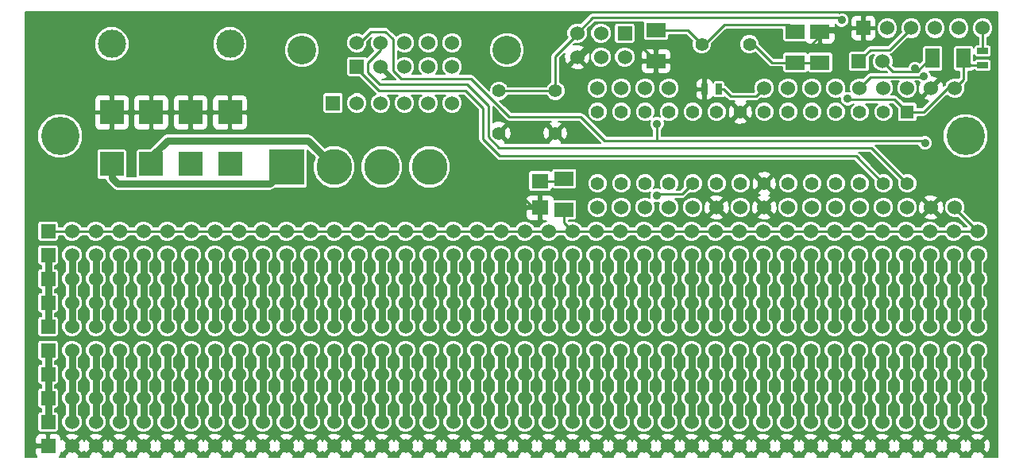
<source format=gtl>
G04 (created by PCBNEW (2013-07-07 BZR 4022)-stable) date 04/02/2014 10:01:15 AM*
%MOIN*%
G04 Gerber Fmt 3.4, Leading zero omitted, Abs format*
%FSLAX34Y34*%
G01*
G70*
G90*
G04 APERTURE LIST*
%ADD10C,0.00590551*%
%ADD11C,0.16*%
%ADD12C,0.06*%
%ADD13R,0.06X0.06*%
%ADD14C,0.11811*%
%ADD15R,0.1X0.1*%
%ADD16C,0.12*%
%ADD17R,0.08X0.06*%
%ADD18R,0.045X0.025*%
%ADD19C,0.055*%
%ADD20R,0.055X0.055*%
%ADD21R,0.0709X0.0629*%
%ADD22C,0.056*%
%ADD23R,0.06X0.08*%
%ADD24R,0.025X0.045*%
%ADD25C,0.15*%
%ADD26R,0.15X0.15*%
%ADD27C,0.035*%
%ADD28C,0.0295276*%
%ADD29C,0.01*%
%ADD30C,0.0079*%
G04 APERTURE END LIST*
G54D10*
G54D11*
X47500Y-15500D03*
X9500Y-15500D03*
G54D12*
X39000Y-28500D03*
X44000Y-28500D03*
X43000Y-28500D03*
X42000Y-28500D03*
X41000Y-28500D03*
X40000Y-28500D03*
X45000Y-28500D03*
X46000Y-28500D03*
X47000Y-28500D03*
X48000Y-28500D03*
X29000Y-28500D03*
X34000Y-28500D03*
X33000Y-28500D03*
X32000Y-28500D03*
X31000Y-28500D03*
X30000Y-28500D03*
X35000Y-28500D03*
X36000Y-28500D03*
X37000Y-28500D03*
X38000Y-28500D03*
X24000Y-28500D03*
X23000Y-28500D03*
X22000Y-28500D03*
X21000Y-28500D03*
X20000Y-28500D03*
X25000Y-28500D03*
X26000Y-28500D03*
X27000Y-28500D03*
X28000Y-28500D03*
X19000Y-28500D03*
X18000Y-28500D03*
X17000Y-28500D03*
X16000Y-28500D03*
X15000Y-28500D03*
G54D13*
X9000Y-28500D03*
G54D12*
X10000Y-28500D03*
X11000Y-28500D03*
X12000Y-28500D03*
X13000Y-28500D03*
X14000Y-28500D03*
X39000Y-27500D03*
X44000Y-27500D03*
X43000Y-27500D03*
X42000Y-27500D03*
X41000Y-27500D03*
X40000Y-27500D03*
X45000Y-27500D03*
X46000Y-27500D03*
X47000Y-27500D03*
X48000Y-27500D03*
X29000Y-27500D03*
X34000Y-27500D03*
X33000Y-27500D03*
X32000Y-27500D03*
X31000Y-27500D03*
X30000Y-27500D03*
X35000Y-27500D03*
X36000Y-27500D03*
X37000Y-27500D03*
X38000Y-27500D03*
X24000Y-27500D03*
X23000Y-27500D03*
X22000Y-27500D03*
X21000Y-27500D03*
X20000Y-27500D03*
X25000Y-27500D03*
X26000Y-27500D03*
X27000Y-27500D03*
X28000Y-27500D03*
X19000Y-27500D03*
X18000Y-27500D03*
X17000Y-27500D03*
X16000Y-27500D03*
X15000Y-27500D03*
G54D13*
X9000Y-27500D03*
G54D12*
X10000Y-27500D03*
X11000Y-27500D03*
X12000Y-27500D03*
X13000Y-27500D03*
X14000Y-27500D03*
X39000Y-26500D03*
X44000Y-26500D03*
X43000Y-26500D03*
X42000Y-26500D03*
X41000Y-26500D03*
X40000Y-26500D03*
X45000Y-26500D03*
X46000Y-26500D03*
X47000Y-26500D03*
X48000Y-26500D03*
X29000Y-26500D03*
X34000Y-26500D03*
X33000Y-26500D03*
X32000Y-26500D03*
X31000Y-26500D03*
X30000Y-26500D03*
X35000Y-26500D03*
X36000Y-26500D03*
X37000Y-26500D03*
X38000Y-26500D03*
X24000Y-26500D03*
X23000Y-26500D03*
X22000Y-26500D03*
X21000Y-26500D03*
X20000Y-26500D03*
X25000Y-26500D03*
X26000Y-26500D03*
X27000Y-26500D03*
X28000Y-26500D03*
X19000Y-26500D03*
X18000Y-26500D03*
X17000Y-26500D03*
X16000Y-26500D03*
X15000Y-26500D03*
G54D13*
X9000Y-26500D03*
G54D12*
X10000Y-26500D03*
X11000Y-26500D03*
X12000Y-26500D03*
X13000Y-26500D03*
X14000Y-26500D03*
X39000Y-25500D03*
X44000Y-25500D03*
X43000Y-25500D03*
X42000Y-25500D03*
X41000Y-25500D03*
X40000Y-25500D03*
X45000Y-25500D03*
X46000Y-25500D03*
X47000Y-25500D03*
X48000Y-25500D03*
X29000Y-25500D03*
X34000Y-25500D03*
X33000Y-25500D03*
X32000Y-25500D03*
X31000Y-25500D03*
X30000Y-25500D03*
X35000Y-25500D03*
X36000Y-25500D03*
X37000Y-25500D03*
X38000Y-25500D03*
X24000Y-25500D03*
X23000Y-25500D03*
X22000Y-25500D03*
X21000Y-25500D03*
X20000Y-25500D03*
X25000Y-25500D03*
X26000Y-25500D03*
X27000Y-25500D03*
X28000Y-25500D03*
X19000Y-25500D03*
X18000Y-25500D03*
X17000Y-25500D03*
X16000Y-25500D03*
X15000Y-25500D03*
G54D13*
X9000Y-25500D03*
G54D12*
X10000Y-25500D03*
X11000Y-25500D03*
X12000Y-25500D03*
X13000Y-25500D03*
X14000Y-25500D03*
X39000Y-24500D03*
X44000Y-24500D03*
X43000Y-24500D03*
X42000Y-24500D03*
X41000Y-24500D03*
X40000Y-24500D03*
X45000Y-24500D03*
X46000Y-24500D03*
X47000Y-24500D03*
X48000Y-24500D03*
X29000Y-24500D03*
X34000Y-24500D03*
X33000Y-24500D03*
X32000Y-24500D03*
X31000Y-24500D03*
X30000Y-24500D03*
X35000Y-24500D03*
X36000Y-24500D03*
X37000Y-24500D03*
X38000Y-24500D03*
X24000Y-24500D03*
X23000Y-24500D03*
X22000Y-24500D03*
X21000Y-24500D03*
X20000Y-24500D03*
X25000Y-24500D03*
X26000Y-24500D03*
X27000Y-24500D03*
X28000Y-24500D03*
X19000Y-24500D03*
X18000Y-24500D03*
X17000Y-24500D03*
X16000Y-24500D03*
X15000Y-24500D03*
G54D13*
X9000Y-24500D03*
G54D12*
X10000Y-24500D03*
X11000Y-24500D03*
X12000Y-24500D03*
X13000Y-24500D03*
X14000Y-24500D03*
X39000Y-23500D03*
X44000Y-23500D03*
X43000Y-23500D03*
X42000Y-23500D03*
X41000Y-23500D03*
X40000Y-23500D03*
X45000Y-23500D03*
X46000Y-23500D03*
X47000Y-23500D03*
X48000Y-23500D03*
X29000Y-23500D03*
X34000Y-23500D03*
X33000Y-23500D03*
X32000Y-23500D03*
X31000Y-23500D03*
X30000Y-23500D03*
X35000Y-23500D03*
X36000Y-23500D03*
X37000Y-23500D03*
X38000Y-23500D03*
X24000Y-23500D03*
X23000Y-23500D03*
X22000Y-23500D03*
X21000Y-23500D03*
X20000Y-23500D03*
X25000Y-23500D03*
X26000Y-23500D03*
X27000Y-23500D03*
X28000Y-23500D03*
X19000Y-23500D03*
X18000Y-23500D03*
X17000Y-23500D03*
X16000Y-23500D03*
X15000Y-23500D03*
G54D13*
X9000Y-23500D03*
G54D12*
X10000Y-23500D03*
X11000Y-23500D03*
X12000Y-23500D03*
X13000Y-23500D03*
X14000Y-23500D03*
X39000Y-22500D03*
X44000Y-22500D03*
X43000Y-22500D03*
X42000Y-22500D03*
X41000Y-22500D03*
X40000Y-22500D03*
X45000Y-22500D03*
X46000Y-22500D03*
X47000Y-22500D03*
X48000Y-22500D03*
X29000Y-22500D03*
X34000Y-22500D03*
X33000Y-22500D03*
X32000Y-22500D03*
X31000Y-22500D03*
X30000Y-22500D03*
X35000Y-22500D03*
X36000Y-22500D03*
X37000Y-22500D03*
X38000Y-22500D03*
X24000Y-22500D03*
X23000Y-22500D03*
X22000Y-22500D03*
X21000Y-22500D03*
X20000Y-22500D03*
X25000Y-22500D03*
X26000Y-22500D03*
X27000Y-22500D03*
X28000Y-22500D03*
X19000Y-22500D03*
X18000Y-22500D03*
X17000Y-22500D03*
X16000Y-22500D03*
X15000Y-22500D03*
G54D13*
X9000Y-22500D03*
G54D12*
X10000Y-22500D03*
X11000Y-22500D03*
X12000Y-22500D03*
X13000Y-22500D03*
X14000Y-22500D03*
X39000Y-21500D03*
X44000Y-21500D03*
X43000Y-21500D03*
X42000Y-21500D03*
X41000Y-21500D03*
X40000Y-21500D03*
X45000Y-21500D03*
X46000Y-21500D03*
X47000Y-21500D03*
X48000Y-21500D03*
X29000Y-21500D03*
X34000Y-21500D03*
X33000Y-21500D03*
X32000Y-21500D03*
X31000Y-21500D03*
X30000Y-21500D03*
X35000Y-21500D03*
X36000Y-21500D03*
X37000Y-21500D03*
X38000Y-21500D03*
X24000Y-21500D03*
X23000Y-21500D03*
X22000Y-21500D03*
X21000Y-21500D03*
X20000Y-21500D03*
X25000Y-21500D03*
X26000Y-21500D03*
X27000Y-21500D03*
X28000Y-21500D03*
X19000Y-21500D03*
X18000Y-21500D03*
X17000Y-21500D03*
X16000Y-21500D03*
X15000Y-21500D03*
G54D13*
X9000Y-21500D03*
G54D12*
X10000Y-21500D03*
X11000Y-21500D03*
X12000Y-21500D03*
X13000Y-21500D03*
X14000Y-21500D03*
X39000Y-19500D03*
X44000Y-19500D03*
X43000Y-19500D03*
X42000Y-19500D03*
X41000Y-19500D03*
X40000Y-19500D03*
X45000Y-19500D03*
X46000Y-19500D03*
X47000Y-19500D03*
X48000Y-19500D03*
X29000Y-19500D03*
X34000Y-19500D03*
X33000Y-19500D03*
X32000Y-19500D03*
X31000Y-19500D03*
X30000Y-19500D03*
X35000Y-19500D03*
X36000Y-19500D03*
X37000Y-19500D03*
X38000Y-19500D03*
X24000Y-19500D03*
X23000Y-19500D03*
X22000Y-19500D03*
X21000Y-19500D03*
X20000Y-19500D03*
X25000Y-19500D03*
X26000Y-19500D03*
X27000Y-19500D03*
X28000Y-19500D03*
X19000Y-19500D03*
X18000Y-19500D03*
X17000Y-19500D03*
X16000Y-19500D03*
X15000Y-19500D03*
G54D13*
X9000Y-19500D03*
G54D12*
X10000Y-19500D03*
X11000Y-19500D03*
X12000Y-19500D03*
X13000Y-19500D03*
X14000Y-19500D03*
X39000Y-20500D03*
X44000Y-20500D03*
X43000Y-20500D03*
X42000Y-20500D03*
X41000Y-20500D03*
X40000Y-20500D03*
X45000Y-20500D03*
X46000Y-20500D03*
X47000Y-20500D03*
X48000Y-20500D03*
X29000Y-20500D03*
X34000Y-20500D03*
X33000Y-20500D03*
X32000Y-20500D03*
X31000Y-20500D03*
X30000Y-20500D03*
X35000Y-20500D03*
X36000Y-20500D03*
X37000Y-20500D03*
X38000Y-20500D03*
X24000Y-20500D03*
X23000Y-20500D03*
X22000Y-20500D03*
X21000Y-20500D03*
X20000Y-20500D03*
X25000Y-20500D03*
X26000Y-20500D03*
X27000Y-20500D03*
X28000Y-20500D03*
X19000Y-20500D03*
X18000Y-20500D03*
X17000Y-20500D03*
X16000Y-20500D03*
X15000Y-20500D03*
G54D13*
X9000Y-20500D03*
G54D12*
X10000Y-20500D03*
X11000Y-20500D03*
X12000Y-20500D03*
X13000Y-20500D03*
X14000Y-20500D03*
G54D14*
X16630Y-11643D03*
G54D15*
X16630Y-16682D03*
X14976Y-16682D03*
X13324Y-16682D03*
X11670Y-16682D03*
X16630Y-14518D03*
X14976Y-14518D03*
X13324Y-14518D03*
X11670Y-14518D03*
G54D14*
X11670Y-11643D03*
G54D16*
X28250Y-11900D03*
X19650Y-11900D03*
G54D13*
X21950Y-12600D03*
G54D12*
X21950Y-11600D03*
X22950Y-12600D03*
X22950Y-11600D03*
X23950Y-12600D03*
X23950Y-11600D03*
X24950Y-12600D03*
X24950Y-11600D03*
X25950Y-12600D03*
X25950Y-11600D03*
G54D17*
X34510Y-12370D03*
X34510Y-11070D03*
G54D18*
X48220Y-11930D03*
X48220Y-12530D03*
G54D19*
X30281Y-13614D03*
X30281Y-15386D03*
X27919Y-13614D03*
X27919Y-15386D03*
G54D13*
X43220Y-10980D03*
G54D12*
X44220Y-10980D03*
X45220Y-10980D03*
X46220Y-10980D03*
X47220Y-10980D03*
X48220Y-10980D03*
G54D19*
X44050Y-14500D03*
X43050Y-14500D03*
X42050Y-14500D03*
X41050Y-14500D03*
X40050Y-14500D03*
X39050Y-14500D03*
X38050Y-14500D03*
X37050Y-14500D03*
X36050Y-14500D03*
X35050Y-14500D03*
X34050Y-14500D03*
X33050Y-14500D03*
X32050Y-14500D03*
G54D20*
X45050Y-14500D03*
G54D19*
X32050Y-17500D03*
X33050Y-17500D03*
X34050Y-17500D03*
X35050Y-17500D03*
X36050Y-17500D03*
X37050Y-17500D03*
X38050Y-17500D03*
X39050Y-17500D03*
X40050Y-17500D03*
X41050Y-17500D03*
X42050Y-17500D03*
X43050Y-17500D03*
X44050Y-17500D03*
X45050Y-17500D03*
G54D17*
X41390Y-11120D03*
X41390Y-12420D03*
X30650Y-17300D03*
X30650Y-18600D03*
G54D21*
X29650Y-17391D03*
X29650Y-18509D03*
G54D22*
X36430Y-11660D03*
X38430Y-11660D03*
G54D23*
X47420Y-12250D03*
X46120Y-12250D03*
G54D17*
X40360Y-12420D03*
X40360Y-11120D03*
G54D24*
X37150Y-13550D03*
X36550Y-13550D03*
G54D12*
X47050Y-13500D03*
X46050Y-13500D03*
X45050Y-13500D03*
X44050Y-13500D03*
X43050Y-13500D03*
X42050Y-13500D03*
X41050Y-13500D03*
X40050Y-13500D03*
X39050Y-13500D03*
X35050Y-13500D03*
X34050Y-13500D03*
X33050Y-13500D03*
X32050Y-13500D03*
X32050Y-18500D03*
X33050Y-18500D03*
X34050Y-18500D03*
X35050Y-18500D03*
X36050Y-18500D03*
X37050Y-18500D03*
X38050Y-18500D03*
X39050Y-18500D03*
X40050Y-18500D03*
X41050Y-18500D03*
X42050Y-18500D03*
X43050Y-18500D03*
X44050Y-18500D03*
X45050Y-18500D03*
X46050Y-18500D03*
X47050Y-18500D03*
G54D13*
X33200Y-11200D03*
G54D12*
X33200Y-12200D03*
X32200Y-11200D03*
X32200Y-12200D03*
X31200Y-11200D03*
X31200Y-12200D03*
G54D25*
X21000Y-16800D03*
X23000Y-16800D03*
G54D26*
X19000Y-16800D03*
G54D25*
X25000Y-16800D03*
G54D13*
X20950Y-14125D03*
G54D12*
X21950Y-14125D03*
X22950Y-14125D03*
X23950Y-14125D03*
X24950Y-14125D03*
X25950Y-14125D03*
G54D13*
X43025Y-12375D03*
G54D12*
X44025Y-12375D03*
G54D27*
X34550Y-18000D03*
X28850Y-18000D03*
X38040Y-13500D03*
X39330Y-11720D03*
X42550Y-13950D03*
X42300Y-10650D03*
X45750Y-13000D03*
X45375Y-12675D03*
X34550Y-15000D03*
X45800Y-15800D03*
G54D28*
X13324Y-16682D02*
X13324Y-16376D01*
X19900Y-15700D02*
X21000Y-16800D01*
X14000Y-15700D02*
X19900Y-15700D01*
X13324Y-16376D02*
X14000Y-15700D01*
G54D29*
X45220Y-10980D02*
X45220Y-11005D01*
X43500Y-11900D02*
X43025Y-12375D01*
X44325Y-11900D02*
X43500Y-11900D01*
X45220Y-11005D02*
X44325Y-11900D01*
G54D28*
X11670Y-16682D02*
X11670Y-17270D01*
X18300Y-17500D02*
X19000Y-16800D01*
X11900Y-17500D02*
X18300Y-17500D01*
X11670Y-17270D02*
X11900Y-17500D01*
G54D29*
X21950Y-12600D02*
X21950Y-12675D01*
X22875Y-13600D02*
X26525Y-13600D01*
X21950Y-12675D02*
X22875Y-13600D01*
X26525Y-13600D02*
X27250Y-14325D01*
X44050Y-17500D02*
X42900Y-16350D01*
X27250Y-15650D02*
X27950Y-16350D01*
X27950Y-16350D02*
X42900Y-16350D01*
X27250Y-14325D02*
X27250Y-15650D01*
X22950Y-11600D02*
X22950Y-11900D01*
X22925Y-13325D02*
X26575Y-13325D01*
X22425Y-12825D02*
X22925Y-13325D01*
X22425Y-12425D02*
X22425Y-12825D01*
X22950Y-11900D02*
X22425Y-12425D01*
X27925Y-16000D02*
X27475Y-15550D01*
X27475Y-15550D02*
X27475Y-14225D01*
X27475Y-14225D02*
X26575Y-13325D01*
X43550Y-16000D02*
X27925Y-16000D01*
X45050Y-17500D02*
X43550Y-16000D01*
X35600Y-17950D02*
X36050Y-17500D01*
X34600Y-17950D02*
X35600Y-17950D01*
X34550Y-18000D02*
X34600Y-17950D01*
X43220Y-10980D02*
X41530Y-10980D01*
X41530Y-10980D02*
X41390Y-11120D01*
X29650Y-18509D02*
X29359Y-18509D01*
X29359Y-18509D02*
X28850Y-18000D01*
X39050Y-17500D02*
X38950Y-17500D01*
X36550Y-18000D02*
X37050Y-18500D01*
X36550Y-17250D02*
X36550Y-18000D01*
X36800Y-17000D02*
X36550Y-17250D01*
X38450Y-17000D02*
X36800Y-17000D01*
X38950Y-17500D02*
X38450Y-17000D01*
X36550Y-13550D02*
X36550Y-14700D01*
X37550Y-15000D02*
X38050Y-14500D01*
X36850Y-15000D02*
X37550Y-15000D01*
X36550Y-14700D02*
X36850Y-15000D01*
X37930Y-13500D02*
X37430Y-13000D01*
X37430Y-13000D02*
X32030Y-13000D01*
X32030Y-13000D02*
X31230Y-12200D01*
X38040Y-13500D02*
X37930Y-13500D01*
X31230Y-12200D02*
X31380Y-12200D01*
X33870Y-11730D02*
X34510Y-12370D01*
X31850Y-11730D02*
X33870Y-11730D01*
X31380Y-12200D02*
X31850Y-11730D01*
X34510Y-12370D02*
X36720Y-12370D01*
X36720Y-12370D02*
X37960Y-11130D01*
X37960Y-11130D02*
X38740Y-11130D01*
X38740Y-11130D02*
X39330Y-11720D01*
X41390Y-11120D02*
X41390Y-11310D01*
X40980Y-11720D02*
X39330Y-11720D01*
X41390Y-11310D02*
X40980Y-11720D01*
G54D28*
X27000Y-26500D02*
X27000Y-27500D01*
X27000Y-25500D02*
X27000Y-26500D01*
X27000Y-24500D02*
X27000Y-25500D01*
X32000Y-26500D02*
X32000Y-27500D01*
X32000Y-25500D02*
X32000Y-26500D01*
X32000Y-24500D02*
X32000Y-25500D01*
X47000Y-22500D02*
X47000Y-23500D01*
X47000Y-21500D02*
X47000Y-22500D01*
X47000Y-20500D02*
X47000Y-21500D01*
X37000Y-22500D02*
X37000Y-23500D01*
X37000Y-21500D02*
X37000Y-22500D01*
X37000Y-20500D02*
X37000Y-21500D01*
X27000Y-20500D02*
X27000Y-21500D01*
X27000Y-21500D02*
X27000Y-22500D01*
X27000Y-22500D02*
X27000Y-23500D01*
X46000Y-22500D02*
X46000Y-23500D01*
X46000Y-21500D02*
X46000Y-22500D01*
X46000Y-20500D02*
X46000Y-21500D01*
X36000Y-20500D02*
X36000Y-21500D01*
X36000Y-21500D02*
X36000Y-22500D01*
X36000Y-22500D02*
X36000Y-23500D01*
X26000Y-20500D02*
X26000Y-21500D01*
X26000Y-21500D02*
X26000Y-22500D01*
X26000Y-22500D02*
X26000Y-23500D01*
X45000Y-20500D02*
X45000Y-21500D01*
X45000Y-21500D02*
X45000Y-22500D01*
X45000Y-22500D02*
X45000Y-23500D01*
X14000Y-20500D02*
X14000Y-21500D01*
X14000Y-21500D02*
X14000Y-22500D01*
X14000Y-22500D02*
X14000Y-23500D01*
X19000Y-20500D02*
X19000Y-21500D01*
X19000Y-21500D02*
X19000Y-22500D01*
X19000Y-22500D02*
X19000Y-23500D01*
X48000Y-20500D02*
X48000Y-21500D01*
X48000Y-21500D02*
X48000Y-22500D01*
X48000Y-22500D02*
X48000Y-23500D01*
X31000Y-24500D02*
X31000Y-25500D01*
X31000Y-25500D02*
X31000Y-26500D01*
X31000Y-26500D02*
X31000Y-27500D01*
X38000Y-20500D02*
X38000Y-21500D01*
X38000Y-21500D02*
X38000Y-22500D01*
X38000Y-22500D02*
X38000Y-23500D01*
X28000Y-22500D02*
X28000Y-23500D01*
X28000Y-21500D02*
X28000Y-22500D01*
X28000Y-20500D02*
X28000Y-21500D01*
X18000Y-20500D02*
X18000Y-21500D01*
X18000Y-21500D02*
X18000Y-22500D01*
X18000Y-22500D02*
X18000Y-23500D01*
X17000Y-22500D02*
X17000Y-23500D01*
X17000Y-21500D02*
X17000Y-22500D01*
X17000Y-20500D02*
X17000Y-21500D01*
X16000Y-22500D02*
X16000Y-23500D01*
X16000Y-21500D02*
X16000Y-22500D01*
X16000Y-20500D02*
X16000Y-21500D01*
X15000Y-20500D02*
X15000Y-21500D01*
X15000Y-21500D02*
X15000Y-22500D01*
X15000Y-22500D02*
X15000Y-23500D01*
X13000Y-22500D02*
X13000Y-23500D01*
X13000Y-21500D02*
X13000Y-22500D01*
X13000Y-20500D02*
X13000Y-21500D01*
X12000Y-20500D02*
X12000Y-21500D01*
X12000Y-21500D02*
X12000Y-22500D01*
X12000Y-22500D02*
X12000Y-23500D01*
X11000Y-22500D02*
X11000Y-23500D01*
X11000Y-21500D02*
X11000Y-22500D01*
X11000Y-20500D02*
X11000Y-21500D01*
X10000Y-22500D02*
X10000Y-23500D01*
X10000Y-21500D02*
X10000Y-22500D01*
X10000Y-20500D02*
X10000Y-21500D01*
X21000Y-26500D02*
X21000Y-27500D01*
X21000Y-25500D02*
X21000Y-26500D01*
X21000Y-24500D02*
X21000Y-25500D01*
X9000Y-20500D02*
X9000Y-21500D01*
X9000Y-21500D02*
X9000Y-22500D01*
X9000Y-22500D02*
X9000Y-23500D01*
X30000Y-24500D02*
X30000Y-25500D01*
X30000Y-25500D02*
X30000Y-26500D01*
X30000Y-26500D02*
X30000Y-27500D01*
X20000Y-24500D02*
X20000Y-25500D01*
X20000Y-25500D02*
X20000Y-26500D01*
X20000Y-26500D02*
X20000Y-27500D01*
X18000Y-26500D02*
X18000Y-27500D01*
X18000Y-25500D02*
X18000Y-26500D01*
X18000Y-24500D02*
X18000Y-25500D01*
X39000Y-26500D02*
X39000Y-27500D01*
X39000Y-25500D02*
X39000Y-26500D01*
X39000Y-24500D02*
X39000Y-25500D01*
X19000Y-26500D02*
X19000Y-27500D01*
X19000Y-25500D02*
X19000Y-26500D01*
X19000Y-24500D02*
X19000Y-25500D01*
X48000Y-26500D02*
X48000Y-27500D01*
X48000Y-25500D02*
X48000Y-26500D01*
X48000Y-24500D02*
X48000Y-25500D01*
X38000Y-26500D02*
X38000Y-27500D01*
X38000Y-25500D02*
X38000Y-26500D01*
X38000Y-24500D02*
X38000Y-25500D01*
X26000Y-26500D02*
X26000Y-27500D01*
X26000Y-25500D02*
X26000Y-26500D01*
X26000Y-24500D02*
X26000Y-25500D01*
X17000Y-24500D02*
X17000Y-25500D01*
X17000Y-25500D02*
X17000Y-26500D01*
X17000Y-26500D02*
X17000Y-27500D01*
X16000Y-24500D02*
X16000Y-25500D01*
X16000Y-25500D02*
X16000Y-26500D01*
X16000Y-26500D02*
X16000Y-27500D01*
X40000Y-24500D02*
X40000Y-25500D01*
X40000Y-25500D02*
X40000Y-26500D01*
X40000Y-26500D02*
X40000Y-27500D01*
X15000Y-26500D02*
X15000Y-27500D01*
X15000Y-25500D02*
X15000Y-26500D01*
X15000Y-24500D02*
X15000Y-25500D01*
X14000Y-26500D02*
X14000Y-27500D01*
X14000Y-25500D02*
X14000Y-26500D01*
X14000Y-24500D02*
X14000Y-25500D01*
X13000Y-24500D02*
X13000Y-25500D01*
X13000Y-25500D02*
X13000Y-26500D01*
X13000Y-26500D02*
X13000Y-27500D01*
X12000Y-26500D02*
X12000Y-27500D01*
X12000Y-25500D02*
X12000Y-26500D01*
X12000Y-24500D02*
X12000Y-25500D01*
X11000Y-24500D02*
X11000Y-25500D01*
X11000Y-25500D02*
X11000Y-26500D01*
X11000Y-26500D02*
X11000Y-27500D01*
X10000Y-24500D02*
X10000Y-25500D01*
X10000Y-25500D02*
X10000Y-26500D01*
X10000Y-26500D02*
X10000Y-27500D01*
X9000Y-26500D02*
X9000Y-27500D01*
X9000Y-25500D02*
X9000Y-26500D01*
X9000Y-24500D02*
X9000Y-25500D01*
X25000Y-24500D02*
X25000Y-25500D01*
X25000Y-25500D02*
X25000Y-26500D01*
X25000Y-26500D02*
X25000Y-27500D01*
X45000Y-26500D02*
X45000Y-27500D01*
X45000Y-25500D02*
X45000Y-26500D01*
X45000Y-24500D02*
X45000Y-25500D01*
X35000Y-24500D02*
X35000Y-25500D01*
X35000Y-25500D02*
X35000Y-26500D01*
X35000Y-26500D02*
X35000Y-27500D01*
X44000Y-24500D02*
X44000Y-25500D01*
X44000Y-25500D02*
X44000Y-26500D01*
X44000Y-26500D02*
X44000Y-27500D01*
X34000Y-24500D02*
X34000Y-25500D01*
X34000Y-25500D02*
X34000Y-26500D01*
X34000Y-26500D02*
X34000Y-27500D01*
X43000Y-26500D02*
X43000Y-27500D01*
X43000Y-25500D02*
X43000Y-26500D01*
X43000Y-24500D02*
X43000Y-25500D01*
X36000Y-26500D02*
X36000Y-27500D01*
X36000Y-25500D02*
X36000Y-26500D01*
X36000Y-24500D02*
X36000Y-25500D01*
X42000Y-26500D02*
X42000Y-27500D01*
X42000Y-25500D02*
X42000Y-26500D01*
X42000Y-24500D02*
X42000Y-25500D01*
X41000Y-24500D02*
X41000Y-25500D01*
X41000Y-25500D02*
X41000Y-26500D01*
X41000Y-26500D02*
X41000Y-27500D01*
X47000Y-24500D02*
X47000Y-25500D01*
X47000Y-25500D02*
X47000Y-26500D01*
X47000Y-26500D02*
X47000Y-27500D01*
X37000Y-24500D02*
X37000Y-25500D01*
X37000Y-25500D02*
X37000Y-26500D01*
X37000Y-26500D02*
X37000Y-27500D01*
X28000Y-24500D02*
X28000Y-25500D01*
X28000Y-25500D02*
X28000Y-26500D01*
X28000Y-26500D02*
X28000Y-27500D01*
X46000Y-24500D02*
X46000Y-25500D01*
X46000Y-25500D02*
X46000Y-26500D01*
X46000Y-26500D02*
X46000Y-27500D01*
X29000Y-26500D02*
X29000Y-27500D01*
X29000Y-25500D02*
X29000Y-26500D01*
X29000Y-24500D02*
X29000Y-25500D01*
X22000Y-24500D02*
X22000Y-25500D01*
X22000Y-25500D02*
X22000Y-26500D01*
X22000Y-26500D02*
X22000Y-27500D01*
X24000Y-26500D02*
X24000Y-27500D01*
X24000Y-25500D02*
X24000Y-26500D01*
X24000Y-24500D02*
X24000Y-25500D01*
G54D29*
X36430Y-11660D02*
X36550Y-11660D01*
X40080Y-10840D02*
X40360Y-11120D01*
X37370Y-10840D02*
X40080Y-10840D01*
X36550Y-11660D02*
X37370Y-10840D01*
X34510Y-11070D02*
X35840Y-11070D01*
X35840Y-11070D02*
X36430Y-11660D01*
X29650Y-17391D02*
X30559Y-17391D01*
X30559Y-17391D02*
X30650Y-17300D01*
X48220Y-11930D02*
X48220Y-10980D01*
X38430Y-11660D02*
X38620Y-11660D01*
X39380Y-12420D02*
X40360Y-12420D01*
X38620Y-11660D02*
X39380Y-12420D01*
X40360Y-12420D02*
X41390Y-12420D01*
G54D28*
X33000Y-26500D02*
X33000Y-27500D01*
X33000Y-25500D02*
X33000Y-26500D01*
X33000Y-24500D02*
X33000Y-25500D01*
X32000Y-20500D02*
X32000Y-21500D01*
X32000Y-21500D02*
X32000Y-22500D01*
X32000Y-22500D02*
X32000Y-23500D01*
X25000Y-22500D02*
X25000Y-23500D01*
X25000Y-21500D02*
X25000Y-22500D01*
X25000Y-20500D02*
X25000Y-21500D01*
X44000Y-22500D02*
X44000Y-23500D01*
X44000Y-21500D02*
X44000Y-22500D01*
X44000Y-20500D02*
X44000Y-21500D01*
X34000Y-22500D02*
X34000Y-23500D01*
X34000Y-21500D02*
X34000Y-22500D01*
X34000Y-20500D02*
X34000Y-21500D01*
X24000Y-20500D02*
X24000Y-21500D01*
X24000Y-21500D02*
X24000Y-22500D01*
X24000Y-22500D02*
X24000Y-23500D01*
X43000Y-20500D02*
X43000Y-21500D01*
X43000Y-21500D02*
X43000Y-22500D01*
X43000Y-22500D02*
X43000Y-23500D01*
X33000Y-20500D02*
X33000Y-21500D01*
X33000Y-21500D02*
X33000Y-22500D01*
X33000Y-22500D02*
X33000Y-23500D01*
X23000Y-22500D02*
X23000Y-23500D01*
X23000Y-21500D02*
X23000Y-22500D01*
X23000Y-20500D02*
X23000Y-21500D01*
X42000Y-20500D02*
X42000Y-21500D01*
X42000Y-21500D02*
X42000Y-22500D01*
X42000Y-22500D02*
X42000Y-23500D01*
X23000Y-24500D02*
X23000Y-25500D01*
X23000Y-25500D02*
X23000Y-26500D01*
X23000Y-26500D02*
X23000Y-27500D01*
X35000Y-22500D02*
X35000Y-23500D01*
X35000Y-21500D02*
X35000Y-22500D01*
X35000Y-20500D02*
X35000Y-21500D01*
X22000Y-22500D02*
X22000Y-23500D01*
X22000Y-21500D02*
X22000Y-22500D01*
X22000Y-20500D02*
X22000Y-21500D01*
X41000Y-22500D02*
X41000Y-23500D01*
X41000Y-21500D02*
X41000Y-22500D01*
X41000Y-20500D02*
X41000Y-21500D01*
X31000Y-22500D02*
X31000Y-23500D01*
X31000Y-21500D02*
X31000Y-22500D01*
X31000Y-20500D02*
X31000Y-21500D01*
X21000Y-20500D02*
X21000Y-21500D01*
X21000Y-21500D02*
X21000Y-22500D01*
X21000Y-22500D02*
X21000Y-23500D01*
X40000Y-22500D02*
X40000Y-23500D01*
X40000Y-21500D02*
X40000Y-22500D01*
X40000Y-20500D02*
X40000Y-21500D01*
X30000Y-22500D02*
X30000Y-23500D01*
X30000Y-21500D02*
X30000Y-22500D01*
X30000Y-20500D02*
X30000Y-21500D01*
X20000Y-22500D02*
X20000Y-23500D01*
X20000Y-21500D02*
X20000Y-22500D01*
X20000Y-20500D02*
X20000Y-21500D01*
X39000Y-20500D02*
X39000Y-21500D01*
X39000Y-21500D02*
X39000Y-22500D01*
X39000Y-22500D02*
X39000Y-23500D01*
X29000Y-20500D02*
X29000Y-21500D01*
X29000Y-21500D02*
X29000Y-22500D01*
X29000Y-22500D02*
X29000Y-23500D01*
G54D29*
X41990Y-10540D02*
X42190Y-10540D01*
X31850Y-10540D02*
X41780Y-10540D01*
X31230Y-11160D02*
X31850Y-10540D01*
X31230Y-11200D02*
X31230Y-11160D01*
X41780Y-10540D02*
X41990Y-10540D01*
X44525Y-13975D02*
X45050Y-14500D01*
X42575Y-13975D02*
X44525Y-13975D01*
X42550Y-13950D02*
X42575Y-13975D01*
X42190Y-10540D02*
X42300Y-10650D01*
X27919Y-13614D02*
X30281Y-13614D01*
X31200Y-11200D02*
X31200Y-11250D01*
X30281Y-12169D02*
X30281Y-13614D01*
X31200Y-11250D02*
X30281Y-12169D01*
X31200Y-11200D02*
X31200Y-11300D01*
X47420Y-12250D02*
X47420Y-13130D01*
X47420Y-13130D02*
X47050Y-13500D01*
X45050Y-14500D02*
X45750Y-14500D01*
X45750Y-14500D02*
X46750Y-13500D01*
X46750Y-13500D02*
X47050Y-13500D01*
X48220Y-12530D02*
X47700Y-12530D01*
X47700Y-12530D02*
X47420Y-12250D01*
X47420Y-12250D02*
X47215Y-12250D01*
X43525Y-13025D02*
X43050Y-13500D01*
X45725Y-13025D02*
X43525Y-13025D01*
X45750Y-13000D02*
X45725Y-13025D01*
X45275Y-12800D02*
X45275Y-12775D01*
X45275Y-12775D02*
X45375Y-12675D01*
X46120Y-12250D02*
X46025Y-12250D01*
X44450Y-12800D02*
X44025Y-12375D01*
X45475Y-12800D02*
X45275Y-12800D01*
X45275Y-12800D02*
X44450Y-12800D01*
X46025Y-12250D02*
X45475Y-12800D01*
X45995Y-12375D02*
X46120Y-12250D01*
X21950Y-11600D02*
X22075Y-11600D01*
X23800Y-13100D02*
X26750Y-13100D01*
X23475Y-12775D02*
X23800Y-13100D01*
X23475Y-11450D02*
X23475Y-12775D01*
X23150Y-11125D02*
X23475Y-11450D01*
X22550Y-11125D02*
X23150Y-11125D01*
X22075Y-11600D02*
X22550Y-11125D01*
X30650Y-18600D02*
X30650Y-19150D01*
X30650Y-19150D02*
X31000Y-19500D01*
X47050Y-18500D02*
X47050Y-18550D01*
X47050Y-18550D02*
X48000Y-19500D01*
X32350Y-15700D02*
X34550Y-15700D01*
X31350Y-14700D02*
X32350Y-15700D01*
X28350Y-14700D02*
X31350Y-14700D01*
X26750Y-13100D02*
X28350Y-14700D01*
X30500Y-18700D02*
X30750Y-18450D01*
X34550Y-15000D02*
X34550Y-15700D01*
X45800Y-15800D02*
X45700Y-15700D01*
X45700Y-15700D02*
X34550Y-15700D01*
X47000Y-19500D02*
X48000Y-19500D01*
X46000Y-19500D02*
X47000Y-19500D01*
X45000Y-19500D02*
X46000Y-19500D01*
X44000Y-19500D02*
X45000Y-19500D01*
X43000Y-19500D02*
X44000Y-19500D01*
X42000Y-19500D02*
X43000Y-19500D01*
X41000Y-19500D02*
X42000Y-19500D01*
X40000Y-19500D02*
X41000Y-19500D01*
X39000Y-19500D02*
X40000Y-19500D01*
X38000Y-19500D02*
X39000Y-19500D01*
X37000Y-19500D02*
X38000Y-19500D01*
X36000Y-19500D02*
X37000Y-19500D01*
X35000Y-19500D02*
X36000Y-19500D01*
X34000Y-19500D02*
X35000Y-19500D01*
X33000Y-19500D02*
X34000Y-19500D01*
X32000Y-19500D02*
X33000Y-19500D01*
X31000Y-19500D02*
X32000Y-19500D01*
X30000Y-19500D02*
X31000Y-19500D01*
X29000Y-19500D02*
X30000Y-19500D01*
X28000Y-19500D02*
X29000Y-19500D01*
X27000Y-19500D02*
X28000Y-19500D01*
X26000Y-19500D02*
X27000Y-19500D01*
X25000Y-19500D02*
X26000Y-19500D01*
X24000Y-19500D02*
X25000Y-19500D01*
X23000Y-19500D02*
X24000Y-19500D01*
X22000Y-19500D02*
X23000Y-19500D01*
X21000Y-19500D02*
X22000Y-19500D01*
X20000Y-19500D02*
X21000Y-19500D01*
X19000Y-19500D02*
X20000Y-19500D01*
X18000Y-19500D02*
X19000Y-19500D01*
X17000Y-19500D02*
X18000Y-19500D01*
X16000Y-19500D02*
X17000Y-19500D01*
X15000Y-19500D02*
X16000Y-19500D01*
X14000Y-19500D02*
X15000Y-19500D01*
X13000Y-19500D02*
X14000Y-19500D01*
X12000Y-19500D02*
X13000Y-19500D01*
X11000Y-19500D02*
X12000Y-19500D01*
X10000Y-19500D02*
X11000Y-19500D01*
X9000Y-19500D02*
X10000Y-19500D01*
X37150Y-13550D02*
X37350Y-13550D01*
X38700Y-13850D02*
X39050Y-13500D01*
X37650Y-13850D02*
X38700Y-13850D01*
X37350Y-13550D02*
X37650Y-13850D01*
G54D10*
G36*
X23567Y-13135D02*
X23025Y-13135D01*
X23095Y-13130D01*
X23222Y-13077D01*
X23251Y-12986D01*
X22950Y-12685D01*
X22944Y-12691D01*
X22858Y-12605D01*
X22864Y-12600D01*
X22858Y-12594D01*
X22944Y-12508D01*
X22950Y-12514D01*
X22955Y-12508D01*
X23041Y-12594D01*
X23035Y-12600D01*
X23333Y-12898D01*
X23341Y-12908D01*
X23567Y-13135D01*
X23567Y-13135D01*
G37*
G54D30*
X23567Y-13135D02*
X23025Y-13135D01*
X23095Y-13130D01*
X23222Y-13077D01*
X23251Y-12986D01*
X22950Y-12685D01*
X22944Y-12691D01*
X22858Y-12605D01*
X22864Y-12600D01*
X22858Y-12594D01*
X22944Y-12508D01*
X22950Y-12514D01*
X22955Y-12508D01*
X23041Y-12594D01*
X23035Y-12600D01*
X23333Y-12898D01*
X23341Y-12908D01*
X23567Y-13135D01*
G54D10*
G36*
X32192Y-15810D02*
X30801Y-15810D01*
X30801Y-15448D01*
X30786Y-15244D01*
X30738Y-15128D01*
X30649Y-15102D01*
X30366Y-15386D01*
X30649Y-15669D01*
X30738Y-15643D01*
X30801Y-15448D01*
X30801Y-15810D01*
X30547Y-15810D01*
X30564Y-15754D01*
X30281Y-15471D01*
X30195Y-15557D01*
X30195Y-15386D01*
X29912Y-15102D01*
X29823Y-15128D01*
X29760Y-15323D01*
X29775Y-15527D01*
X29823Y-15643D01*
X29912Y-15669D01*
X30195Y-15386D01*
X30195Y-15557D01*
X29997Y-15754D01*
X30014Y-15810D01*
X28439Y-15810D01*
X28439Y-15448D01*
X28424Y-15244D01*
X28376Y-15128D01*
X28287Y-15102D01*
X28004Y-15386D01*
X28287Y-15669D01*
X28376Y-15643D01*
X28439Y-15448D01*
X28439Y-15810D01*
X28185Y-15810D01*
X28202Y-15754D01*
X27919Y-15471D01*
X27913Y-15477D01*
X27827Y-15391D01*
X27833Y-15386D01*
X27827Y-15380D01*
X27913Y-15294D01*
X27919Y-15300D01*
X28202Y-15017D01*
X28176Y-14928D01*
X27981Y-14865D01*
X27777Y-14880D01*
X27664Y-14927D01*
X27664Y-14282D01*
X28216Y-14833D01*
X28216Y-14833D01*
X28277Y-14875D01*
X28277Y-14875D01*
X28335Y-14886D01*
X28349Y-14889D01*
X28349Y-14889D01*
X28350Y-14889D01*
X30118Y-14889D01*
X30023Y-14928D01*
X29997Y-15017D01*
X30281Y-15300D01*
X30564Y-15017D01*
X30538Y-14928D01*
X30418Y-14889D01*
X31271Y-14889D01*
X32192Y-15810D01*
X32192Y-15810D01*
G37*
G54D30*
X32192Y-15810D02*
X30801Y-15810D01*
X30801Y-15448D01*
X30786Y-15244D01*
X30738Y-15128D01*
X30649Y-15102D01*
X30366Y-15386D01*
X30649Y-15669D01*
X30738Y-15643D01*
X30801Y-15448D01*
X30801Y-15810D01*
X30547Y-15810D01*
X30564Y-15754D01*
X30281Y-15471D01*
X30195Y-15557D01*
X30195Y-15386D01*
X29912Y-15102D01*
X29823Y-15128D01*
X29760Y-15323D01*
X29775Y-15527D01*
X29823Y-15643D01*
X29912Y-15669D01*
X30195Y-15386D01*
X30195Y-15557D01*
X29997Y-15754D01*
X30014Y-15810D01*
X28439Y-15810D01*
X28439Y-15448D01*
X28424Y-15244D01*
X28376Y-15128D01*
X28287Y-15102D01*
X28004Y-15386D01*
X28287Y-15669D01*
X28376Y-15643D01*
X28439Y-15448D01*
X28439Y-15810D01*
X28185Y-15810D01*
X28202Y-15754D01*
X27919Y-15471D01*
X27913Y-15477D01*
X27827Y-15391D01*
X27833Y-15386D01*
X27827Y-15380D01*
X27913Y-15294D01*
X27919Y-15300D01*
X28202Y-15017D01*
X28176Y-14928D01*
X27981Y-14865D01*
X27777Y-14880D01*
X27664Y-14927D01*
X27664Y-14282D01*
X28216Y-14833D01*
X28216Y-14833D01*
X28277Y-14875D01*
X28277Y-14875D01*
X28335Y-14886D01*
X28349Y-14889D01*
X28349Y-14889D01*
X28350Y-14889D01*
X30118Y-14889D01*
X30023Y-14928D01*
X29997Y-15017D01*
X30281Y-15300D01*
X30564Y-15017D01*
X30538Y-14928D01*
X30418Y-14889D01*
X31271Y-14889D01*
X32192Y-15810D01*
G54D10*
G36*
X48851Y-28960D02*
X48659Y-28960D01*
X48659Y-10892D01*
X48592Y-10731D01*
X48469Y-10607D01*
X48307Y-10540D01*
X48132Y-10540D01*
X47971Y-10607D01*
X47847Y-10730D01*
X47780Y-10892D01*
X47780Y-11067D01*
X47847Y-11228D01*
X47970Y-11352D01*
X48030Y-11377D01*
X48030Y-11665D01*
X47967Y-11665D01*
X47916Y-11686D01*
X47876Y-11725D01*
X47855Y-11777D01*
X47855Y-11812D01*
X47838Y-11771D01*
X47799Y-11731D01*
X47747Y-11710D01*
X47692Y-11710D01*
X47659Y-11710D01*
X47659Y-10892D01*
X47592Y-10731D01*
X47469Y-10607D01*
X47307Y-10540D01*
X47132Y-10540D01*
X46971Y-10607D01*
X46847Y-10730D01*
X46780Y-10892D01*
X46780Y-11067D01*
X46847Y-11228D01*
X46970Y-11352D01*
X47132Y-11419D01*
X47307Y-11419D01*
X47468Y-11352D01*
X47592Y-11229D01*
X47659Y-11067D01*
X47659Y-10892D01*
X47659Y-11710D01*
X47092Y-11710D01*
X47041Y-11731D01*
X47001Y-11770D01*
X46980Y-11822D01*
X46980Y-11877D01*
X46980Y-12677D01*
X47001Y-12728D01*
X47040Y-12768D01*
X47092Y-12789D01*
X47147Y-12789D01*
X47230Y-12789D01*
X47230Y-13051D01*
X47196Y-13085D01*
X47137Y-13060D01*
X46962Y-13060D01*
X46801Y-13127D01*
X46677Y-13250D01*
X46659Y-13294D01*
X46659Y-10892D01*
X46592Y-10731D01*
X46469Y-10607D01*
X46307Y-10540D01*
X46132Y-10540D01*
X45971Y-10607D01*
X45847Y-10730D01*
X45780Y-10892D01*
X45780Y-11067D01*
X45847Y-11228D01*
X45970Y-11352D01*
X46132Y-11419D01*
X46307Y-11419D01*
X46468Y-11352D01*
X46592Y-11229D01*
X46659Y-11067D01*
X46659Y-10892D01*
X46659Y-13294D01*
X46635Y-13353D01*
X46635Y-13353D01*
X46616Y-13366D01*
X46616Y-13366D01*
X46583Y-13398D01*
X46580Y-13354D01*
X46527Y-13227D01*
X46436Y-13198D01*
X46135Y-13500D01*
X46141Y-13505D01*
X46055Y-13591D01*
X46050Y-13585D01*
X45748Y-13886D01*
X45777Y-13977D01*
X45947Y-14034D01*
X45671Y-14310D01*
X45464Y-14310D01*
X45464Y-14197D01*
X45443Y-14146D01*
X45404Y-14106D01*
X45352Y-14085D01*
X45297Y-14085D01*
X44903Y-14085D01*
X44658Y-13841D01*
X44597Y-13799D01*
X44525Y-13785D01*
X44386Y-13785D01*
X44422Y-13749D01*
X44489Y-13587D01*
X44489Y-13412D01*
X44422Y-13251D01*
X44386Y-13214D01*
X44713Y-13214D01*
X44677Y-13250D01*
X44610Y-13412D01*
X44610Y-13587D01*
X44677Y-13748D01*
X44800Y-13872D01*
X44962Y-13939D01*
X45137Y-13939D01*
X45298Y-13872D01*
X45422Y-13749D01*
X45489Y-13587D01*
X45489Y-13412D01*
X45422Y-13251D01*
X45386Y-13214D01*
X45519Y-13214D01*
X45562Y-13257D01*
X45504Y-13431D01*
X45519Y-13645D01*
X45572Y-13772D01*
X45663Y-13801D01*
X45964Y-13500D01*
X45958Y-13494D01*
X46044Y-13408D01*
X46050Y-13414D01*
X46351Y-13113D01*
X46322Y-13022D01*
X46118Y-12954D01*
X46064Y-12958D01*
X46064Y-12937D01*
X46016Y-12822D01*
X45984Y-12789D01*
X46447Y-12789D01*
X46498Y-12768D01*
X46538Y-12729D01*
X46559Y-12677D01*
X46559Y-12622D01*
X46559Y-11822D01*
X46538Y-11771D01*
X46499Y-11731D01*
X46447Y-11710D01*
X46392Y-11710D01*
X45792Y-11710D01*
X45741Y-11731D01*
X45701Y-11770D01*
X45680Y-11822D01*
X45680Y-11877D01*
X45680Y-12326D01*
X45575Y-12431D01*
X45553Y-12408D01*
X45437Y-12360D01*
X45312Y-12360D01*
X45197Y-12408D01*
X45108Y-12496D01*
X45061Y-12610D01*
X44528Y-12610D01*
X44439Y-12521D01*
X44464Y-12462D01*
X44464Y-12287D01*
X44397Y-12126D01*
X44355Y-12083D01*
X44397Y-12075D01*
X44458Y-12033D01*
X45090Y-11402D01*
X45132Y-11419D01*
X45307Y-11419D01*
X45468Y-11352D01*
X45592Y-11229D01*
X45659Y-11067D01*
X45659Y-10892D01*
X45592Y-10731D01*
X45469Y-10607D01*
X45307Y-10540D01*
X45132Y-10540D01*
X44971Y-10607D01*
X44847Y-10730D01*
X44780Y-10892D01*
X44780Y-11067D01*
X44812Y-11144D01*
X44659Y-11297D01*
X44659Y-10892D01*
X44592Y-10731D01*
X44469Y-10607D01*
X44307Y-10540D01*
X44132Y-10540D01*
X43971Y-10607D01*
X43847Y-10730D01*
X43780Y-10892D01*
X43780Y-11067D01*
X43847Y-11228D01*
X43970Y-11352D01*
X44132Y-11419D01*
X44307Y-11419D01*
X44468Y-11352D01*
X44592Y-11229D01*
X44659Y-11067D01*
X44659Y-10892D01*
X44659Y-11297D01*
X44246Y-11710D01*
X43759Y-11710D01*
X43759Y-11232D01*
X43759Y-10727D01*
X43759Y-10632D01*
X43722Y-10544D01*
X43655Y-10476D01*
X43567Y-10440D01*
X43340Y-10440D01*
X43280Y-10500D01*
X43280Y-10919D01*
X43699Y-10919D01*
X43759Y-10859D01*
X43759Y-10727D01*
X43759Y-11232D01*
X43759Y-11100D01*
X43699Y-11040D01*
X43280Y-11040D01*
X43280Y-11459D01*
X43340Y-11519D01*
X43567Y-11519D01*
X43655Y-11483D01*
X43722Y-11415D01*
X43759Y-11327D01*
X43759Y-11232D01*
X43759Y-11710D01*
X43500Y-11710D01*
X43427Y-11724D01*
X43402Y-11741D01*
X43366Y-11766D01*
X43366Y-11766D01*
X43196Y-11935D01*
X43159Y-11935D01*
X43159Y-11459D01*
X43159Y-11040D01*
X43159Y-10919D01*
X43159Y-10500D01*
X43099Y-10440D01*
X42872Y-10440D01*
X42784Y-10476D01*
X42717Y-10544D01*
X42680Y-10632D01*
X42680Y-10727D01*
X42680Y-10859D01*
X42740Y-10919D01*
X43159Y-10919D01*
X43159Y-11040D01*
X42740Y-11040D01*
X42680Y-11100D01*
X42680Y-11232D01*
X42680Y-11327D01*
X42717Y-11415D01*
X42784Y-11483D01*
X42872Y-11519D01*
X43099Y-11519D01*
X43159Y-11459D01*
X43159Y-11935D01*
X42697Y-11935D01*
X42646Y-11956D01*
X42606Y-11995D01*
X42585Y-12047D01*
X42585Y-12102D01*
X42585Y-12702D01*
X42606Y-12753D01*
X42645Y-12793D01*
X42697Y-12814D01*
X42752Y-12814D01*
X43352Y-12814D01*
X43403Y-12793D01*
X43443Y-12754D01*
X43464Y-12702D01*
X43464Y-12647D01*
X43464Y-12203D01*
X43578Y-12089D01*
X43688Y-12089D01*
X43652Y-12125D01*
X43585Y-12287D01*
X43585Y-12462D01*
X43652Y-12623D01*
X43775Y-12747D01*
X43937Y-12814D01*
X44112Y-12814D01*
X44171Y-12789D01*
X44217Y-12835D01*
X43525Y-12835D01*
X43452Y-12849D01*
X43427Y-12866D01*
X43391Y-12891D01*
X43391Y-12891D01*
X43196Y-13085D01*
X43137Y-13060D01*
X42962Y-13060D01*
X42801Y-13127D01*
X42677Y-13250D01*
X42610Y-13412D01*
X42610Y-13587D01*
X42634Y-13644D01*
X42612Y-13635D01*
X42487Y-13635D01*
X42465Y-13644D01*
X42489Y-13587D01*
X42489Y-13412D01*
X42422Y-13251D01*
X42299Y-13127D01*
X42137Y-13060D01*
X42029Y-13060D01*
X42029Y-11467D01*
X42029Y-11240D01*
X41969Y-11180D01*
X41450Y-11180D01*
X41450Y-11599D01*
X41510Y-11659D01*
X41742Y-11659D01*
X41837Y-11659D01*
X41925Y-11622D01*
X41993Y-11555D01*
X42029Y-11467D01*
X42029Y-13060D01*
X41962Y-13060D01*
X41929Y-13074D01*
X41929Y-12692D01*
X41929Y-12092D01*
X41908Y-12041D01*
X41869Y-12001D01*
X41817Y-11980D01*
X41762Y-11980D01*
X40962Y-11980D01*
X40911Y-12001D01*
X40874Y-12037D01*
X40839Y-12001D01*
X40787Y-11980D01*
X40732Y-11980D01*
X39932Y-11980D01*
X39881Y-12001D01*
X39841Y-12040D01*
X39820Y-12092D01*
X39820Y-12147D01*
X39820Y-12230D01*
X39458Y-12230D01*
X38849Y-11621D01*
X38849Y-11576D01*
X38785Y-11422D01*
X38667Y-11304D01*
X38513Y-11240D01*
X38346Y-11240D01*
X38192Y-11304D01*
X38074Y-11422D01*
X38010Y-11576D01*
X38010Y-11743D01*
X38074Y-11897D01*
X38192Y-12015D01*
X38346Y-12079D01*
X38513Y-12079D01*
X38667Y-12015D01*
X38687Y-11995D01*
X39246Y-12553D01*
X39246Y-12553D01*
X39307Y-12595D01*
X39307Y-12595D01*
X39365Y-12606D01*
X39379Y-12609D01*
X39379Y-12609D01*
X39380Y-12609D01*
X39820Y-12609D01*
X39820Y-12747D01*
X39841Y-12798D01*
X39880Y-12838D01*
X39932Y-12859D01*
X39987Y-12859D01*
X40787Y-12859D01*
X40838Y-12838D01*
X40875Y-12802D01*
X40910Y-12838D01*
X40962Y-12859D01*
X41017Y-12859D01*
X41817Y-12859D01*
X41868Y-12838D01*
X41908Y-12799D01*
X41929Y-12747D01*
X41929Y-12692D01*
X41929Y-13074D01*
X41801Y-13127D01*
X41677Y-13250D01*
X41610Y-13412D01*
X41610Y-13587D01*
X41677Y-13748D01*
X41800Y-13872D01*
X41962Y-13939D01*
X42137Y-13939D01*
X42235Y-13898D01*
X42235Y-14012D01*
X42283Y-14127D01*
X42371Y-14216D01*
X42487Y-14264D01*
X42612Y-14264D01*
X42727Y-14216D01*
X42780Y-14164D01*
X42799Y-14164D01*
X42698Y-14264D01*
X42635Y-14417D01*
X42635Y-14582D01*
X42698Y-14734D01*
X42814Y-14851D01*
X42967Y-14914D01*
X43132Y-14914D01*
X43284Y-14851D01*
X43401Y-14735D01*
X43464Y-14582D01*
X43464Y-14417D01*
X43401Y-14265D01*
X43300Y-14164D01*
X43799Y-14164D01*
X43698Y-14264D01*
X43635Y-14417D01*
X43635Y-14582D01*
X43698Y-14734D01*
X43814Y-14851D01*
X43967Y-14914D01*
X44132Y-14914D01*
X44284Y-14851D01*
X44401Y-14735D01*
X44464Y-14582D01*
X44464Y-14417D01*
X44401Y-14265D01*
X44300Y-14164D01*
X44446Y-14164D01*
X44635Y-14353D01*
X44635Y-14802D01*
X44656Y-14853D01*
X44695Y-14893D01*
X44747Y-14914D01*
X44802Y-14914D01*
X45352Y-14914D01*
X45403Y-14893D01*
X45443Y-14854D01*
X45464Y-14802D01*
X45464Y-14747D01*
X45464Y-14689D01*
X45750Y-14689D01*
X45822Y-14675D01*
X45883Y-14633D01*
X46723Y-13794D01*
X46800Y-13872D01*
X46962Y-13939D01*
X47137Y-13939D01*
X47298Y-13872D01*
X47422Y-13749D01*
X47489Y-13587D01*
X47489Y-13412D01*
X47464Y-13353D01*
X47553Y-13263D01*
X47553Y-13263D01*
X47553Y-13263D01*
X47595Y-13202D01*
X47595Y-13202D01*
X47606Y-13144D01*
X47609Y-13130D01*
X47609Y-13130D01*
X47609Y-13130D01*
X47609Y-12789D01*
X47747Y-12789D01*
X47798Y-12768D01*
X47838Y-12729D01*
X47842Y-12719D01*
X47870Y-12719D01*
X47876Y-12733D01*
X47915Y-12773D01*
X47967Y-12794D01*
X48022Y-12794D01*
X48472Y-12794D01*
X48523Y-12773D01*
X48563Y-12734D01*
X48584Y-12682D01*
X48584Y-12627D01*
X48584Y-12377D01*
X48563Y-12326D01*
X48524Y-12286D01*
X48472Y-12265D01*
X48417Y-12265D01*
X47967Y-12265D01*
X47916Y-12286D01*
X47876Y-12325D01*
X47870Y-12340D01*
X47859Y-12340D01*
X47859Y-12092D01*
X47876Y-12133D01*
X47915Y-12173D01*
X47967Y-12194D01*
X48022Y-12194D01*
X48472Y-12194D01*
X48523Y-12173D01*
X48563Y-12134D01*
X48584Y-12082D01*
X48584Y-12027D01*
X48584Y-11777D01*
X48563Y-11726D01*
X48524Y-11686D01*
X48472Y-11665D01*
X48417Y-11665D01*
X48409Y-11665D01*
X48409Y-11377D01*
X48468Y-11352D01*
X48592Y-11229D01*
X48659Y-11067D01*
X48659Y-10892D01*
X48659Y-28960D01*
X48545Y-28960D01*
X48545Y-28568D01*
X48530Y-28354D01*
X48477Y-28227D01*
X48439Y-28215D01*
X48439Y-15313D01*
X48296Y-14968D01*
X48032Y-14703D01*
X47687Y-14560D01*
X47313Y-14560D01*
X46968Y-14703D01*
X46703Y-14967D01*
X46560Y-15312D01*
X46560Y-15686D01*
X46703Y-16031D01*
X46967Y-16296D01*
X47312Y-16439D01*
X47686Y-16439D01*
X48031Y-16296D01*
X48296Y-16032D01*
X48439Y-15687D01*
X48439Y-15313D01*
X48439Y-28215D01*
X48439Y-28215D01*
X48439Y-27412D01*
X48372Y-27251D01*
X48287Y-27165D01*
X48287Y-26834D01*
X48372Y-26749D01*
X48439Y-26587D01*
X48439Y-26412D01*
X48372Y-26251D01*
X48287Y-26165D01*
X48287Y-25834D01*
X48372Y-25749D01*
X48439Y-25587D01*
X48439Y-25412D01*
X48372Y-25251D01*
X48287Y-25165D01*
X48287Y-24834D01*
X48372Y-24749D01*
X48439Y-24587D01*
X48439Y-24412D01*
X48439Y-23412D01*
X48372Y-23251D01*
X48287Y-23165D01*
X48287Y-22834D01*
X48372Y-22749D01*
X48439Y-22587D01*
X48439Y-22412D01*
X48372Y-22251D01*
X48287Y-22165D01*
X48287Y-21834D01*
X48372Y-21749D01*
X48439Y-21587D01*
X48439Y-21412D01*
X48372Y-21251D01*
X48287Y-21165D01*
X48287Y-20834D01*
X48372Y-20749D01*
X48439Y-20587D01*
X48439Y-20412D01*
X48439Y-19412D01*
X48372Y-19251D01*
X48249Y-19127D01*
X48087Y-19060D01*
X47912Y-19060D01*
X47853Y-19085D01*
X47450Y-18682D01*
X47489Y-18587D01*
X47489Y-18412D01*
X47422Y-18251D01*
X47299Y-18127D01*
X47137Y-18060D01*
X46962Y-18060D01*
X46801Y-18127D01*
X46677Y-18250D01*
X46610Y-18412D01*
X46610Y-18587D01*
X46677Y-18748D01*
X46800Y-18872D01*
X46962Y-18939D01*
X47137Y-18939D01*
X47161Y-18929D01*
X47542Y-19310D01*
X47397Y-19310D01*
X47372Y-19251D01*
X47249Y-19127D01*
X47087Y-19060D01*
X46912Y-19060D01*
X46751Y-19127D01*
X46627Y-19250D01*
X46602Y-19310D01*
X46595Y-19310D01*
X46595Y-18568D01*
X46580Y-18354D01*
X46527Y-18227D01*
X46436Y-18198D01*
X46351Y-18284D01*
X46351Y-18113D01*
X46322Y-18022D01*
X46118Y-17954D01*
X46114Y-17954D01*
X46114Y-15737D01*
X46066Y-15622D01*
X45978Y-15533D01*
X45862Y-15485D01*
X45737Y-15485D01*
X45677Y-15510D01*
X42464Y-15510D01*
X42464Y-14417D01*
X42401Y-14265D01*
X42285Y-14148D01*
X42132Y-14085D01*
X41967Y-14085D01*
X41815Y-14148D01*
X41698Y-14264D01*
X41635Y-14417D01*
X41635Y-14582D01*
X41698Y-14734D01*
X41814Y-14851D01*
X41967Y-14914D01*
X42132Y-14914D01*
X42284Y-14851D01*
X42401Y-14735D01*
X42464Y-14582D01*
X42464Y-14417D01*
X42464Y-15510D01*
X41489Y-15510D01*
X41489Y-13412D01*
X41422Y-13251D01*
X41299Y-13127D01*
X41137Y-13060D01*
X40962Y-13060D01*
X40801Y-13127D01*
X40677Y-13250D01*
X40610Y-13412D01*
X40610Y-13587D01*
X40677Y-13748D01*
X40800Y-13872D01*
X40962Y-13939D01*
X41137Y-13939D01*
X41298Y-13872D01*
X41422Y-13749D01*
X41489Y-13587D01*
X41489Y-13412D01*
X41489Y-15510D01*
X41464Y-15510D01*
X41464Y-14417D01*
X41401Y-14265D01*
X41285Y-14148D01*
X41132Y-14085D01*
X40967Y-14085D01*
X40815Y-14148D01*
X40698Y-14264D01*
X40635Y-14417D01*
X40635Y-14582D01*
X40698Y-14734D01*
X40814Y-14851D01*
X40967Y-14914D01*
X41132Y-14914D01*
X41284Y-14851D01*
X41401Y-14735D01*
X41464Y-14582D01*
X41464Y-14417D01*
X41464Y-15510D01*
X40489Y-15510D01*
X40489Y-13412D01*
X40422Y-13251D01*
X40299Y-13127D01*
X40137Y-13060D01*
X39962Y-13060D01*
X39801Y-13127D01*
X39677Y-13250D01*
X39610Y-13412D01*
X39610Y-13587D01*
X39677Y-13748D01*
X39800Y-13872D01*
X39962Y-13939D01*
X40137Y-13939D01*
X40298Y-13872D01*
X40422Y-13749D01*
X40489Y-13587D01*
X40489Y-13412D01*
X40489Y-15510D01*
X40464Y-15510D01*
X40464Y-14417D01*
X40401Y-14265D01*
X40285Y-14148D01*
X40132Y-14085D01*
X39967Y-14085D01*
X39815Y-14148D01*
X39698Y-14264D01*
X39635Y-14417D01*
X39635Y-14582D01*
X39698Y-14734D01*
X39814Y-14851D01*
X39967Y-14914D01*
X40132Y-14914D01*
X40284Y-14851D01*
X40401Y-14735D01*
X40464Y-14582D01*
X40464Y-14417D01*
X40464Y-15510D01*
X39489Y-15510D01*
X39489Y-13412D01*
X39422Y-13251D01*
X39299Y-13127D01*
X39137Y-13060D01*
X38962Y-13060D01*
X38801Y-13127D01*
X38677Y-13250D01*
X38610Y-13412D01*
X38610Y-13587D01*
X38635Y-13646D01*
X38621Y-13660D01*
X37728Y-13660D01*
X37483Y-13416D01*
X37422Y-13374D01*
X37414Y-13373D01*
X37414Y-13297D01*
X37393Y-13246D01*
X37354Y-13206D01*
X37302Y-13185D01*
X37247Y-13185D01*
X36997Y-13185D01*
X36946Y-13206D01*
X36906Y-13245D01*
X36904Y-13252D01*
X36877Y-13189D01*
X36810Y-13121D01*
X36722Y-13085D01*
X36670Y-13085D01*
X36610Y-13145D01*
X36610Y-13489D01*
X36618Y-13489D01*
X36618Y-13610D01*
X36610Y-13610D01*
X36610Y-13954D01*
X36670Y-14014D01*
X36722Y-14014D01*
X36810Y-13978D01*
X36877Y-13910D01*
X36904Y-13847D01*
X36906Y-13853D01*
X36945Y-13893D01*
X36997Y-13914D01*
X37052Y-13914D01*
X37302Y-13914D01*
X37353Y-13893D01*
X37389Y-13857D01*
X37516Y-13983D01*
X37516Y-13983D01*
X37577Y-14025D01*
X37577Y-14025D01*
X37635Y-14036D01*
X37649Y-14039D01*
X37649Y-14039D01*
X37650Y-14039D01*
X37800Y-14039D01*
X37792Y-14042D01*
X37766Y-14131D01*
X38050Y-14414D01*
X38333Y-14131D01*
X38307Y-14042D01*
X38297Y-14039D01*
X38700Y-14039D01*
X38772Y-14025D01*
X38833Y-13983D01*
X38903Y-13914D01*
X38962Y-13939D01*
X39137Y-13939D01*
X39298Y-13872D01*
X39422Y-13749D01*
X39489Y-13587D01*
X39489Y-13412D01*
X39489Y-15510D01*
X39464Y-15510D01*
X39464Y-14417D01*
X39401Y-14265D01*
X39285Y-14148D01*
X39132Y-14085D01*
X38967Y-14085D01*
X38815Y-14148D01*
X38698Y-14264D01*
X38635Y-14417D01*
X38635Y-14582D01*
X38698Y-14734D01*
X38814Y-14851D01*
X38967Y-14914D01*
X39132Y-14914D01*
X39284Y-14851D01*
X39401Y-14735D01*
X39464Y-14582D01*
X39464Y-14417D01*
X39464Y-15510D01*
X38570Y-15510D01*
X38570Y-14562D01*
X38555Y-14358D01*
X38507Y-14242D01*
X38418Y-14216D01*
X38135Y-14500D01*
X38418Y-14783D01*
X38507Y-14757D01*
X38570Y-14562D01*
X38570Y-15510D01*
X38333Y-15510D01*
X38333Y-14868D01*
X38050Y-14585D01*
X37964Y-14671D01*
X37964Y-14500D01*
X37681Y-14216D01*
X37592Y-14242D01*
X37529Y-14437D01*
X37544Y-14641D01*
X37592Y-14757D01*
X37681Y-14783D01*
X37964Y-14500D01*
X37964Y-14671D01*
X37766Y-14868D01*
X37792Y-14957D01*
X37987Y-15020D01*
X38191Y-15005D01*
X38307Y-14957D01*
X38333Y-14868D01*
X38333Y-15510D01*
X37464Y-15510D01*
X37464Y-14417D01*
X37401Y-14265D01*
X37285Y-14148D01*
X37132Y-14085D01*
X36967Y-14085D01*
X36815Y-14148D01*
X36698Y-14264D01*
X36635Y-14417D01*
X36635Y-14582D01*
X36698Y-14734D01*
X36814Y-14851D01*
X36967Y-14914D01*
X37132Y-14914D01*
X37284Y-14851D01*
X37401Y-14735D01*
X37464Y-14582D01*
X37464Y-14417D01*
X37464Y-15510D01*
X36489Y-15510D01*
X36489Y-13954D01*
X36489Y-13610D01*
X36489Y-13489D01*
X36489Y-13145D01*
X36429Y-13085D01*
X36377Y-13085D01*
X36289Y-13121D01*
X36222Y-13189D01*
X36185Y-13277D01*
X36185Y-13372D01*
X36185Y-13429D01*
X36245Y-13489D01*
X36489Y-13489D01*
X36489Y-13610D01*
X36245Y-13610D01*
X36185Y-13670D01*
X36185Y-13727D01*
X36185Y-13822D01*
X36222Y-13910D01*
X36289Y-13978D01*
X36377Y-14014D01*
X36429Y-14014D01*
X36489Y-13954D01*
X36489Y-15510D01*
X36464Y-15510D01*
X36464Y-14417D01*
X36401Y-14265D01*
X36285Y-14148D01*
X36132Y-14085D01*
X35967Y-14085D01*
X35815Y-14148D01*
X35698Y-14264D01*
X35635Y-14417D01*
X35635Y-14582D01*
X35698Y-14734D01*
X35814Y-14851D01*
X35967Y-14914D01*
X36132Y-14914D01*
X36284Y-14851D01*
X36401Y-14735D01*
X36464Y-14582D01*
X36464Y-14417D01*
X36464Y-15510D01*
X35489Y-15510D01*
X35489Y-13412D01*
X35422Y-13251D01*
X35299Y-13127D01*
X35149Y-13065D01*
X35149Y-12717D01*
X35149Y-12022D01*
X35113Y-11934D01*
X35045Y-11867D01*
X34957Y-11830D01*
X34862Y-11830D01*
X34630Y-11830D01*
X34570Y-11890D01*
X34570Y-12309D01*
X35089Y-12309D01*
X35149Y-12249D01*
X35149Y-12022D01*
X35149Y-12717D01*
X35149Y-12490D01*
X35089Y-12430D01*
X34570Y-12430D01*
X34570Y-12849D01*
X34630Y-12909D01*
X34862Y-12909D01*
X34957Y-12909D01*
X35045Y-12872D01*
X35113Y-12805D01*
X35149Y-12717D01*
X35149Y-13065D01*
X35137Y-13060D01*
X34962Y-13060D01*
X34801Y-13127D01*
X34677Y-13250D01*
X34610Y-13412D01*
X34610Y-13587D01*
X34677Y-13748D01*
X34800Y-13872D01*
X34962Y-13939D01*
X35137Y-13939D01*
X35298Y-13872D01*
X35422Y-13749D01*
X35489Y-13587D01*
X35489Y-13412D01*
X35489Y-15510D01*
X34739Y-15510D01*
X34739Y-15255D01*
X34816Y-15178D01*
X34864Y-15062D01*
X34864Y-14937D01*
X34831Y-14858D01*
X34967Y-14914D01*
X35132Y-14914D01*
X35284Y-14851D01*
X35401Y-14735D01*
X35464Y-14582D01*
X35464Y-14417D01*
X35401Y-14265D01*
X35285Y-14148D01*
X35132Y-14085D01*
X34967Y-14085D01*
X34815Y-14148D01*
X34698Y-14264D01*
X34635Y-14417D01*
X34635Y-14582D01*
X34691Y-14718D01*
X34612Y-14685D01*
X34489Y-14685D01*
X34489Y-13412D01*
X34449Y-13315D01*
X34449Y-12849D01*
X34449Y-12430D01*
X34449Y-12309D01*
X34449Y-11890D01*
X34389Y-11830D01*
X34157Y-11830D01*
X34062Y-11830D01*
X33974Y-11867D01*
X33906Y-11934D01*
X33870Y-12022D01*
X33870Y-12249D01*
X33930Y-12309D01*
X34449Y-12309D01*
X34449Y-12430D01*
X33930Y-12430D01*
X33870Y-12490D01*
X33870Y-12717D01*
X33906Y-12805D01*
X33974Y-12872D01*
X34062Y-12909D01*
X34157Y-12909D01*
X34389Y-12909D01*
X34449Y-12849D01*
X34449Y-13315D01*
X34422Y-13251D01*
X34299Y-13127D01*
X34137Y-13060D01*
X33962Y-13060D01*
X33801Y-13127D01*
X33677Y-13250D01*
X33639Y-13342D01*
X33639Y-12112D01*
X33639Y-12112D01*
X33639Y-11472D01*
X33639Y-10872D01*
X33618Y-10821D01*
X33579Y-10781D01*
X33527Y-10760D01*
X33472Y-10760D01*
X32872Y-10760D01*
X32821Y-10781D01*
X32781Y-10820D01*
X32760Y-10872D01*
X32760Y-10927D01*
X32760Y-11527D01*
X32781Y-11578D01*
X32820Y-11618D01*
X32872Y-11639D01*
X32927Y-11639D01*
X33527Y-11639D01*
X33578Y-11618D01*
X33618Y-11579D01*
X33639Y-11527D01*
X33639Y-11472D01*
X33639Y-12112D01*
X33572Y-11951D01*
X33449Y-11827D01*
X33287Y-11760D01*
X33112Y-11760D01*
X32951Y-11827D01*
X32827Y-11950D01*
X32760Y-12112D01*
X32760Y-12287D01*
X32827Y-12448D01*
X32950Y-12572D01*
X33112Y-12639D01*
X33287Y-12639D01*
X33448Y-12572D01*
X33572Y-12449D01*
X33639Y-12287D01*
X33639Y-12112D01*
X33639Y-13342D01*
X33610Y-13412D01*
X33610Y-13587D01*
X33677Y-13748D01*
X33800Y-13872D01*
X33962Y-13939D01*
X34137Y-13939D01*
X34298Y-13872D01*
X34422Y-13749D01*
X34489Y-13587D01*
X34489Y-13412D01*
X34489Y-14685D01*
X34487Y-14685D01*
X34408Y-14718D01*
X34464Y-14582D01*
X34464Y-14417D01*
X34401Y-14265D01*
X34285Y-14148D01*
X34132Y-14085D01*
X33967Y-14085D01*
X33815Y-14148D01*
X33698Y-14264D01*
X33635Y-14417D01*
X33635Y-14582D01*
X33698Y-14734D01*
X33814Y-14851D01*
X33967Y-14914D01*
X34132Y-14914D01*
X34268Y-14858D01*
X34235Y-14937D01*
X34235Y-15062D01*
X34283Y-15177D01*
X34360Y-15255D01*
X34360Y-15510D01*
X33489Y-15510D01*
X33489Y-13412D01*
X33422Y-13251D01*
X33299Y-13127D01*
X33137Y-13060D01*
X32962Y-13060D01*
X32801Y-13127D01*
X32677Y-13250D01*
X32639Y-13342D01*
X32639Y-12112D01*
X32639Y-11112D01*
X32572Y-10951D01*
X32449Y-10827D01*
X32287Y-10760D01*
X32112Y-10760D01*
X31951Y-10827D01*
X31827Y-10950D01*
X31760Y-11112D01*
X31760Y-11287D01*
X31827Y-11448D01*
X31950Y-11572D01*
X32112Y-11639D01*
X32287Y-11639D01*
X32448Y-11572D01*
X32572Y-11449D01*
X32639Y-11287D01*
X32639Y-11112D01*
X32639Y-12112D01*
X32572Y-11951D01*
X32449Y-11827D01*
X32287Y-11760D01*
X32112Y-11760D01*
X31951Y-11827D01*
X31827Y-11950D01*
X31760Y-12112D01*
X31760Y-12287D01*
X31827Y-12448D01*
X31950Y-12572D01*
X32112Y-12639D01*
X32287Y-12639D01*
X32448Y-12572D01*
X32572Y-12449D01*
X32639Y-12287D01*
X32639Y-12112D01*
X32639Y-13342D01*
X32610Y-13412D01*
X32610Y-13587D01*
X32677Y-13748D01*
X32800Y-13872D01*
X32962Y-13939D01*
X33137Y-13939D01*
X33298Y-13872D01*
X33422Y-13749D01*
X33489Y-13587D01*
X33489Y-13412D01*
X33489Y-15510D01*
X33464Y-15510D01*
X33464Y-14417D01*
X33401Y-14265D01*
X33285Y-14148D01*
X33132Y-14085D01*
X32967Y-14085D01*
X32815Y-14148D01*
X32698Y-14264D01*
X32635Y-14417D01*
X32635Y-14582D01*
X32698Y-14734D01*
X32814Y-14851D01*
X32967Y-14914D01*
X33132Y-14914D01*
X33284Y-14851D01*
X33401Y-14735D01*
X33464Y-14582D01*
X33464Y-14417D01*
X33464Y-15510D01*
X32489Y-15510D01*
X32489Y-13412D01*
X32422Y-13251D01*
X32299Y-13127D01*
X32137Y-13060D01*
X31962Y-13060D01*
X31801Y-13127D01*
X31745Y-13182D01*
X31745Y-12268D01*
X31730Y-12054D01*
X31677Y-11927D01*
X31586Y-11898D01*
X31285Y-12200D01*
X31586Y-12501D01*
X31677Y-12472D01*
X31745Y-12268D01*
X31745Y-13182D01*
X31677Y-13250D01*
X31610Y-13412D01*
X31610Y-13587D01*
X31677Y-13748D01*
X31800Y-13872D01*
X31962Y-13939D01*
X32137Y-13939D01*
X32298Y-13872D01*
X32422Y-13749D01*
X32489Y-13587D01*
X32489Y-13412D01*
X32489Y-15510D01*
X32464Y-15510D01*
X32464Y-14417D01*
X32401Y-14265D01*
X32285Y-14148D01*
X32132Y-14085D01*
X31967Y-14085D01*
X31815Y-14148D01*
X31698Y-14264D01*
X31635Y-14417D01*
X31635Y-14582D01*
X31698Y-14734D01*
X31814Y-14851D01*
X31967Y-14914D01*
X32132Y-14914D01*
X32284Y-14851D01*
X32401Y-14735D01*
X32464Y-14582D01*
X32464Y-14417D01*
X32464Y-15510D01*
X32428Y-15510D01*
X31501Y-14583D01*
X31501Y-12586D01*
X31200Y-12285D01*
X30898Y-12586D01*
X30927Y-12677D01*
X31131Y-12745D01*
X31345Y-12730D01*
X31472Y-12677D01*
X31501Y-12586D01*
X31501Y-14583D01*
X31483Y-14566D01*
X31422Y-14524D01*
X31350Y-14510D01*
X28428Y-14510D01*
X27946Y-14028D01*
X28001Y-14028D01*
X28153Y-13965D01*
X28270Y-13849D01*
X28289Y-13803D01*
X29910Y-13803D01*
X29929Y-13848D01*
X30045Y-13965D01*
X30198Y-14028D01*
X30363Y-14028D01*
X30515Y-13965D01*
X30632Y-13849D01*
X30695Y-13696D01*
X30695Y-13531D01*
X30632Y-13379D01*
X30516Y-13262D01*
X30470Y-13243D01*
X30470Y-12247D01*
X30687Y-12030D01*
X30654Y-12131D01*
X30669Y-12345D01*
X30722Y-12472D01*
X30813Y-12501D01*
X31114Y-12200D01*
X31108Y-12194D01*
X31194Y-12108D01*
X31200Y-12114D01*
X31501Y-11813D01*
X31472Y-11722D01*
X31268Y-11654D01*
X31054Y-11669D01*
X31044Y-11673D01*
X31088Y-11629D01*
X31112Y-11639D01*
X31287Y-11639D01*
X31448Y-11572D01*
X31572Y-11449D01*
X31639Y-11287D01*
X31639Y-11112D01*
X31611Y-11046D01*
X31928Y-10729D01*
X33975Y-10729D01*
X33970Y-10742D01*
X33970Y-10797D01*
X33970Y-11397D01*
X33991Y-11448D01*
X34030Y-11488D01*
X34082Y-11509D01*
X34137Y-11509D01*
X34937Y-11509D01*
X34988Y-11488D01*
X35028Y-11449D01*
X35049Y-11397D01*
X35049Y-11342D01*
X35049Y-11259D01*
X35761Y-11259D01*
X36030Y-11528D01*
X36010Y-11576D01*
X36010Y-11743D01*
X36074Y-11897D01*
X36192Y-12015D01*
X36346Y-12079D01*
X36513Y-12079D01*
X36667Y-12015D01*
X36785Y-11897D01*
X36849Y-11743D01*
X36849Y-11628D01*
X37448Y-11029D01*
X39820Y-11029D01*
X39820Y-11447D01*
X39841Y-11498D01*
X39880Y-11538D01*
X39932Y-11559D01*
X39987Y-11559D01*
X40787Y-11559D01*
X40789Y-11558D01*
X40854Y-11622D01*
X40942Y-11659D01*
X41037Y-11659D01*
X41269Y-11659D01*
X41329Y-11599D01*
X41329Y-11180D01*
X41321Y-11180D01*
X41321Y-11059D01*
X41329Y-11059D01*
X41329Y-11051D01*
X41450Y-11051D01*
X41450Y-11059D01*
X41969Y-11059D01*
X42029Y-10999D01*
X42029Y-10818D01*
X42033Y-10827D01*
X42121Y-10916D01*
X42237Y-10964D01*
X42362Y-10964D01*
X42477Y-10916D01*
X42566Y-10828D01*
X42614Y-10712D01*
X42614Y-10587D01*
X42566Y-10472D01*
X42478Y-10383D01*
X42362Y-10335D01*
X42237Y-10335D01*
X42197Y-10352D01*
X42190Y-10350D01*
X41990Y-10350D01*
X41780Y-10350D01*
X31850Y-10350D01*
X31777Y-10364D01*
X31716Y-10406D01*
X31716Y-10406D01*
X31339Y-10782D01*
X31287Y-10760D01*
X31112Y-10760D01*
X30951Y-10827D01*
X30827Y-10950D01*
X30760Y-11112D01*
X30760Y-11287D01*
X30799Y-11382D01*
X30147Y-12035D01*
X30105Y-12096D01*
X30091Y-12169D01*
X30091Y-13243D01*
X30046Y-13262D01*
X29929Y-13378D01*
X29910Y-13424D01*
X28989Y-13424D01*
X28989Y-11753D01*
X28877Y-11481D01*
X28669Y-11273D01*
X28397Y-11160D01*
X28103Y-11160D01*
X27831Y-11272D01*
X27623Y-11480D01*
X27510Y-11752D01*
X27510Y-12046D01*
X27622Y-12318D01*
X27830Y-12526D01*
X28102Y-12639D01*
X28396Y-12639D01*
X28668Y-12527D01*
X28876Y-12319D01*
X28989Y-12047D01*
X28989Y-11753D01*
X28989Y-13424D01*
X28289Y-13424D01*
X28270Y-13379D01*
X28154Y-13262D01*
X28001Y-13199D01*
X27836Y-13199D01*
X27684Y-13262D01*
X27567Y-13378D01*
X27504Y-13531D01*
X27504Y-13586D01*
X26883Y-12966D01*
X26822Y-12924D01*
X26750Y-12910D01*
X26261Y-12910D01*
X26322Y-12849D01*
X26389Y-12687D01*
X26389Y-12512D01*
X26389Y-11512D01*
X26322Y-11351D01*
X26199Y-11227D01*
X26037Y-11160D01*
X25862Y-11160D01*
X25701Y-11227D01*
X25577Y-11350D01*
X25510Y-11512D01*
X25510Y-11687D01*
X25577Y-11848D01*
X25700Y-11972D01*
X25862Y-12039D01*
X26037Y-12039D01*
X26198Y-11972D01*
X26322Y-11849D01*
X26389Y-11687D01*
X26389Y-11512D01*
X26389Y-12512D01*
X26322Y-12351D01*
X26199Y-12227D01*
X26037Y-12160D01*
X25862Y-12160D01*
X25701Y-12227D01*
X25577Y-12350D01*
X25510Y-12512D01*
X25510Y-12687D01*
X25577Y-12848D01*
X25638Y-12910D01*
X25261Y-12910D01*
X25322Y-12849D01*
X25389Y-12687D01*
X25389Y-12512D01*
X25389Y-11512D01*
X25322Y-11351D01*
X25199Y-11227D01*
X25037Y-11160D01*
X24862Y-11160D01*
X24701Y-11227D01*
X24577Y-11350D01*
X24510Y-11512D01*
X24510Y-11687D01*
X24577Y-11848D01*
X24700Y-11972D01*
X24862Y-12039D01*
X25037Y-12039D01*
X25198Y-11972D01*
X25322Y-11849D01*
X25389Y-11687D01*
X25389Y-11512D01*
X25389Y-12512D01*
X25322Y-12351D01*
X25199Y-12227D01*
X25037Y-12160D01*
X24862Y-12160D01*
X24701Y-12227D01*
X24577Y-12350D01*
X24510Y-12512D01*
X24510Y-12687D01*
X24577Y-12848D01*
X24638Y-12910D01*
X24261Y-12910D01*
X24322Y-12849D01*
X24389Y-12687D01*
X24389Y-12512D01*
X24322Y-12351D01*
X24199Y-12227D01*
X24037Y-12160D01*
X23862Y-12160D01*
X23701Y-12227D01*
X23664Y-12263D01*
X23664Y-11936D01*
X23700Y-11972D01*
X23862Y-12039D01*
X24037Y-12039D01*
X24198Y-11972D01*
X24322Y-11849D01*
X24389Y-11687D01*
X24389Y-11512D01*
X24322Y-11351D01*
X24199Y-11227D01*
X24037Y-11160D01*
X23862Y-11160D01*
X23701Y-11227D01*
X23610Y-11318D01*
X23608Y-11316D01*
X23608Y-11316D01*
X23283Y-10991D01*
X23222Y-10949D01*
X23150Y-10935D01*
X22550Y-10935D01*
X22477Y-10949D01*
X22452Y-10966D01*
X22416Y-10991D01*
X22416Y-10991D01*
X22185Y-11221D01*
X22037Y-11160D01*
X21862Y-11160D01*
X21701Y-11227D01*
X21577Y-11350D01*
X21510Y-11512D01*
X21510Y-11687D01*
X21577Y-11848D01*
X21700Y-11972D01*
X21862Y-12039D01*
X22037Y-12039D01*
X22198Y-11972D01*
X22322Y-11849D01*
X22389Y-11687D01*
X22389Y-11553D01*
X22567Y-11375D01*
X22510Y-11512D01*
X22510Y-11687D01*
X22577Y-11848D01*
X22655Y-11926D01*
X22364Y-12217D01*
X22329Y-12181D01*
X22277Y-12160D01*
X22222Y-12160D01*
X21622Y-12160D01*
X21571Y-12181D01*
X21531Y-12220D01*
X21510Y-12272D01*
X21510Y-12327D01*
X21510Y-12927D01*
X21531Y-12978D01*
X21570Y-13018D01*
X21622Y-13039D01*
X21677Y-13039D01*
X22046Y-13039D01*
X22741Y-13733D01*
X22741Y-13733D01*
X22742Y-13735D01*
X22701Y-13752D01*
X22577Y-13875D01*
X22510Y-14037D01*
X22510Y-14212D01*
X22577Y-14373D01*
X22700Y-14497D01*
X22862Y-14564D01*
X23037Y-14564D01*
X23198Y-14497D01*
X23322Y-14374D01*
X23389Y-14212D01*
X23389Y-14037D01*
X23322Y-13876D01*
X23236Y-13789D01*
X23663Y-13789D01*
X23577Y-13875D01*
X23510Y-14037D01*
X23510Y-14212D01*
X23577Y-14373D01*
X23700Y-14497D01*
X23862Y-14564D01*
X24037Y-14564D01*
X24198Y-14497D01*
X24322Y-14374D01*
X24389Y-14212D01*
X24389Y-14037D01*
X24322Y-13876D01*
X24236Y-13789D01*
X24663Y-13789D01*
X24577Y-13875D01*
X24510Y-14037D01*
X24510Y-14212D01*
X24577Y-14373D01*
X24700Y-14497D01*
X24862Y-14564D01*
X25037Y-14564D01*
X25198Y-14497D01*
X25322Y-14374D01*
X25389Y-14212D01*
X25389Y-14037D01*
X25322Y-13876D01*
X25236Y-13789D01*
X25663Y-13789D01*
X25577Y-13875D01*
X25510Y-14037D01*
X25510Y-14212D01*
X25577Y-14373D01*
X25700Y-14497D01*
X25862Y-14564D01*
X26037Y-14564D01*
X26198Y-14497D01*
X26322Y-14374D01*
X26389Y-14212D01*
X26389Y-14037D01*
X26322Y-13876D01*
X26236Y-13789D01*
X26446Y-13789D01*
X27060Y-14403D01*
X27060Y-15650D01*
X27074Y-15722D01*
X27116Y-15783D01*
X27816Y-16483D01*
X27816Y-16483D01*
X27877Y-16525D01*
X27877Y-16525D01*
X27935Y-16536D01*
X27949Y-16539D01*
X27949Y-16539D01*
X27950Y-16539D01*
X42821Y-16539D01*
X43654Y-17372D01*
X43635Y-17417D01*
X43635Y-17582D01*
X43698Y-17734D01*
X43814Y-17851D01*
X43967Y-17914D01*
X44132Y-17914D01*
X44284Y-17851D01*
X44401Y-17735D01*
X44464Y-17582D01*
X44464Y-17417D01*
X44401Y-17265D01*
X44285Y-17148D01*
X44132Y-17085D01*
X43967Y-17085D01*
X43922Y-17104D01*
X43033Y-16216D01*
X42994Y-16189D01*
X43471Y-16189D01*
X44654Y-17372D01*
X44635Y-17417D01*
X44635Y-17582D01*
X44698Y-17734D01*
X44814Y-17851D01*
X44967Y-17914D01*
X45132Y-17914D01*
X45284Y-17851D01*
X45401Y-17735D01*
X45464Y-17582D01*
X45464Y-17417D01*
X45401Y-17265D01*
X45285Y-17148D01*
X45132Y-17085D01*
X44967Y-17085D01*
X44922Y-17104D01*
X43707Y-15889D01*
X45496Y-15889D01*
X45533Y-15977D01*
X45621Y-16066D01*
X45737Y-16114D01*
X45862Y-16114D01*
X45977Y-16066D01*
X46066Y-15978D01*
X46114Y-15862D01*
X46114Y-15737D01*
X46114Y-17954D01*
X45904Y-17969D01*
X45777Y-18022D01*
X45748Y-18113D01*
X46050Y-18414D01*
X46351Y-18113D01*
X46351Y-18284D01*
X46135Y-18500D01*
X46436Y-18801D01*
X46527Y-18772D01*
X46595Y-18568D01*
X46595Y-19310D01*
X46397Y-19310D01*
X46372Y-19251D01*
X46351Y-19229D01*
X46351Y-18886D01*
X46050Y-18585D01*
X45964Y-18671D01*
X45964Y-18500D01*
X45663Y-18198D01*
X45572Y-18227D01*
X45504Y-18431D01*
X45519Y-18645D01*
X45572Y-18772D01*
X45663Y-18801D01*
X45964Y-18500D01*
X45964Y-18671D01*
X45748Y-18886D01*
X45777Y-18977D01*
X45981Y-19045D01*
X46195Y-19030D01*
X46322Y-18977D01*
X46351Y-18886D01*
X46351Y-19229D01*
X46249Y-19127D01*
X46087Y-19060D01*
X45912Y-19060D01*
X45751Y-19127D01*
X45627Y-19250D01*
X45602Y-19310D01*
X45489Y-19310D01*
X45489Y-18412D01*
X45422Y-18251D01*
X45299Y-18127D01*
X45137Y-18060D01*
X44962Y-18060D01*
X44801Y-18127D01*
X44677Y-18250D01*
X44610Y-18412D01*
X44610Y-18587D01*
X44677Y-18748D01*
X44800Y-18872D01*
X44962Y-18939D01*
X45137Y-18939D01*
X45298Y-18872D01*
X45422Y-18749D01*
X45489Y-18587D01*
X45489Y-18412D01*
X45489Y-19310D01*
X45397Y-19310D01*
X45372Y-19251D01*
X45249Y-19127D01*
X45087Y-19060D01*
X44912Y-19060D01*
X44751Y-19127D01*
X44627Y-19250D01*
X44602Y-19310D01*
X44489Y-19310D01*
X44489Y-18412D01*
X44422Y-18251D01*
X44299Y-18127D01*
X44137Y-18060D01*
X43962Y-18060D01*
X43801Y-18127D01*
X43677Y-18250D01*
X43610Y-18412D01*
X43610Y-18587D01*
X43677Y-18748D01*
X43800Y-18872D01*
X43962Y-18939D01*
X44137Y-18939D01*
X44298Y-18872D01*
X44422Y-18749D01*
X44489Y-18587D01*
X44489Y-18412D01*
X44489Y-19310D01*
X44397Y-19310D01*
X44372Y-19251D01*
X44249Y-19127D01*
X44087Y-19060D01*
X43912Y-19060D01*
X43751Y-19127D01*
X43627Y-19250D01*
X43602Y-19310D01*
X43489Y-19310D01*
X43489Y-18412D01*
X43464Y-18352D01*
X43464Y-17417D01*
X43401Y-17265D01*
X43285Y-17148D01*
X43132Y-17085D01*
X42967Y-17085D01*
X42815Y-17148D01*
X42698Y-17264D01*
X42635Y-17417D01*
X42635Y-17582D01*
X42698Y-17734D01*
X42814Y-17851D01*
X42967Y-17914D01*
X43132Y-17914D01*
X43284Y-17851D01*
X43401Y-17735D01*
X43464Y-17582D01*
X43464Y-17417D01*
X43464Y-18352D01*
X43422Y-18251D01*
X43299Y-18127D01*
X43137Y-18060D01*
X42962Y-18060D01*
X42801Y-18127D01*
X42677Y-18250D01*
X42610Y-18412D01*
X42610Y-18587D01*
X42677Y-18748D01*
X42800Y-18872D01*
X42962Y-18939D01*
X43137Y-18939D01*
X43298Y-18872D01*
X43422Y-18749D01*
X43489Y-18587D01*
X43489Y-18412D01*
X43489Y-19310D01*
X43397Y-19310D01*
X43372Y-19251D01*
X43249Y-19127D01*
X43087Y-19060D01*
X42912Y-19060D01*
X42751Y-19127D01*
X42627Y-19250D01*
X42602Y-19310D01*
X42489Y-19310D01*
X42489Y-18412D01*
X42464Y-18352D01*
X42464Y-17417D01*
X42401Y-17265D01*
X42285Y-17148D01*
X42132Y-17085D01*
X41967Y-17085D01*
X41815Y-17148D01*
X41698Y-17264D01*
X41635Y-17417D01*
X41635Y-17582D01*
X41698Y-17734D01*
X41814Y-17851D01*
X41967Y-17914D01*
X42132Y-17914D01*
X42284Y-17851D01*
X42401Y-17735D01*
X42464Y-17582D01*
X42464Y-17417D01*
X42464Y-18352D01*
X42422Y-18251D01*
X42299Y-18127D01*
X42137Y-18060D01*
X41962Y-18060D01*
X41801Y-18127D01*
X41677Y-18250D01*
X41610Y-18412D01*
X41610Y-18587D01*
X41677Y-18748D01*
X41800Y-18872D01*
X41962Y-18939D01*
X42137Y-18939D01*
X42298Y-18872D01*
X42422Y-18749D01*
X42489Y-18587D01*
X42489Y-18412D01*
X42489Y-19310D01*
X42397Y-19310D01*
X42372Y-19251D01*
X42249Y-19127D01*
X42087Y-19060D01*
X41912Y-19060D01*
X41751Y-19127D01*
X41627Y-19250D01*
X41602Y-19310D01*
X41489Y-19310D01*
X41489Y-18412D01*
X41464Y-18352D01*
X41464Y-17417D01*
X41401Y-17265D01*
X41285Y-17148D01*
X41132Y-17085D01*
X40967Y-17085D01*
X40815Y-17148D01*
X40698Y-17264D01*
X40635Y-17417D01*
X40635Y-17582D01*
X40698Y-17734D01*
X40814Y-17851D01*
X40967Y-17914D01*
X41132Y-17914D01*
X41284Y-17851D01*
X41401Y-17735D01*
X41464Y-17582D01*
X41464Y-17417D01*
X41464Y-18352D01*
X41422Y-18251D01*
X41299Y-18127D01*
X41137Y-18060D01*
X40962Y-18060D01*
X40801Y-18127D01*
X40677Y-18250D01*
X40610Y-18412D01*
X40610Y-18587D01*
X40677Y-18748D01*
X40800Y-18872D01*
X40962Y-18939D01*
X41137Y-18939D01*
X41298Y-18872D01*
X41422Y-18749D01*
X41489Y-18587D01*
X41489Y-18412D01*
X41489Y-19310D01*
X41397Y-19310D01*
X41372Y-19251D01*
X41249Y-19127D01*
X41087Y-19060D01*
X40912Y-19060D01*
X40751Y-19127D01*
X40627Y-19250D01*
X40602Y-19310D01*
X40489Y-19310D01*
X40489Y-18412D01*
X40464Y-18352D01*
X40464Y-17417D01*
X40401Y-17265D01*
X40285Y-17148D01*
X40132Y-17085D01*
X39967Y-17085D01*
X39815Y-17148D01*
X39698Y-17264D01*
X39635Y-17417D01*
X39635Y-17582D01*
X39698Y-17734D01*
X39814Y-17851D01*
X39967Y-17914D01*
X40132Y-17914D01*
X40284Y-17851D01*
X40401Y-17735D01*
X40464Y-17582D01*
X40464Y-17417D01*
X40464Y-18352D01*
X40422Y-18251D01*
X40299Y-18127D01*
X40137Y-18060D01*
X39962Y-18060D01*
X39801Y-18127D01*
X39677Y-18250D01*
X39610Y-18412D01*
X39610Y-18587D01*
X39677Y-18748D01*
X39800Y-18872D01*
X39962Y-18939D01*
X40137Y-18939D01*
X40298Y-18872D01*
X40422Y-18749D01*
X40489Y-18587D01*
X40489Y-18412D01*
X40489Y-19310D01*
X40397Y-19310D01*
X40372Y-19251D01*
X40249Y-19127D01*
X40087Y-19060D01*
X39912Y-19060D01*
X39751Y-19127D01*
X39627Y-19250D01*
X39602Y-19310D01*
X39595Y-19310D01*
X39595Y-18568D01*
X39580Y-18354D01*
X39570Y-18331D01*
X39570Y-17562D01*
X39555Y-17358D01*
X39507Y-17242D01*
X39418Y-17216D01*
X39333Y-17302D01*
X39333Y-17131D01*
X39307Y-17042D01*
X39112Y-16979D01*
X38908Y-16994D01*
X38792Y-17042D01*
X38766Y-17131D01*
X39050Y-17414D01*
X39333Y-17131D01*
X39333Y-17302D01*
X39135Y-17500D01*
X39418Y-17783D01*
X39507Y-17757D01*
X39570Y-17562D01*
X39570Y-18331D01*
X39527Y-18227D01*
X39436Y-18198D01*
X39351Y-18284D01*
X39351Y-18113D01*
X39322Y-18022D01*
X39227Y-17990D01*
X39307Y-17957D01*
X39333Y-17868D01*
X39050Y-17585D01*
X38964Y-17671D01*
X38964Y-17500D01*
X38681Y-17216D01*
X38592Y-17242D01*
X38529Y-17437D01*
X38544Y-17641D01*
X38592Y-17757D01*
X38681Y-17783D01*
X38964Y-17500D01*
X38964Y-17671D01*
X38766Y-17868D01*
X38792Y-17957D01*
X38871Y-17983D01*
X38777Y-18022D01*
X38748Y-18113D01*
X39050Y-18414D01*
X39351Y-18113D01*
X39351Y-18284D01*
X39135Y-18500D01*
X39436Y-18801D01*
X39527Y-18772D01*
X39595Y-18568D01*
X39595Y-19310D01*
X39397Y-19310D01*
X39372Y-19251D01*
X39351Y-19229D01*
X39351Y-18886D01*
X39050Y-18585D01*
X38964Y-18671D01*
X38964Y-18500D01*
X38663Y-18198D01*
X38572Y-18227D01*
X38504Y-18431D01*
X38519Y-18645D01*
X38572Y-18772D01*
X38663Y-18801D01*
X38964Y-18500D01*
X38964Y-18671D01*
X38748Y-18886D01*
X38777Y-18977D01*
X38981Y-19045D01*
X39195Y-19030D01*
X39322Y-18977D01*
X39351Y-18886D01*
X39351Y-19229D01*
X39249Y-19127D01*
X39087Y-19060D01*
X38912Y-19060D01*
X38751Y-19127D01*
X38627Y-19250D01*
X38602Y-19310D01*
X38489Y-19310D01*
X38489Y-18412D01*
X38464Y-18352D01*
X38464Y-17417D01*
X38401Y-17265D01*
X38285Y-17148D01*
X38132Y-17085D01*
X37967Y-17085D01*
X37815Y-17148D01*
X37698Y-17264D01*
X37635Y-17417D01*
X37635Y-17582D01*
X37698Y-17734D01*
X37814Y-17851D01*
X37967Y-17914D01*
X38132Y-17914D01*
X38284Y-17851D01*
X38401Y-17735D01*
X38464Y-17582D01*
X38464Y-17417D01*
X38464Y-18352D01*
X38422Y-18251D01*
X38299Y-18127D01*
X38137Y-18060D01*
X37962Y-18060D01*
X37801Y-18127D01*
X37677Y-18250D01*
X37610Y-18412D01*
X37610Y-18587D01*
X37677Y-18748D01*
X37800Y-18872D01*
X37962Y-18939D01*
X38137Y-18939D01*
X38298Y-18872D01*
X38422Y-18749D01*
X38489Y-18587D01*
X38489Y-18412D01*
X38489Y-19310D01*
X38397Y-19310D01*
X38372Y-19251D01*
X38249Y-19127D01*
X38087Y-19060D01*
X37912Y-19060D01*
X37751Y-19127D01*
X37627Y-19250D01*
X37602Y-19310D01*
X37595Y-19310D01*
X37595Y-18568D01*
X37580Y-18354D01*
X37527Y-18227D01*
X37464Y-18207D01*
X37464Y-17417D01*
X37401Y-17265D01*
X37285Y-17148D01*
X37132Y-17085D01*
X36967Y-17085D01*
X36815Y-17148D01*
X36698Y-17264D01*
X36635Y-17417D01*
X36635Y-17582D01*
X36698Y-17734D01*
X36814Y-17851D01*
X36967Y-17914D01*
X37132Y-17914D01*
X37284Y-17851D01*
X37401Y-17735D01*
X37464Y-17582D01*
X37464Y-17417D01*
X37464Y-18207D01*
X37436Y-18198D01*
X37351Y-18284D01*
X37351Y-18113D01*
X37322Y-18022D01*
X37118Y-17954D01*
X36904Y-17969D01*
X36777Y-18022D01*
X36748Y-18113D01*
X37050Y-18414D01*
X37351Y-18113D01*
X37351Y-18284D01*
X37135Y-18500D01*
X37436Y-18801D01*
X37527Y-18772D01*
X37595Y-18568D01*
X37595Y-19310D01*
X37397Y-19310D01*
X37372Y-19251D01*
X37351Y-19229D01*
X37351Y-18886D01*
X37050Y-18585D01*
X36964Y-18671D01*
X36964Y-18500D01*
X36663Y-18198D01*
X36572Y-18227D01*
X36504Y-18431D01*
X36519Y-18645D01*
X36572Y-18772D01*
X36663Y-18801D01*
X36964Y-18500D01*
X36964Y-18671D01*
X36748Y-18886D01*
X36777Y-18977D01*
X36981Y-19045D01*
X37195Y-19030D01*
X37322Y-18977D01*
X37351Y-18886D01*
X37351Y-19229D01*
X37249Y-19127D01*
X37087Y-19060D01*
X36912Y-19060D01*
X36751Y-19127D01*
X36627Y-19250D01*
X36602Y-19310D01*
X36489Y-19310D01*
X36489Y-18412D01*
X36464Y-18352D01*
X36464Y-17417D01*
X36401Y-17265D01*
X36285Y-17148D01*
X36132Y-17085D01*
X35967Y-17085D01*
X35815Y-17148D01*
X35698Y-17264D01*
X35635Y-17417D01*
X35635Y-17582D01*
X35654Y-17627D01*
X35521Y-17760D01*
X35375Y-17760D01*
X35401Y-17735D01*
X35464Y-17582D01*
X35464Y-17417D01*
X35401Y-17265D01*
X35285Y-17148D01*
X35132Y-17085D01*
X34967Y-17085D01*
X34815Y-17148D01*
X34698Y-17264D01*
X34635Y-17417D01*
X34635Y-17582D01*
X34691Y-17718D01*
X34612Y-17685D01*
X34487Y-17685D01*
X34408Y-17718D01*
X34464Y-17582D01*
X34464Y-17417D01*
X34401Y-17265D01*
X34285Y-17148D01*
X34132Y-17085D01*
X33967Y-17085D01*
X33815Y-17148D01*
X33698Y-17264D01*
X33635Y-17417D01*
X33635Y-17582D01*
X33698Y-17734D01*
X33814Y-17851D01*
X33967Y-17914D01*
X34132Y-17914D01*
X34268Y-17858D01*
X34235Y-17937D01*
X34235Y-18062D01*
X34254Y-18109D01*
X34137Y-18060D01*
X33962Y-18060D01*
X33801Y-18127D01*
X33677Y-18250D01*
X33610Y-18412D01*
X33610Y-18587D01*
X33677Y-18748D01*
X33800Y-18872D01*
X33962Y-18939D01*
X34137Y-18939D01*
X34298Y-18872D01*
X34422Y-18749D01*
X34489Y-18587D01*
X34489Y-18412D01*
X34440Y-18295D01*
X34487Y-18314D01*
X34612Y-18314D01*
X34659Y-18295D01*
X34610Y-18412D01*
X34610Y-18587D01*
X34677Y-18748D01*
X34800Y-18872D01*
X34962Y-18939D01*
X35137Y-18939D01*
X35298Y-18872D01*
X35422Y-18749D01*
X35489Y-18587D01*
X35489Y-18412D01*
X35422Y-18251D01*
X35311Y-18139D01*
X35600Y-18139D01*
X35672Y-18125D01*
X35733Y-18083D01*
X35922Y-17895D01*
X35967Y-17914D01*
X36132Y-17914D01*
X36284Y-17851D01*
X36401Y-17735D01*
X36464Y-17582D01*
X36464Y-17417D01*
X36464Y-18352D01*
X36422Y-18251D01*
X36299Y-18127D01*
X36137Y-18060D01*
X35962Y-18060D01*
X35801Y-18127D01*
X35677Y-18250D01*
X35610Y-18412D01*
X35610Y-18587D01*
X35677Y-18748D01*
X35800Y-18872D01*
X35962Y-18939D01*
X36137Y-18939D01*
X36298Y-18872D01*
X36422Y-18749D01*
X36489Y-18587D01*
X36489Y-18412D01*
X36489Y-19310D01*
X36397Y-19310D01*
X36372Y-19251D01*
X36249Y-19127D01*
X36087Y-19060D01*
X35912Y-19060D01*
X35751Y-19127D01*
X35627Y-19250D01*
X35602Y-19310D01*
X35397Y-19310D01*
X35372Y-19251D01*
X35249Y-19127D01*
X35087Y-19060D01*
X34912Y-19060D01*
X34751Y-19127D01*
X34627Y-19250D01*
X34602Y-19310D01*
X34397Y-19310D01*
X34372Y-19251D01*
X34249Y-19127D01*
X34087Y-19060D01*
X33912Y-19060D01*
X33751Y-19127D01*
X33627Y-19250D01*
X33602Y-19310D01*
X33489Y-19310D01*
X33489Y-18412D01*
X33464Y-18352D01*
X33464Y-17417D01*
X33401Y-17265D01*
X33285Y-17148D01*
X33132Y-17085D01*
X32967Y-17085D01*
X32815Y-17148D01*
X32698Y-17264D01*
X32635Y-17417D01*
X32635Y-17582D01*
X32698Y-17734D01*
X32814Y-17851D01*
X32967Y-17914D01*
X33132Y-17914D01*
X33284Y-17851D01*
X33401Y-17735D01*
X33464Y-17582D01*
X33464Y-17417D01*
X33464Y-18352D01*
X33422Y-18251D01*
X33299Y-18127D01*
X33137Y-18060D01*
X32962Y-18060D01*
X32801Y-18127D01*
X32677Y-18250D01*
X32610Y-18412D01*
X32610Y-18587D01*
X32677Y-18748D01*
X32800Y-18872D01*
X32962Y-18939D01*
X33137Y-18939D01*
X33298Y-18872D01*
X33422Y-18749D01*
X33489Y-18587D01*
X33489Y-18412D01*
X33489Y-19310D01*
X33397Y-19310D01*
X33372Y-19251D01*
X33249Y-19127D01*
X33087Y-19060D01*
X32912Y-19060D01*
X32751Y-19127D01*
X32627Y-19250D01*
X32602Y-19310D01*
X32489Y-19310D01*
X32489Y-18412D01*
X32464Y-18352D01*
X32464Y-17417D01*
X32401Y-17265D01*
X32285Y-17148D01*
X32132Y-17085D01*
X31967Y-17085D01*
X31815Y-17148D01*
X31698Y-17264D01*
X31635Y-17417D01*
X31635Y-17582D01*
X31698Y-17734D01*
X31814Y-17851D01*
X31967Y-17914D01*
X32132Y-17914D01*
X32284Y-17851D01*
X32401Y-17735D01*
X32464Y-17582D01*
X32464Y-17417D01*
X32464Y-18352D01*
X32422Y-18251D01*
X32299Y-18127D01*
X32137Y-18060D01*
X31962Y-18060D01*
X31801Y-18127D01*
X31677Y-18250D01*
X31610Y-18412D01*
X31610Y-18587D01*
X31677Y-18748D01*
X31800Y-18872D01*
X31962Y-18939D01*
X32137Y-18939D01*
X32298Y-18872D01*
X32422Y-18749D01*
X32489Y-18587D01*
X32489Y-18412D01*
X32489Y-19310D01*
X32397Y-19310D01*
X32372Y-19251D01*
X32249Y-19127D01*
X32087Y-19060D01*
X31912Y-19060D01*
X31751Y-19127D01*
X31627Y-19250D01*
X31602Y-19310D01*
X31397Y-19310D01*
X31372Y-19251D01*
X31249Y-19127D01*
X31087Y-19060D01*
X30912Y-19060D01*
X30853Y-19085D01*
X30839Y-19071D01*
X30839Y-19039D01*
X31077Y-19039D01*
X31128Y-19018D01*
X31168Y-18979D01*
X31189Y-18927D01*
X31189Y-18872D01*
X31189Y-18272D01*
X31189Y-17572D01*
X31189Y-16972D01*
X31168Y-16921D01*
X31129Y-16881D01*
X31077Y-16860D01*
X31022Y-16860D01*
X30222Y-16860D01*
X30171Y-16881D01*
X30131Y-16920D01*
X30110Y-16972D01*
X30110Y-16985D01*
X30083Y-16958D01*
X30032Y-16937D01*
X29976Y-16936D01*
X29267Y-16936D01*
X29216Y-16958D01*
X29177Y-16997D01*
X29156Y-17048D01*
X29155Y-17104D01*
X29155Y-17733D01*
X29177Y-17784D01*
X29216Y-17823D01*
X29267Y-17844D01*
X29323Y-17845D01*
X30032Y-17845D01*
X30083Y-17823D01*
X30122Y-17784D01*
X30143Y-17733D01*
X30144Y-17691D01*
X30170Y-17718D01*
X30222Y-17739D01*
X30277Y-17739D01*
X31077Y-17739D01*
X31128Y-17718D01*
X31168Y-17679D01*
X31189Y-17627D01*
X31189Y-17572D01*
X31189Y-18272D01*
X31168Y-18221D01*
X31129Y-18181D01*
X31077Y-18160D01*
X31022Y-18160D01*
X30244Y-18160D01*
X30244Y-18147D01*
X30207Y-18059D01*
X30140Y-17991D01*
X30052Y-17955D01*
X29957Y-17954D01*
X29770Y-17955D01*
X29710Y-18014D01*
X29710Y-18448D01*
X29718Y-18448D01*
X29718Y-18569D01*
X29710Y-18569D01*
X29710Y-19003D01*
X29770Y-19063D01*
X29906Y-19063D01*
X29751Y-19127D01*
X29627Y-19250D01*
X29602Y-19310D01*
X29589Y-19310D01*
X29589Y-19003D01*
X29589Y-18569D01*
X29589Y-18448D01*
X29589Y-18014D01*
X29529Y-17955D01*
X29342Y-17954D01*
X29247Y-17955D01*
X29159Y-17991D01*
X29092Y-18059D01*
X29055Y-18147D01*
X29056Y-18388D01*
X29115Y-18448D01*
X29589Y-18448D01*
X29589Y-18569D01*
X29115Y-18569D01*
X29056Y-18629D01*
X29055Y-18870D01*
X29092Y-18958D01*
X29159Y-19026D01*
X29247Y-19062D01*
X29342Y-19063D01*
X29529Y-19063D01*
X29589Y-19003D01*
X29589Y-19310D01*
X29397Y-19310D01*
X29372Y-19251D01*
X29249Y-19127D01*
X29087Y-19060D01*
X28912Y-19060D01*
X28751Y-19127D01*
X28627Y-19250D01*
X28602Y-19310D01*
X28397Y-19310D01*
X28372Y-19251D01*
X28249Y-19127D01*
X28087Y-19060D01*
X27912Y-19060D01*
X27751Y-19127D01*
X27627Y-19250D01*
X27602Y-19310D01*
X27397Y-19310D01*
X27372Y-19251D01*
X27249Y-19127D01*
X27087Y-19060D01*
X26912Y-19060D01*
X26751Y-19127D01*
X26627Y-19250D01*
X26602Y-19310D01*
X26397Y-19310D01*
X26372Y-19251D01*
X26249Y-19127D01*
X26087Y-19060D01*
X25912Y-19060D01*
X25889Y-19070D01*
X25889Y-16623D01*
X25754Y-16296D01*
X25504Y-16046D01*
X25177Y-15910D01*
X24823Y-15910D01*
X24496Y-16045D01*
X24246Y-16295D01*
X24110Y-16622D01*
X24110Y-16976D01*
X24245Y-17303D01*
X24495Y-17553D01*
X24822Y-17689D01*
X25176Y-17689D01*
X25503Y-17554D01*
X25753Y-17304D01*
X25889Y-16977D01*
X25889Y-16623D01*
X25889Y-19070D01*
X25751Y-19127D01*
X25627Y-19250D01*
X25602Y-19310D01*
X25397Y-19310D01*
X25372Y-19251D01*
X25249Y-19127D01*
X25087Y-19060D01*
X24912Y-19060D01*
X24751Y-19127D01*
X24627Y-19250D01*
X24602Y-19310D01*
X24397Y-19310D01*
X24372Y-19251D01*
X24249Y-19127D01*
X24087Y-19060D01*
X23912Y-19060D01*
X23889Y-19070D01*
X23889Y-16623D01*
X23754Y-16296D01*
X23504Y-16046D01*
X23177Y-15910D01*
X22823Y-15910D01*
X22496Y-16045D01*
X22389Y-16152D01*
X22389Y-14037D01*
X22322Y-13876D01*
X22199Y-13752D01*
X22037Y-13685D01*
X21862Y-13685D01*
X21701Y-13752D01*
X21577Y-13875D01*
X21510Y-14037D01*
X21510Y-14212D01*
X21577Y-14373D01*
X21700Y-14497D01*
X21862Y-14564D01*
X22037Y-14564D01*
X22198Y-14497D01*
X22322Y-14374D01*
X22389Y-14212D01*
X22389Y-14037D01*
X22389Y-16152D01*
X22246Y-16295D01*
X22110Y-16622D01*
X22110Y-16976D01*
X22245Y-17303D01*
X22495Y-17553D01*
X22822Y-17689D01*
X23176Y-17689D01*
X23503Y-17554D01*
X23753Y-17304D01*
X23889Y-16977D01*
X23889Y-16623D01*
X23889Y-19070D01*
X23751Y-19127D01*
X23627Y-19250D01*
X23602Y-19310D01*
X23397Y-19310D01*
X23372Y-19251D01*
X23249Y-19127D01*
X23087Y-19060D01*
X22912Y-19060D01*
X22751Y-19127D01*
X22627Y-19250D01*
X22602Y-19310D01*
X22397Y-19310D01*
X22372Y-19251D01*
X22249Y-19127D01*
X22087Y-19060D01*
X21912Y-19060D01*
X21889Y-19070D01*
X21889Y-16623D01*
X21754Y-16296D01*
X21504Y-16046D01*
X21389Y-15998D01*
X21389Y-14397D01*
X21389Y-13797D01*
X21368Y-13746D01*
X21329Y-13706D01*
X21277Y-13685D01*
X21222Y-13685D01*
X20622Y-13685D01*
X20571Y-13706D01*
X20531Y-13745D01*
X20510Y-13797D01*
X20510Y-13852D01*
X20510Y-14452D01*
X20531Y-14503D01*
X20570Y-14543D01*
X20622Y-14564D01*
X20677Y-14564D01*
X21277Y-14564D01*
X21328Y-14543D01*
X21368Y-14504D01*
X21389Y-14452D01*
X21389Y-14397D01*
X21389Y-15998D01*
X21177Y-15910D01*
X20823Y-15910D01*
X20606Y-16000D01*
X20389Y-15783D01*
X20389Y-11753D01*
X20277Y-11481D01*
X20069Y-11273D01*
X19797Y-11160D01*
X19503Y-11160D01*
X19231Y-11272D01*
X19023Y-11480D01*
X18910Y-11752D01*
X18910Y-12046D01*
X19022Y-12318D01*
X19230Y-12526D01*
X19502Y-12639D01*
X19796Y-12639D01*
X20068Y-12527D01*
X20276Y-12319D01*
X20389Y-12047D01*
X20389Y-11753D01*
X20389Y-15783D01*
X20103Y-15496D01*
X20009Y-15434D01*
X19900Y-15412D01*
X17369Y-15412D01*
X17369Y-14970D01*
X17369Y-14065D01*
X17369Y-13970D01*
X17360Y-13947D01*
X17360Y-11498D01*
X17249Y-11230D01*
X17044Y-11024D01*
X16775Y-10913D01*
X16485Y-10913D01*
X16216Y-11024D01*
X16011Y-11229D01*
X15900Y-11497D01*
X15899Y-11787D01*
X16010Y-12056D01*
X16215Y-12261D01*
X16484Y-12373D01*
X16774Y-12373D01*
X17043Y-12262D01*
X17248Y-12057D01*
X17359Y-11789D01*
X17360Y-11498D01*
X17360Y-13947D01*
X17332Y-13882D01*
X17265Y-13814D01*
X17177Y-13778D01*
X16750Y-13778D01*
X16690Y-13838D01*
X16690Y-14457D01*
X17309Y-14457D01*
X17369Y-14397D01*
X17369Y-14065D01*
X17369Y-14970D01*
X17369Y-14638D01*
X17309Y-14578D01*
X16690Y-14578D01*
X16690Y-15197D01*
X16750Y-15257D01*
X17177Y-15257D01*
X17265Y-15221D01*
X17332Y-15153D01*
X17369Y-15065D01*
X17369Y-14970D01*
X17369Y-15412D01*
X16569Y-15412D01*
X16569Y-15197D01*
X16569Y-14578D01*
X16569Y-14457D01*
X16569Y-13838D01*
X16509Y-13778D01*
X16082Y-13778D01*
X15994Y-13814D01*
X15927Y-13882D01*
X15890Y-13970D01*
X15890Y-14065D01*
X15890Y-14397D01*
X15950Y-14457D01*
X16569Y-14457D01*
X16569Y-14578D01*
X15950Y-14578D01*
X15890Y-14638D01*
X15890Y-14970D01*
X15890Y-15065D01*
X15927Y-15153D01*
X15994Y-15221D01*
X16082Y-15257D01*
X16509Y-15257D01*
X16569Y-15197D01*
X16569Y-15412D01*
X15715Y-15412D01*
X15715Y-14970D01*
X15715Y-14065D01*
X15715Y-13970D01*
X15678Y-13882D01*
X15611Y-13814D01*
X15523Y-13778D01*
X15096Y-13778D01*
X15036Y-13838D01*
X15036Y-14457D01*
X15655Y-14457D01*
X15715Y-14397D01*
X15715Y-14065D01*
X15715Y-14970D01*
X15715Y-14638D01*
X15655Y-14578D01*
X15036Y-14578D01*
X15036Y-15197D01*
X15096Y-15257D01*
X15523Y-15257D01*
X15611Y-15221D01*
X15678Y-15153D01*
X15715Y-15065D01*
X15715Y-14970D01*
X15715Y-15412D01*
X14915Y-15412D01*
X14915Y-15197D01*
X14915Y-14578D01*
X14915Y-14457D01*
X14915Y-13838D01*
X14855Y-13778D01*
X14428Y-13778D01*
X14340Y-13814D01*
X14273Y-13882D01*
X14236Y-13970D01*
X14236Y-14065D01*
X14236Y-14397D01*
X14296Y-14457D01*
X14915Y-14457D01*
X14915Y-14578D01*
X14296Y-14578D01*
X14236Y-14638D01*
X14236Y-14970D01*
X14236Y-15065D01*
X14273Y-15153D01*
X14340Y-15221D01*
X14428Y-15257D01*
X14855Y-15257D01*
X14915Y-15197D01*
X14915Y-15412D01*
X14063Y-15412D01*
X14063Y-14970D01*
X14063Y-14065D01*
X14063Y-13970D01*
X14026Y-13882D01*
X13959Y-13814D01*
X13871Y-13778D01*
X13444Y-13778D01*
X13384Y-13838D01*
X13384Y-14457D01*
X14003Y-14457D01*
X14063Y-14397D01*
X14063Y-14065D01*
X14063Y-14970D01*
X14063Y-14638D01*
X14003Y-14578D01*
X13384Y-14578D01*
X13384Y-15197D01*
X13444Y-15257D01*
X13871Y-15257D01*
X13959Y-15221D01*
X14026Y-15153D01*
X14063Y-15065D01*
X14063Y-14970D01*
X14063Y-15412D01*
X14000Y-15412D01*
X13890Y-15434D01*
X13796Y-15496D01*
X13263Y-16030D01*
X13263Y-15197D01*
X13263Y-14578D01*
X13263Y-14457D01*
X13263Y-13838D01*
X13203Y-13778D01*
X12776Y-13778D01*
X12688Y-13814D01*
X12621Y-13882D01*
X12584Y-13970D01*
X12584Y-14065D01*
X12584Y-14397D01*
X12644Y-14457D01*
X13263Y-14457D01*
X13263Y-14578D01*
X12644Y-14578D01*
X12584Y-14638D01*
X12584Y-14970D01*
X12584Y-15065D01*
X12621Y-15153D01*
X12688Y-15221D01*
X12776Y-15257D01*
X13203Y-15257D01*
X13263Y-15197D01*
X13263Y-16030D01*
X13251Y-16042D01*
X12796Y-16042D01*
X12745Y-16063D01*
X12705Y-16102D01*
X12684Y-16154D01*
X12684Y-16209D01*
X12684Y-17209D01*
X12685Y-17212D01*
X12409Y-17212D01*
X12409Y-14970D01*
X12409Y-14065D01*
X12409Y-13970D01*
X12400Y-13947D01*
X12400Y-11498D01*
X12289Y-11230D01*
X12084Y-11024D01*
X11815Y-10913D01*
X11525Y-10913D01*
X11256Y-11024D01*
X11051Y-11229D01*
X10940Y-11497D01*
X10939Y-11787D01*
X11050Y-12056D01*
X11255Y-12261D01*
X11524Y-12373D01*
X11814Y-12373D01*
X12083Y-12262D01*
X12288Y-12057D01*
X12399Y-11789D01*
X12400Y-11498D01*
X12400Y-13947D01*
X12372Y-13882D01*
X12305Y-13814D01*
X12217Y-13778D01*
X11790Y-13778D01*
X11730Y-13838D01*
X11730Y-14457D01*
X12349Y-14457D01*
X12409Y-14397D01*
X12409Y-14065D01*
X12409Y-14970D01*
X12409Y-14638D01*
X12349Y-14578D01*
X11730Y-14578D01*
X11730Y-15197D01*
X11790Y-15257D01*
X12217Y-15257D01*
X12305Y-15221D01*
X12372Y-15153D01*
X12409Y-15065D01*
X12409Y-14970D01*
X12409Y-17212D01*
X12308Y-17212D01*
X12309Y-17209D01*
X12309Y-17154D01*
X12309Y-16154D01*
X12288Y-16103D01*
X12249Y-16063D01*
X12197Y-16042D01*
X12142Y-16042D01*
X11609Y-16042D01*
X11609Y-15197D01*
X11609Y-14578D01*
X11609Y-14457D01*
X11609Y-13838D01*
X11549Y-13778D01*
X11122Y-13778D01*
X11034Y-13814D01*
X10967Y-13882D01*
X10930Y-13970D01*
X10930Y-14065D01*
X10930Y-14397D01*
X10990Y-14457D01*
X11609Y-14457D01*
X11609Y-14578D01*
X10990Y-14578D01*
X10930Y-14638D01*
X10930Y-14970D01*
X10930Y-15065D01*
X10967Y-15153D01*
X11034Y-15221D01*
X11122Y-15257D01*
X11549Y-15257D01*
X11609Y-15197D01*
X11609Y-16042D01*
X11142Y-16042D01*
X11091Y-16063D01*
X11051Y-16102D01*
X11030Y-16154D01*
X11030Y-16209D01*
X11030Y-17209D01*
X11051Y-17260D01*
X11090Y-17300D01*
X11142Y-17321D01*
X11197Y-17321D01*
X11393Y-17321D01*
X11404Y-17379D01*
X11466Y-17473D01*
X11696Y-17703D01*
X11696Y-17703D01*
X11790Y-17765D01*
X11900Y-17787D01*
X18300Y-17787D01*
X18409Y-17765D01*
X18409Y-17765D01*
X18503Y-17703D01*
X18516Y-17689D01*
X19777Y-17689D01*
X19828Y-17668D01*
X19868Y-17629D01*
X19889Y-17577D01*
X19889Y-17522D01*
X19889Y-16095D01*
X20200Y-16406D01*
X20110Y-16622D01*
X20110Y-16976D01*
X20245Y-17303D01*
X20495Y-17553D01*
X20822Y-17689D01*
X21176Y-17689D01*
X21503Y-17554D01*
X21753Y-17304D01*
X21889Y-16977D01*
X21889Y-16623D01*
X21889Y-19070D01*
X21751Y-19127D01*
X21627Y-19250D01*
X21602Y-19310D01*
X21397Y-19310D01*
X21372Y-19251D01*
X21249Y-19127D01*
X21087Y-19060D01*
X20912Y-19060D01*
X20751Y-19127D01*
X20627Y-19250D01*
X20602Y-19310D01*
X20397Y-19310D01*
X20372Y-19251D01*
X20249Y-19127D01*
X20087Y-19060D01*
X19912Y-19060D01*
X19751Y-19127D01*
X19627Y-19250D01*
X19602Y-19310D01*
X19397Y-19310D01*
X19372Y-19251D01*
X19249Y-19127D01*
X19087Y-19060D01*
X18912Y-19060D01*
X18751Y-19127D01*
X18627Y-19250D01*
X18602Y-19310D01*
X18397Y-19310D01*
X18372Y-19251D01*
X18249Y-19127D01*
X18087Y-19060D01*
X17912Y-19060D01*
X17751Y-19127D01*
X17627Y-19250D01*
X17602Y-19310D01*
X17397Y-19310D01*
X17372Y-19251D01*
X17249Y-19127D01*
X17087Y-19060D01*
X16912Y-19060D01*
X16751Y-19127D01*
X16627Y-19250D01*
X16602Y-19310D01*
X16397Y-19310D01*
X16372Y-19251D01*
X16249Y-19127D01*
X16087Y-19060D01*
X15912Y-19060D01*
X15751Y-19127D01*
X15627Y-19250D01*
X15602Y-19310D01*
X15397Y-19310D01*
X15372Y-19251D01*
X15249Y-19127D01*
X15087Y-19060D01*
X14912Y-19060D01*
X14751Y-19127D01*
X14627Y-19250D01*
X14602Y-19310D01*
X14397Y-19310D01*
X14372Y-19251D01*
X14249Y-19127D01*
X14087Y-19060D01*
X13912Y-19060D01*
X13751Y-19127D01*
X13627Y-19250D01*
X13602Y-19310D01*
X13397Y-19310D01*
X13372Y-19251D01*
X13249Y-19127D01*
X13087Y-19060D01*
X12912Y-19060D01*
X12751Y-19127D01*
X12627Y-19250D01*
X12602Y-19310D01*
X12397Y-19310D01*
X12372Y-19251D01*
X12249Y-19127D01*
X12087Y-19060D01*
X11912Y-19060D01*
X11751Y-19127D01*
X11627Y-19250D01*
X11602Y-19310D01*
X11397Y-19310D01*
X11372Y-19251D01*
X11249Y-19127D01*
X11087Y-19060D01*
X10912Y-19060D01*
X10751Y-19127D01*
X10627Y-19250D01*
X10602Y-19310D01*
X10439Y-19310D01*
X10439Y-15313D01*
X10296Y-14968D01*
X10032Y-14703D01*
X9687Y-14560D01*
X9313Y-14560D01*
X8968Y-14703D01*
X8703Y-14967D01*
X8560Y-15312D01*
X8560Y-15686D01*
X8703Y-16031D01*
X8967Y-16296D01*
X9312Y-16439D01*
X9686Y-16439D01*
X10031Y-16296D01*
X10296Y-16032D01*
X10439Y-15687D01*
X10439Y-15313D01*
X10439Y-19310D01*
X10397Y-19310D01*
X10372Y-19251D01*
X10249Y-19127D01*
X10087Y-19060D01*
X9912Y-19060D01*
X9751Y-19127D01*
X9627Y-19250D01*
X9602Y-19310D01*
X9439Y-19310D01*
X9439Y-19172D01*
X9418Y-19121D01*
X9379Y-19081D01*
X9327Y-19060D01*
X9272Y-19060D01*
X8672Y-19060D01*
X8621Y-19081D01*
X8581Y-19120D01*
X8560Y-19172D01*
X8560Y-19227D01*
X8560Y-19827D01*
X8581Y-19878D01*
X8620Y-19918D01*
X8672Y-19939D01*
X8727Y-19939D01*
X9327Y-19939D01*
X9378Y-19918D01*
X9418Y-19879D01*
X9439Y-19827D01*
X9439Y-19772D01*
X9439Y-19689D01*
X9602Y-19689D01*
X9627Y-19748D01*
X9750Y-19872D01*
X9912Y-19939D01*
X10087Y-19939D01*
X10248Y-19872D01*
X10372Y-19749D01*
X10397Y-19689D01*
X10602Y-19689D01*
X10627Y-19748D01*
X10750Y-19872D01*
X10912Y-19939D01*
X11087Y-19939D01*
X11248Y-19872D01*
X11372Y-19749D01*
X11397Y-19689D01*
X11602Y-19689D01*
X11627Y-19748D01*
X11750Y-19872D01*
X11912Y-19939D01*
X12087Y-19939D01*
X12248Y-19872D01*
X12372Y-19749D01*
X12397Y-19689D01*
X12602Y-19689D01*
X12627Y-19748D01*
X12750Y-19872D01*
X12912Y-19939D01*
X13087Y-19939D01*
X13248Y-19872D01*
X13372Y-19749D01*
X13397Y-19689D01*
X13602Y-19689D01*
X13627Y-19748D01*
X13750Y-19872D01*
X13912Y-19939D01*
X14087Y-19939D01*
X14248Y-19872D01*
X14372Y-19749D01*
X14397Y-19689D01*
X14602Y-19689D01*
X14627Y-19748D01*
X14750Y-19872D01*
X14912Y-19939D01*
X15087Y-19939D01*
X15248Y-19872D01*
X15372Y-19749D01*
X15397Y-19689D01*
X15602Y-19689D01*
X15627Y-19748D01*
X15750Y-19872D01*
X15912Y-19939D01*
X16087Y-19939D01*
X16248Y-19872D01*
X16372Y-19749D01*
X16397Y-19689D01*
X16602Y-19689D01*
X16627Y-19748D01*
X16750Y-19872D01*
X16912Y-19939D01*
X17087Y-19939D01*
X17248Y-19872D01*
X17372Y-19749D01*
X17397Y-19689D01*
X17602Y-19689D01*
X17627Y-19748D01*
X17750Y-19872D01*
X17912Y-19939D01*
X18087Y-19939D01*
X18248Y-19872D01*
X18372Y-19749D01*
X18397Y-19689D01*
X18602Y-19689D01*
X18627Y-19748D01*
X18750Y-19872D01*
X18912Y-19939D01*
X19087Y-19939D01*
X19248Y-19872D01*
X19372Y-19749D01*
X19397Y-19689D01*
X19602Y-19689D01*
X19627Y-19748D01*
X19750Y-19872D01*
X19912Y-19939D01*
X20087Y-19939D01*
X20248Y-19872D01*
X20372Y-19749D01*
X20397Y-19689D01*
X20602Y-19689D01*
X20627Y-19748D01*
X20750Y-19872D01*
X20912Y-19939D01*
X21087Y-19939D01*
X21248Y-19872D01*
X21372Y-19749D01*
X21397Y-19689D01*
X21602Y-19689D01*
X21627Y-19748D01*
X21750Y-19872D01*
X21912Y-19939D01*
X22087Y-19939D01*
X22248Y-19872D01*
X22372Y-19749D01*
X22397Y-19689D01*
X22602Y-19689D01*
X22627Y-19748D01*
X22750Y-19872D01*
X22912Y-19939D01*
X23087Y-19939D01*
X23248Y-19872D01*
X23372Y-19749D01*
X23397Y-19689D01*
X23602Y-19689D01*
X23627Y-19748D01*
X23750Y-19872D01*
X23912Y-19939D01*
X24087Y-19939D01*
X24248Y-19872D01*
X24372Y-19749D01*
X24397Y-19689D01*
X24602Y-19689D01*
X24627Y-19748D01*
X24750Y-19872D01*
X24912Y-19939D01*
X25087Y-19939D01*
X25248Y-19872D01*
X25372Y-19749D01*
X25397Y-19689D01*
X25602Y-19689D01*
X25627Y-19748D01*
X25750Y-19872D01*
X25912Y-19939D01*
X26087Y-19939D01*
X26248Y-19872D01*
X26372Y-19749D01*
X26397Y-19689D01*
X26602Y-19689D01*
X26627Y-19748D01*
X26750Y-19872D01*
X26912Y-19939D01*
X27087Y-19939D01*
X27248Y-19872D01*
X27372Y-19749D01*
X27397Y-19689D01*
X27602Y-19689D01*
X27627Y-19748D01*
X27750Y-19872D01*
X27912Y-19939D01*
X28087Y-19939D01*
X28248Y-19872D01*
X28372Y-19749D01*
X28397Y-19689D01*
X28602Y-19689D01*
X28627Y-19748D01*
X28750Y-19872D01*
X28912Y-19939D01*
X29087Y-19939D01*
X29248Y-19872D01*
X29372Y-19749D01*
X29397Y-19689D01*
X29602Y-19689D01*
X29627Y-19748D01*
X29750Y-19872D01*
X29912Y-19939D01*
X30087Y-19939D01*
X30248Y-19872D01*
X30372Y-19749D01*
X30397Y-19689D01*
X30602Y-19689D01*
X30627Y-19748D01*
X30750Y-19872D01*
X30912Y-19939D01*
X31087Y-19939D01*
X31248Y-19872D01*
X31372Y-19749D01*
X31397Y-19689D01*
X31602Y-19689D01*
X31627Y-19748D01*
X31750Y-19872D01*
X31912Y-19939D01*
X32087Y-19939D01*
X32248Y-19872D01*
X32372Y-19749D01*
X32397Y-19689D01*
X32602Y-19689D01*
X32627Y-19748D01*
X32750Y-19872D01*
X32912Y-19939D01*
X33087Y-19939D01*
X33248Y-19872D01*
X33372Y-19749D01*
X33397Y-19689D01*
X33602Y-19689D01*
X33627Y-19748D01*
X33750Y-19872D01*
X33912Y-19939D01*
X34087Y-19939D01*
X34248Y-19872D01*
X34372Y-19749D01*
X34397Y-19689D01*
X34602Y-19689D01*
X34627Y-19748D01*
X34750Y-19872D01*
X34912Y-19939D01*
X35087Y-19939D01*
X35248Y-19872D01*
X35372Y-19749D01*
X35397Y-19689D01*
X35602Y-19689D01*
X35627Y-19748D01*
X35750Y-19872D01*
X35912Y-19939D01*
X36087Y-19939D01*
X36248Y-19872D01*
X36372Y-19749D01*
X36397Y-19689D01*
X36602Y-19689D01*
X36627Y-19748D01*
X36750Y-19872D01*
X36912Y-19939D01*
X37087Y-19939D01*
X37248Y-19872D01*
X37372Y-19749D01*
X37397Y-19689D01*
X37602Y-19689D01*
X37627Y-19748D01*
X37750Y-19872D01*
X37912Y-19939D01*
X38087Y-19939D01*
X38248Y-19872D01*
X38372Y-19749D01*
X38397Y-19689D01*
X38602Y-19689D01*
X38627Y-19748D01*
X38750Y-19872D01*
X38912Y-19939D01*
X39087Y-19939D01*
X39248Y-19872D01*
X39372Y-19749D01*
X39397Y-19689D01*
X39602Y-19689D01*
X39627Y-19748D01*
X39750Y-19872D01*
X39912Y-19939D01*
X40087Y-19939D01*
X40248Y-19872D01*
X40372Y-19749D01*
X40397Y-19689D01*
X40602Y-19689D01*
X40627Y-19748D01*
X40750Y-19872D01*
X40912Y-19939D01*
X41087Y-19939D01*
X41248Y-19872D01*
X41372Y-19749D01*
X41397Y-19689D01*
X41602Y-19689D01*
X41627Y-19748D01*
X41750Y-19872D01*
X41912Y-19939D01*
X42087Y-19939D01*
X42248Y-19872D01*
X42372Y-19749D01*
X42397Y-19689D01*
X42602Y-19689D01*
X42627Y-19748D01*
X42750Y-19872D01*
X42912Y-19939D01*
X43087Y-19939D01*
X43248Y-19872D01*
X43372Y-19749D01*
X43397Y-19689D01*
X43602Y-19689D01*
X43627Y-19748D01*
X43750Y-19872D01*
X43912Y-19939D01*
X44087Y-19939D01*
X44248Y-19872D01*
X44372Y-19749D01*
X44397Y-19689D01*
X44602Y-19689D01*
X44627Y-19748D01*
X44750Y-19872D01*
X44912Y-19939D01*
X45087Y-19939D01*
X45248Y-19872D01*
X45372Y-19749D01*
X45397Y-19689D01*
X45602Y-19689D01*
X45627Y-19748D01*
X45750Y-19872D01*
X45912Y-19939D01*
X46087Y-19939D01*
X46248Y-19872D01*
X46372Y-19749D01*
X46397Y-19689D01*
X46602Y-19689D01*
X46627Y-19748D01*
X46750Y-19872D01*
X46912Y-19939D01*
X47087Y-19939D01*
X47248Y-19872D01*
X47372Y-19749D01*
X47397Y-19689D01*
X47602Y-19689D01*
X47627Y-19748D01*
X47750Y-19872D01*
X47912Y-19939D01*
X48087Y-19939D01*
X48248Y-19872D01*
X48372Y-19749D01*
X48439Y-19587D01*
X48439Y-19412D01*
X48439Y-20412D01*
X48372Y-20251D01*
X48249Y-20127D01*
X48087Y-20060D01*
X47912Y-20060D01*
X47751Y-20127D01*
X47627Y-20250D01*
X47560Y-20412D01*
X47560Y-20587D01*
X47627Y-20748D01*
X47712Y-20834D01*
X47712Y-21165D01*
X47627Y-21250D01*
X47560Y-21412D01*
X47560Y-21587D01*
X47627Y-21748D01*
X47712Y-21834D01*
X47712Y-22165D01*
X47627Y-22250D01*
X47560Y-22412D01*
X47560Y-22587D01*
X47627Y-22748D01*
X47712Y-22834D01*
X47712Y-23165D01*
X47627Y-23250D01*
X47560Y-23412D01*
X47560Y-23587D01*
X47627Y-23748D01*
X47750Y-23872D01*
X47912Y-23939D01*
X48087Y-23939D01*
X48248Y-23872D01*
X48372Y-23749D01*
X48439Y-23587D01*
X48439Y-23412D01*
X48439Y-24412D01*
X48372Y-24251D01*
X48249Y-24127D01*
X48087Y-24060D01*
X47912Y-24060D01*
X47751Y-24127D01*
X47627Y-24250D01*
X47560Y-24412D01*
X47560Y-24587D01*
X47627Y-24748D01*
X47712Y-24834D01*
X47712Y-25165D01*
X47627Y-25250D01*
X47560Y-25412D01*
X47560Y-25587D01*
X47627Y-25748D01*
X47712Y-25834D01*
X47712Y-26165D01*
X47627Y-26250D01*
X47560Y-26412D01*
X47560Y-26587D01*
X47627Y-26748D01*
X47712Y-26834D01*
X47712Y-27165D01*
X47627Y-27250D01*
X47560Y-27412D01*
X47560Y-27587D01*
X47627Y-27748D01*
X47750Y-27872D01*
X47912Y-27939D01*
X48087Y-27939D01*
X48248Y-27872D01*
X48372Y-27749D01*
X48439Y-27587D01*
X48439Y-27412D01*
X48439Y-28215D01*
X48386Y-28198D01*
X48301Y-28284D01*
X48301Y-28113D01*
X48272Y-28022D01*
X48068Y-27954D01*
X47854Y-27969D01*
X47727Y-28022D01*
X47698Y-28113D01*
X48000Y-28414D01*
X48301Y-28113D01*
X48301Y-28284D01*
X48085Y-28500D01*
X48386Y-28801D01*
X48477Y-28772D01*
X48545Y-28568D01*
X48545Y-28960D01*
X48277Y-28960D01*
X48301Y-28886D01*
X48000Y-28585D01*
X47914Y-28671D01*
X47914Y-28500D01*
X47613Y-28198D01*
X47522Y-28227D01*
X47502Y-28286D01*
X47477Y-28227D01*
X47439Y-28215D01*
X47439Y-27412D01*
X47372Y-27251D01*
X47287Y-27165D01*
X47287Y-26834D01*
X47372Y-26749D01*
X47439Y-26587D01*
X47439Y-26412D01*
X47372Y-26251D01*
X47287Y-26165D01*
X47287Y-25834D01*
X47372Y-25749D01*
X47439Y-25587D01*
X47439Y-25412D01*
X47372Y-25251D01*
X47287Y-25165D01*
X47287Y-24834D01*
X47372Y-24749D01*
X47439Y-24587D01*
X47439Y-24412D01*
X47439Y-23412D01*
X47372Y-23251D01*
X47287Y-23165D01*
X47287Y-22834D01*
X47372Y-22749D01*
X47439Y-22587D01*
X47439Y-22412D01*
X47372Y-22251D01*
X47287Y-22165D01*
X47287Y-21834D01*
X47372Y-21749D01*
X47439Y-21587D01*
X47439Y-21412D01*
X47372Y-21251D01*
X47287Y-21165D01*
X47287Y-20834D01*
X47372Y-20749D01*
X47439Y-20587D01*
X47439Y-20412D01*
X47372Y-20251D01*
X47249Y-20127D01*
X47087Y-20060D01*
X46912Y-20060D01*
X46751Y-20127D01*
X46627Y-20250D01*
X46560Y-20412D01*
X46560Y-20587D01*
X46627Y-20748D01*
X46712Y-20834D01*
X46712Y-21165D01*
X46627Y-21250D01*
X46560Y-21412D01*
X46560Y-21587D01*
X46627Y-21748D01*
X46712Y-21834D01*
X46712Y-22165D01*
X46627Y-22250D01*
X46560Y-22412D01*
X46560Y-22587D01*
X46627Y-22748D01*
X46712Y-22834D01*
X46712Y-23165D01*
X46627Y-23250D01*
X46560Y-23412D01*
X46560Y-23587D01*
X46627Y-23748D01*
X46750Y-23872D01*
X46912Y-23939D01*
X47087Y-23939D01*
X47248Y-23872D01*
X47372Y-23749D01*
X47439Y-23587D01*
X47439Y-23412D01*
X47439Y-24412D01*
X47372Y-24251D01*
X47249Y-24127D01*
X47087Y-24060D01*
X46912Y-24060D01*
X46751Y-24127D01*
X46627Y-24250D01*
X46560Y-24412D01*
X46560Y-24587D01*
X46627Y-24748D01*
X46712Y-24834D01*
X46712Y-25165D01*
X46627Y-25250D01*
X46560Y-25412D01*
X46560Y-25587D01*
X46627Y-25748D01*
X46712Y-25834D01*
X46712Y-26165D01*
X46627Y-26250D01*
X46560Y-26412D01*
X46560Y-26587D01*
X46627Y-26748D01*
X46712Y-26834D01*
X46712Y-27165D01*
X46627Y-27250D01*
X46560Y-27412D01*
X46560Y-27587D01*
X46627Y-27748D01*
X46750Y-27872D01*
X46912Y-27939D01*
X47087Y-27939D01*
X47248Y-27872D01*
X47372Y-27749D01*
X47439Y-27587D01*
X47439Y-27412D01*
X47439Y-28215D01*
X47386Y-28198D01*
X47301Y-28284D01*
X47301Y-28113D01*
X47272Y-28022D01*
X47068Y-27954D01*
X46854Y-27969D01*
X46727Y-28022D01*
X46698Y-28113D01*
X47000Y-28414D01*
X47301Y-28113D01*
X47301Y-28284D01*
X47085Y-28500D01*
X47386Y-28801D01*
X47477Y-28772D01*
X47497Y-28713D01*
X47522Y-28772D01*
X47613Y-28801D01*
X47914Y-28500D01*
X47914Y-28671D01*
X47698Y-28886D01*
X47722Y-28960D01*
X47277Y-28960D01*
X47301Y-28886D01*
X47000Y-28585D01*
X46914Y-28671D01*
X46914Y-28500D01*
X46613Y-28198D01*
X46522Y-28227D01*
X46502Y-28286D01*
X46477Y-28227D01*
X46439Y-28215D01*
X46439Y-27412D01*
X46372Y-27251D01*
X46287Y-27165D01*
X46287Y-26834D01*
X46372Y-26749D01*
X46439Y-26587D01*
X46439Y-26412D01*
X46372Y-26251D01*
X46287Y-26165D01*
X46287Y-25834D01*
X46372Y-25749D01*
X46439Y-25587D01*
X46439Y-25412D01*
X46372Y-25251D01*
X46287Y-25165D01*
X46287Y-24834D01*
X46372Y-24749D01*
X46439Y-24587D01*
X46439Y-24412D01*
X46439Y-23412D01*
X46372Y-23251D01*
X46287Y-23165D01*
X46287Y-22834D01*
X46372Y-22749D01*
X46439Y-22587D01*
X46439Y-22412D01*
X46372Y-22251D01*
X46287Y-22165D01*
X46287Y-21834D01*
X46372Y-21749D01*
X46439Y-21587D01*
X46439Y-21412D01*
X46372Y-21251D01*
X46287Y-21165D01*
X46287Y-20834D01*
X46372Y-20749D01*
X46439Y-20587D01*
X46439Y-20412D01*
X46372Y-20251D01*
X46249Y-20127D01*
X46087Y-20060D01*
X45912Y-20060D01*
X45751Y-20127D01*
X45627Y-20250D01*
X45560Y-20412D01*
X45560Y-20587D01*
X45627Y-20748D01*
X45712Y-20834D01*
X45712Y-21165D01*
X45627Y-21250D01*
X45560Y-21412D01*
X45560Y-21587D01*
X45627Y-21748D01*
X45712Y-21834D01*
X45712Y-22165D01*
X45627Y-22250D01*
X45560Y-22412D01*
X45560Y-22587D01*
X45627Y-22748D01*
X45712Y-22834D01*
X45712Y-23165D01*
X45627Y-23250D01*
X45560Y-23412D01*
X45560Y-23587D01*
X45627Y-23748D01*
X45750Y-23872D01*
X45912Y-23939D01*
X46087Y-23939D01*
X46248Y-23872D01*
X46372Y-23749D01*
X46439Y-23587D01*
X46439Y-23412D01*
X46439Y-24412D01*
X46372Y-24251D01*
X46249Y-24127D01*
X46087Y-24060D01*
X45912Y-24060D01*
X45751Y-24127D01*
X45627Y-24250D01*
X45560Y-24412D01*
X45560Y-24587D01*
X45627Y-24748D01*
X45712Y-24834D01*
X45712Y-25165D01*
X45627Y-25250D01*
X45560Y-25412D01*
X45560Y-25587D01*
X45627Y-25748D01*
X45712Y-25834D01*
X45712Y-26165D01*
X45627Y-26250D01*
X45560Y-26412D01*
X45560Y-26587D01*
X45627Y-26748D01*
X45712Y-26834D01*
X45712Y-27165D01*
X45627Y-27250D01*
X45560Y-27412D01*
X45560Y-27587D01*
X45627Y-27748D01*
X45750Y-27872D01*
X45912Y-27939D01*
X46087Y-27939D01*
X46248Y-27872D01*
X46372Y-27749D01*
X46439Y-27587D01*
X46439Y-27412D01*
X46439Y-28215D01*
X46386Y-28198D01*
X46301Y-28284D01*
X46301Y-28113D01*
X46272Y-28022D01*
X46068Y-27954D01*
X45854Y-27969D01*
X45727Y-28022D01*
X45698Y-28113D01*
X46000Y-28414D01*
X46301Y-28113D01*
X46301Y-28284D01*
X46085Y-28500D01*
X46386Y-28801D01*
X46477Y-28772D01*
X46497Y-28713D01*
X46522Y-28772D01*
X46613Y-28801D01*
X46914Y-28500D01*
X46914Y-28671D01*
X46698Y-28886D01*
X46722Y-28960D01*
X46277Y-28960D01*
X46301Y-28886D01*
X46000Y-28585D01*
X45914Y-28671D01*
X45914Y-28500D01*
X45613Y-28198D01*
X45522Y-28227D01*
X45502Y-28286D01*
X45477Y-28227D01*
X45439Y-28215D01*
X45439Y-27412D01*
X45372Y-27251D01*
X45287Y-27165D01*
X45287Y-26834D01*
X45372Y-26749D01*
X45439Y-26587D01*
X45439Y-26412D01*
X45372Y-26251D01*
X45287Y-26165D01*
X45287Y-25834D01*
X45372Y-25749D01*
X45439Y-25587D01*
X45439Y-25412D01*
X45372Y-25251D01*
X45287Y-25165D01*
X45287Y-24834D01*
X45372Y-24749D01*
X45439Y-24587D01*
X45439Y-24412D01*
X45439Y-23412D01*
X45372Y-23251D01*
X45287Y-23165D01*
X45287Y-22834D01*
X45372Y-22749D01*
X45439Y-22587D01*
X45439Y-22412D01*
X45372Y-22251D01*
X45287Y-22165D01*
X45287Y-21834D01*
X45372Y-21749D01*
X45439Y-21587D01*
X45439Y-21412D01*
X45372Y-21251D01*
X45287Y-21165D01*
X45287Y-20834D01*
X45372Y-20749D01*
X45439Y-20587D01*
X45439Y-20412D01*
X45372Y-20251D01*
X45249Y-20127D01*
X45087Y-20060D01*
X44912Y-20060D01*
X44751Y-20127D01*
X44627Y-20250D01*
X44560Y-20412D01*
X44560Y-20587D01*
X44627Y-20748D01*
X44712Y-20834D01*
X44712Y-21165D01*
X44627Y-21250D01*
X44560Y-21412D01*
X44560Y-21587D01*
X44627Y-21748D01*
X44712Y-21834D01*
X44712Y-22165D01*
X44627Y-22250D01*
X44560Y-22412D01*
X44560Y-22587D01*
X44627Y-22748D01*
X44712Y-22834D01*
X44712Y-23165D01*
X44627Y-23250D01*
X44560Y-23412D01*
X44560Y-23587D01*
X44627Y-23748D01*
X44750Y-23872D01*
X44912Y-23939D01*
X45087Y-23939D01*
X45248Y-23872D01*
X45372Y-23749D01*
X45439Y-23587D01*
X45439Y-23412D01*
X45439Y-24412D01*
X45372Y-24251D01*
X45249Y-24127D01*
X45087Y-24060D01*
X44912Y-24060D01*
X44751Y-24127D01*
X44627Y-24250D01*
X44560Y-24412D01*
X44560Y-24587D01*
X44627Y-24748D01*
X44712Y-24834D01*
X44712Y-25165D01*
X44627Y-25250D01*
X44560Y-25412D01*
X44560Y-25587D01*
X44627Y-25748D01*
X44712Y-25834D01*
X44712Y-26165D01*
X44627Y-26250D01*
X44560Y-26412D01*
X44560Y-26587D01*
X44627Y-26748D01*
X44712Y-26834D01*
X44712Y-27165D01*
X44627Y-27250D01*
X44560Y-27412D01*
X44560Y-27587D01*
X44627Y-27748D01*
X44750Y-27872D01*
X44912Y-27939D01*
X45087Y-27939D01*
X45248Y-27872D01*
X45372Y-27749D01*
X45439Y-27587D01*
X45439Y-27412D01*
X45439Y-28215D01*
X45386Y-28198D01*
X45301Y-28284D01*
X45301Y-28113D01*
X45272Y-28022D01*
X45068Y-27954D01*
X44854Y-27969D01*
X44727Y-28022D01*
X44698Y-28113D01*
X45000Y-28414D01*
X45301Y-28113D01*
X45301Y-28284D01*
X45085Y-28500D01*
X45386Y-28801D01*
X45477Y-28772D01*
X45497Y-28713D01*
X45522Y-28772D01*
X45613Y-28801D01*
X45914Y-28500D01*
X45914Y-28671D01*
X45698Y-28886D01*
X45722Y-28960D01*
X45277Y-28960D01*
X45301Y-28886D01*
X45000Y-28585D01*
X44914Y-28671D01*
X44914Y-28500D01*
X44613Y-28198D01*
X44522Y-28227D01*
X44502Y-28286D01*
X44477Y-28227D01*
X44439Y-28215D01*
X44439Y-27412D01*
X44372Y-27251D01*
X44287Y-27165D01*
X44287Y-26834D01*
X44372Y-26749D01*
X44439Y-26587D01*
X44439Y-26412D01*
X44372Y-26251D01*
X44287Y-26165D01*
X44287Y-25834D01*
X44372Y-25749D01*
X44439Y-25587D01*
X44439Y-25412D01*
X44372Y-25251D01*
X44287Y-25165D01*
X44287Y-24834D01*
X44372Y-24749D01*
X44439Y-24587D01*
X44439Y-24412D01*
X44439Y-23412D01*
X44372Y-23251D01*
X44287Y-23165D01*
X44287Y-22834D01*
X44372Y-22749D01*
X44439Y-22587D01*
X44439Y-22412D01*
X44372Y-22251D01*
X44287Y-22165D01*
X44287Y-21834D01*
X44372Y-21749D01*
X44439Y-21587D01*
X44439Y-21412D01*
X44372Y-21251D01*
X44287Y-21165D01*
X44287Y-20834D01*
X44372Y-20749D01*
X44439Y-20587D01*
X44439Y-20412D01*
X44372Y-20251D01*
X44249Y-20127D01*
X44087Y-20060D01*
X43912Y-20060D01*
X43751Y-20127D01*
X43627Y-20250D01*
X43560Y-20412D01*
X43560Y-20587D01*
X43627Y-20748D01*
X43712Y-20834D01*
X43712Y-21165D01*
X43627Y-21250D01*
X43560Y-21412D01*
X43560Y-21587D01*
X43627Y-21748D01*
X43712Y-21834D01*
X43712Y-22165D01*
X43627Y-22250D01*
X43560Y-22412D01*
X43560Y-22587D01*
X43627Y-22748D01*
X43712Y-22834D01*
X43712Y-23165D01*
X43627Y-23250D01*
X43560Y-23412D01*
X43560Y-23587D01*
X43627Y-23748D01*
X43750Y-23872D01*
X43912Y-23939D01*
X44087Y-23939D01*
X44248Y-23872D01*
X44372Y-23749D01*
X44439Y-23587D01*
X44439Y-23412D01*
X44439Y-24412D01*
X44372Y-24251D01*
X44249Y-24127D01*
X44087Y-24060D01*
X43912Y-24060D01*
X43751Y-24127D01*
X43627Y-24250D01*
X43560Y-24412D01*
X43560Y-24587D01*
X43627Y-24748D01*
X43712Y-24834D01*
X43712Y-25165D01*
X43627Y-25250D01*
X43560Y-25412D01*
X43560Y-25587D01*
X43627Y-25748D01*
X43712Y-25834D01*
X43712Y-26165D01*
X43627Y-26250D01*
X43560Y-26412D01*
X43560Y-26587D01*
X43627Y-26748D01*
X43712Y-26834D01*
X43712Y-27165D01*
X43627Y-27250D01*
X43560Y-27412D01*
X43560Y-27587D01*
X43627Y-27748D01*
X43750Y-27872D01*
X43912Y-27939D01*
X44087Y-27939D01*
X44248Y-27872D01*
X44372Y-27749D01*
X44439Y-27587D01*
X44439Y-27412D01*
X44439Y-28215D01*
X44386Y-28198D01*
X44301Y-28284D01*
X44301Y-28113D01*
X44272Y-28022D01*
X44068Y-27954D01*
X43854Y-27969D01*
X43727Y-28022D01*
X43698Y-28113D01*
X44000Y-28414D01*
X44301Y-28113D01*
X44301Y-28284D01*
X44085Y-28500D01*
X44386Y-28801D01*
X44477Y-28772D01*
X44497Y-28713D01*
X44522Y-28772D01*
X44613Y-28801D01*
X44914Y-28500D01*
X44914Y-28671D01*
X44698Y-28886D01*
X44722Y-28960D01*
X44277Y-28960D01*
X44301Y-28886D01*
X44000Y-28585D01*
X43914Y-28671D01*
X43914Y-28500D01*
X43613Y-28198D01*
X43522Y-28227D01*
X43502Y-28286D01*
X43477Y-28227D01*
X43439Y-28215D01*
X43439Y-27412D01*
X43372Y-27251D01*
X43287Y-27165D01*
X43287Y-26834D01*
X43372Y-26749D01*
X43439Y-26587D01*
X43439Y-26412D01*
X43372Y-26251D01*
X43287Y-26165D01*
X43287Y-25834D01*
X43372Y-25749D01*
X43439Y-25587D01*
X43439Y-25412D01*
X43372Y-25251D01*
X43287Y-25165D01*
X43287Y-24834D01*
X43372Y-24749D01*
X43439Y-24587D01*
X43439Y-24412D01*
X43439Y-23412D01*
X43372Y-23251D01*
X43287Y-23165D01*
X43287Y-22834D01*
X43372Y-22749D01*
X43439Y-22587D01*
X43439Y-22412D01*
X43372Y-22251D01*
X43287Y-22165D01*
X43287Y-21834D01*
X43372Y-21749D01*
X43439Y-21587D01*
X43439Y-21412D01*
X43372Y-21251D01*
X43287Y-21165D01*
X43287Y-20834D01*
X43372Y-20749D01*
X43439Y-20587D01*
X43439Y-20412D01*
X43372Y-20251D01*
X43249Y-20127D01*
X43087Y-20060D01*
X42912Y-20060D01*
X42751Y-20127D01*
X42627Y-20250D01*
X42560Y-20412D01*
X42560Y-20587D01*
X42627Y-20748D01*
X42712Y-20834D01*
X42712Y-21165D01*
X42627Y-21250D01*
X42560Y-21412D01*
X42560Y-21587D01*
X42627Y-21748D01*
X42712Y-21834D01*
X42712Y-22165D01*
X42627Y-22250D01*
X42560Y-22412D01*
X42560Y-22587D01*
X42627Y-22748D01*
X42712Y-22834D01*
X42712Y-23165D01*
X42627Y-23250D01*
X42560Y-23412D01*
X42560Y-23587D01*
X42627Y-23748D01*
X42750Y-23872D01*
X42912Y-23939D01*
X43087Y-23939D01*
X43248Y-23872D01*
X43372Y-23749D01*
X43439Y-23587D01*
X43439Y-23412D01*
X43439Y-24412D01*
X43372Y-24251D01*
X43249Y-24127D01*
X43087Y-24060D01*
X42912Y-24060D01*
X42751Y-24127D01*
X42627Y-24250D01*
X42560Y-24412D01*
X42560Y-24587D01*
X42627Y-24748D01*
X42712Y-24834D01*
X42712Y-25165D01*
X42627Y-25250D01*
X42560Y-25412D01*
X42560Y-25587D01*
X42627Y-25748D01*
X42712Y-25834D01*
X42712Y-26165D01*
X42627Y-26250D01*
X42560Y-26412D01*
X42560Y-26587D01*
X42627Y-26748D01*
X42712Y-26834D01*
X42712Y-27165D01*
X42627Y-27250D01*
X42560Y-27412D01*
X42560Y-27587D01*
X42627Y-27748D01*
X42750Y-27872D01*
X42912Y-27939D01*
X43087Y-27939D01*
X43248Y-27872D01*
X43372Y-27749D01*
X43439Y-27587D01*
X43439Y-27412D01*
X43439Y-28215D01*
X43386Y-28198D01*
X43301Y-28284D01*
X43301Y-28113D01*
X43272Y-28022D01*
X43068Y-27954D01*
X42854Y-27969D01*
X42727Y-28022D01*
X42698Y-28113D01*
X43000Y-28414D01*
X43301Y-28113D01*
X43301Y-28284D01*
X43085Y-28500D01*
X43386Y-28801D01*
X43477Y-28772D01*
X43497Y-28713D01*
X43522Y-28772D01*
X43613Y-28801D01*
X43914Y-28500D01*
X43914Y-28671D01*
X43698Y-28886D01*
X43722Y-28960D01*
X43277Y-28960D01*
X43301Y-28886D01*
X43000Y-28585D01*
X42914Y-28671D01*
X42914Y-28500D01*
X42613Y-28198D01*
X42522Y-28227D01*
X42502Y-28286D01*
X42477Y-28227D01*
X42439Y-28215D01*
X42439Y-27412D01*
X42372Y-27251D01*
X42287Y-27165D01*
X42287Y-26834D01*
X42372Y-26749D01*
X42439Y-26587D01*
X42439Y-26412D01*
X42372Y-26251D01*
X42287Y-26165D01*
X42287Y-25834D01*
X42372Y-25749D01*
X42439Y-25587D01*
X42439Y-25412D01*
X42372Y-25251D01*
X42287Y-25165D01*
X42287Y-24834D01*
X42372Y-24749D01*
X42439Y-24587D01*
X42439Y-24412D01*
X42439Y-23412D01*
X42372Y-23251D01*
X42287Y-23165D01*
X42287Y-22834D01*
X42372Y-22749D01*
X42439Y-22587D01*
X42439Y-22412D01*
X42372Y-22251D01*
X42287Y-22165D01*
X42287Y-21834D01*
X42372Y-21749D01*
X42439Y-21587D01*
X42439Y-21412D01*
X42372Y-21251D01*
X42287Y-21165D01*
X42287Y-20834D01*
X42372Y-20749D01*
X42439Y-20587D01*
X42439Y-20412D01*
X42372Y-20251D01*
X42249Y-20127D01*
X42087Y-20060D01*
X41912Y-20060D01*
X41751Y-20127D01*
X41627Y-20250D01*
X41560Y-20412D01*
X41560Y-20587D01*
X41627Y-20748D01*
X41712Y-20834D01*
X41712Y-21165D01*
X41627Y-21250D01*
X41560Y-21412D01*
X41560Y-21587D01*
X41627Y-21748D01*
X41712Y-21834D01*
X41712Y-22165D01*
X41627Y-22250D01*
X41560Y-22412D01*
X41560Y-22587D01*
X41627Y-22748D01*
X41712Y-22834D01*
X41712Y-23165D01*
X41627Y-23250D01*
X41560Y-23412D01*
X41560Y-23587D01*
X41627Y-23748D01*
X41750Y-23872D01*
X41912Y-23939D01*
X42087Y-23939D01*
X42248Y-23872D01*
X42372Y-23749D01*
X42439Y-23587D01*
X42439Y-23412D01*
X42439Y-24412D01*
X42372Y-24251D01*
X42249Y-24127D01*
X42087Y-24060D01*
X41912Y-24060D01*
X41751Y-24127D01*
X41627Y-24250D01*
X41560Y-24412D01*
X41560Y-24587D01*
X41627Y-24748D01*
X41712Y-24834D01*
X41712Y-25165D01*
X41627Y-25250D01*
X41560Y-25412D01*
X41560Y-25587D01*
X41627Y-25748D01*
X41712Y-25834D01*
X41712Y-26165D01*
X41627Y-26250D01*
X41560Y-26412D01*
X41560Y-26587D01*
X41627Y-26748D01*
X41712Y-26834D01*
X41712Y-27165D01*
X41627Y-27250D01*
X41560Y-27412D01*
X41560Y-27587D01*
X41627Y-27748D01*
X41750Y-27872D01*
X41912Y-27939D01*
X42087Y-27939D01*
X42248Y-27872D01*
X42372Y-27749D01*
X42439Y-27587D01*
X42439Y-27412D01*
X42439Y-28215D01*
X42386Y-28198D01*
X42301Y-28284D01*
X42301Y-28113D01*
X42272Y-28022D01*
X42068Y-27954D01*
X41854Y-27969D01*
X41727Y-28022D01*
X41698Y-28113D01*
X42000Y-28414D01*
X42301Y-28113D01*
X42301Y-28284D01*
X42085Y-28500D01*
X42386Y-28801D01*
X42477Y-28772D01*
X42497Y-28713D01*
X42522Y-28772D01*
X42613Y-28801D01*
X42914Y-28500D01*
X42914Y-28671D01*
X42698Y-28886D01*
X42722Y-28960D01*
X42277Y-28960D01*
X42301Y-28886D01*
X42000Y-28585D01*
X41914Y-28671D01*
X41914Y-28500D01*
X41613Y-28198D01*
X41522Y-28227D01*
X41502Y-28286D01*
X41477Y-28227D01*
X41439Y-28215D01*
X41439Y-27412D01*
X41372Y-27251D01*
X41287Y-27165D01*
X41287Y-26834D01*
X41372Y-26749D01*
X41439Y-26587D01*
X41439Y-26412D01*
X41372Y-26251D01*
X41287Y-26165D01*
X41287Y-25834D01*
X41372Y-25749D01*
X41439Y-25587D01*
X41439Y-25412D01*
X41372Y-25251D01*
X41287Y-25165D01*
X41287Y-24834D01*
X41372Y-24749D01*
X41439Y-24587D01*
X41439Y-24412D01*
X41439Y-23412D01*
X41372Y-23251D01*
X41287Y-23165D01*
X41287Y-22834D01*
X41372Y-22749D01*
X41439Y-22587D01*
X41439Y-22412D01*
X41372Y-22251D01*
X41287Y-22165D01*
X41287Y-21834D01*
X41372Y-21749D01*
X41439Y-21587D01*
X41439Y-21412D01*
X41372Y-21251D01*
X41287Y-21165D01*
X41287Y-20834D01*
X41372Y-20749D01*
X41439Y-20587D01*
X41439Y-20412D01*
X41372Y-20251D01*
X41249Y-20127D01*
X41087Y-20060D01*
X40912Y-20060D01*
X40751Y-20127D01*
X40627Y-20250D01*
X40560Y-20412D01*
X40560Y-20587D01*
X40627Y-20748D01*
X40712Y-20834D01*
X40712Y-21165D01*
X40627Y-21250D01*
X40560Y-21412D01*
X40560Y-21587D01*
X40627Y-21748D01*
X40712Y-21834D01*
X40712Y-22165D01*
X40627Y-22250D01*
X40560Y-22412D01*
X40560Y-22587D01*
X40627Y-22748D01*
X40712Y-22834D01*
X40712Y-23165D01*
X40627Y-23250D01*
X40560Y-23412D01*
X40560Y-23587D01*
X40627Y-23748D01*
X40750Y-23872D01*
X40912Y-23939D01*
X41087Y-23939D01*
X41248Y-23872D01*
X41372Y-23749D01*
X41439Y-23587D01*
X41439Y-23412D01*
X41439Y-24412D01*
X41372Y-24251D01*
X41249Y-24127D01*
X41087Y-24060D01*
X40912Y-24060D01*
X40751Y-24127D01*
X40627Y-24250D01*
X40560Y-24412D01*
X40560Y-24587D01*
X40627Y-24748D01*
X40712Y-24834D01*
X40712Y-25165D01*
X40627Y-25250D01*
X40560Y-25412D01*
X40560Y-25587D01*
X40627Y-25748D01*
X40712Y-25834D01*
X40712Y-26165D01*
X40627Y-26250D01*
X40560Y-26412D01*
X40560Y-26587D01*
X40627Y-26748D01*
X40712Y-26834D01*
X40712Y-27165D01*
X40627Y-27250D01*
X40560Y-27412D01*
X40560Y-27587D01*
X40627Y-27748D01*
X40750Y-27872D01*
X40912Y-27939D01*
X41087Y-27939D01*
X41248Y-27872D01*
X41372Y-27749D01*
X41439Y-27587D01*
X41439Y-27412D01*
X41439Y-28215D01*
X41386Y-28198D01*
X41301Y-28284D01*
X41301Y-28113D01*
X41272Y-28022D01*
X41068Y-27954D01*
X40854Y-27969D01*
X40727Y-28022D01*
X40698Y-28113D01*
X41000Y-28414D01*
X41301Y-28113D01*
X41301Y-28284D01*
X41085Y-28500D01*
X41386Y-28801D01*
X41477Y-28772D01*
X41497Y-28713D01*
X41522Y-28772D01*
X41613Y-28801D01*
X41914Y-28500D01*
X41914Y-28671D01*
X41698Y-28886D01*
X41722Y-28960D01*
X41277Y-28960D01*
X41301Y-28886D01*
X41000Y-28585D01*
X40914Y-28671D01*
X40914Y-28500D01*
X40613Y-28198D01*
X40522Y-28227D01*
X40502Y-28286D01*
X40477Y-28227D01*
X40439Y-28215D01*
X40439Y-27412D01*
X40372Y-27251D01*
X40287Y-27165D01*
X40287Y-26834D01*
X40372Y-26749D01*
X40439Y-26587D01*
X40439Y-26412D01*
X40372Y-26251D01*
X40287Y-26165D01*
X40287Y-25834D01*
X40372Y-25749D01*
X40439Y-25587D01*
X40439Y-25412D01*
X40372Y-25251D01*
X40287Y-25165D01*
X40287Y-24834D01*
X40372Y-24749D01*
X40439Y-24587D01*
X40439Y-24412D01*
X40439Y-23412D01*
X40372Y-23251D01*
X40287Y-23165D01*
X40287Y-22834D01*
X40372Y-22749D01*
X40439Y-22587D01*
X40439Y-22412D01*
X40372Y-22251D01*
X40287Y-22165D01*
X40287Y-21834D01*
X40372Y-21749D01*
X40439Y-21587D01*
X40439Y-21412D01*
X40372Y-21251D01*
X40287Y-21165D01*
X40287Y-20834D01*
X40372Y-20749D01*
X40439Y-20587D01*
X40439Y-20412D01*
X40372Y-20251D01*
X40249Y-20127D01*
X40087Y-20060D01*
X39912Y-20060D01*
X39751Y-20127D01*
X39627Y-20250D01*
X39560Y-20412D01*
X39560Y-20587D01*
X39627Y-20748D01*
X39712Y-20834D01*
X39712Y-21165D01*
X39627Y-21250D01*
X39560Y-21412D01*
X39560Y-21587D01*
X39627Y-21748D01*
X39712Y-21834D01*
X39712Y-22165D01*
X39627Y-22250D01*
X39560Y-22412D01*
X39560Y-22587D01*
X39627Y-22748D01*
X39712Y-22834D01*
X39712Y-23165D01*
X39627Y-23250D01*
X39560Y-23412D01*
X39560Y-23587D01*
X39627Y-23748D01*
X39750Y-23872D01*
X39912Y-23939D01*
X40087Y-23939D01*
X40248Y-23872D01*
X40372Y-23749D01*
X40439Y-23587D01*
X40439Y-23412D01*
X40439Y-24412D01*
X40372Y-24251D01*
X40249Y-24127D01*
X40087Y-24060D01*
X39912Y-24060D01*
X39751Y-24127D01*
X39627Y-24250D01*
X39560Y-24412D01*
X39560Y-24587D01*
X39627Y-24748D01*
X39712Y-24834D01*
X39712Y-25165D01*
X39627Y-25250D01*
X39560Y-25412D01*
X39560Y-25587D01*
X39627Y-25748D01*
X39712Y-25834D01*
X39712Y-26165D01*
X39627Y-26250D01*
X39560Y-26412D01*
X39560Y-26587D01*
X39627Y-26748D01*
X39712Y-26834D01*
X39712Y-27165D01*
X39627Y-27250D01*
X39560Y-27412D01*
X39560Y-27587D01*
X39627Y-27748D01*
X39750Y-27872D01*
X39912Y-27939D01*
X40087Y-27939D01*
X40248Y-27872D01*
X40372Y-27749D01*
X40439Y-27587D01*
X40439Y-27412D01*
X40439Y-28215D01*
X40386Y-28198D01*
X40301Y-28284D01*
X40301Y-28113D01*
X40272Y-28022D01*
X40068Y-27954D01*
X39854Y-27969D01*
X39727Y-28022D01*
X39698Y-28113D01*
X40000Y-28414D01*
X40301Y-28113D01*
X40301Y-28284D01*
X40085Y-28500D01*
X40386Y-28801D01*
X40477Y-28772D01*
X40497Y-28713D01*
X40522Y-28772D01*
X40613Y-28801D01*
X40914Y-28500D01*
X40914Y-28671D01*
X40698Y-28886D01*
X40722Y-28960D01*
X40277Y-28960D01*
X40301Y-28886D01*
X40000Y-28585D01*
X39914Y-28671D01*
X39914Y-28500D01*
X39613Y-28198D01*
X39522Y-28227D01*
X39502Y-28286D01*
X39477Y-28227D01*
X39439Y-28215D01*
X39439Y-27412D01*
X39372Y-27251D01*
X39287Y-27165D01*
X39287Y-26834D01*
X39372Y-26749D01*
X39439Y-26587D01*
X39439Y-26412D01*
X39372Y-26251D01*
X39287Y-26165D01*
X39287Y-25834D01*
X39372Y-25749D01*
X39439Y-25587D01*
X39439Y-25412D01*
X39372Y-25251D01*
X39287Y-25165D01*
X39287Y-24834D01*
X39372Y-24749D01*
X39439Y-24587D01*
X39439Y-24412D01*
X39439Y-23412D01*
X39372Y-23251D01*
X39287Y-23165D01*
X39287Y-22834D01*
X39372Y-22749D01*
X39439Y-22587D01*
X39439Y-22412D01*
X39372Y-22251D01*
X39287Y-22165D01*
X39287Y-21834D01*
X39372Y-21749D01*
X39439Y-21587D01*
X39439Y-21412D01*
X39372Y-21251D01*
X39287Y-21165D01*
X39287Y-20834D01*
X39372Y-20749D01*
X39439Y-20587D01*
X39439Y-20412D01*
X39372Y-20251D01*
X39249Y-20127D01*
X39087Y-20060D01*
X38912Y-20060D01*
X38751Y-20127D01*
X38627Y-20250D01*
X38560Y-20412D01*
X38560Y-20587D01*
X38627Y-20748D01*
X38712Y-20834D01*
X38712Y-21165D01*
X38627Y-21250D01*
X38560Y-21412D01*
X38560Y-21587D01*
X38627Y-21748D01*
X38712Y-21834D01*
X38712Y-22165D01*
X38627Y-22250D01*
X38560Y-22412D01*
X38560Y-22587D01*
X38627Y-22748D01*
X38712Y-22834D01*
X38712Y-23165D01*
X38627Y-23250D01*
X38560Y-23412D01*
X38560Y-23587D01*
X38627Y-23748D01*
X38750Y-23872D01*
X38912Y-23939D01*
X39087Y-23939D01*
X39248Y-23872D01*
X39372Y-23749D01*
X39439Y-23587D01*
X39439Y-23412D01*
X39439Y-24412D01*
X39372Y-24251D01*
X39249Y-24127D01*
X39087Y-24060D01*
X38912Y-24060D01*
X38751Y-24127D01*
X38627Y-24250D01*
X38560Y-24412D01*
X38560Y-24587D01*
X38627Y-24748D01*
X38712Y-24834D01*
X38712Y-25165D01*
X38627Y-25250D01*
X38560Y-25412D01*
X38560Y-25587D01*
X38627Y-25748D01*
X38712Y-25834D01*
X38712Y-26165D01*
X38627Y-26250D01*
X38560Y-26412D01*
X38560Y-26587D01*
X38627Y-26748D01*
X38712Y-26834D01*
X38712Y-27165D01*
X38627Y-27250D01*
X38560Y-27412D01*
X38560Y-27587D01*
X38627Y-27748D01*
X38750Y-27872D01*
X38912Y-27939D01*
X39087Y-27939D01*
X39248Y-27872D01*
X39372Y-27749D01*
X39439Y-27587D01*
X39439Y-27412D01*
X39439Y-28215D01*
X39386Y-28198D01*
X39301Y-28284D01*
X39301Y-28113D01*
X39272Y-28022D01*
X39068Y-27954D01*
X38854Y-27969D01*
X38727Y-28022D01*
X38698Y-28113D01*
X39000Y-28414D01*
X39301Y-28113D01*
X39301Y-28284D01*
X39085Y-28500D01*
X39386Y-28801D01*
X39477Y-28772D01*
X39497Y-28713D01*
X39522Y-28772D01*
X39613Y-28801D01*
X39914Y-28500D01*
X39914Y-28671D01*
X39698Y-28886D01*
X39722Y-28960D01*
X39277Y-28960D01*
X39301Y-28886D01*
X39000Y-28585D01*
X38914Y-28671D01*
X38914Y-28500D01*
X38613Y-28198D01*
X38522Y-28227D01*
X38502Y-28286D01*
X38477Y-28227D01*
X38439Y-28215D01*
X38439Y-27412D01*
X38372Y-27251D01*
X38287Y-27165D01*
X38287Y-26834D01*
X38372Y-26749D01*
X38439Y-26587D01*
X38439Y-26412D01*
X38372Y-26251D01*
X38287Y-26165D01*
X38287Y-25834D01*
X38372Y-25749D01*
X38439Y-25587D01*
X38439Y-25412D01*
X38372Y-25251D01*
X38287Y-25165D01*
X38287Y-24834D01*
X38372Y-24749D01*
X38439Y-24587D01*
X38439Y-24412D01*
X38439Y-23412D01*
X38372Y-23251D01*
X38287Y-23165D01*
X38287Y-22834D01*
X38372Y-22749D01*
X38439Y-22587D01*
X38439Y-22412D01*
X38372Y-22251D01*
X38287Y-22165D01*
X38287Y-21834D01*
X38372Y-21749D01*
X38439Y-21587D01*
X38439Y-21412D01*
X38372Y-21251D01*
X38287Y-21165D01*
X38287Y-20834D01*
X38372Y-20749D01*
X38439Y-20587D01*
X38439Y-20412D01*
X38372Y-20251D01*
X38249Y-20127D01*
X38087Y-20060D01*
X37912Y-20060D01*
X37751Y-20127D01*
X37627Y-20250D01*
X37560Y-20412D01*
X37560Y-20587D01*
X37627Y-20748D01*
X37712Y-20834D01*
X37712Y-21165D01*
X37627Y-21250D01*
X37560Y-21412D01*
X37560Y-21587D01*
X37627Y-21748D01*
X37712Y-21834D01*
X37712Y-22165D01*
X37627Y-22250D01*
X37560Y-22412D01*
X37560Y-22587D01*
X37627Y-22748D01*
X37712Y-22834D01*
X37712Y-23165D01*
X37627Y-23250D01*
X37560Y-23412D01*
X37560Y-23587D01*
X37627Y-23748D01*
X37750Y-23872D01*
X37912Y-23939D01*
X38087Y-23939D01*
X38248Y-23872D01*
X38372Y-23749D01*
X38439Y-23587D01*
X38439Y-23412D01*
X38439Y-24412D01*
X38372Y-24251D01*
X38249Y-24127D01*
X38087Y-24060D01*
X37912Y-24060D01*
X37751Y-24127D01*
X37627Y-24250D01*
X37560Y-24412D01*
X37560Y-24587D01*
X37627Y-24748D01*
X37712Y-24834D01*
X37712Y-25165D01*
X37627Y-25250D01*
X37560Y-25412D01*
X37560Y-25587D01*
X37627Y-25748D01*
X37712Y-25834D01*
X37712Y-26165D01*
X37627Y-26250D01*
X37560Y-26412D01*
X37560Y-26587D01*
X37627Y-26748D01*
X37712Y-26834D01*
X37712Y-27165D01*
X37627Y-27250D01*
X37560Y-27412D01*
X37560Y-27587D01*
X37627Y-27748D01*
X37750Y-27872D01*
X37912Y-27939D01*
X38087Y-27939D01*
X38248Y-27872D01*
X38372Y-27749D01*
X38439Y-27587D01*
X38439Y-27412D01*
X38439Y-28215D01*
X38386Y-28198D01*
X38301Y-28284D01*
X38301Y-28113D01*
X38272Y-28022D01*
X38068Y-27954D01*
X37854Y-27969D01*
X37727Y-28022D01*
X37698Y-28113D01*
X38000Y-28414D01*
X38301Y-28113D01*
X38301Y-28284D01*
X38085Y-28500D01*
X38386Y-28801D01*
X38477Y-28772D01*
X38497Y-28713D01*
X38522Y-28772D01*
X38613Y-28801D01*
X38914Y-28500D01*
X38914Y-28671D01*
X38698Y-28886D01*
X38722Y-28960D01*
X38277Y-28960D01*
X38301Y-28886D01*
X38000Y-28585D01*
X37914Y-28671D01*
X37914Y-28500D01*
X37613Y-28198D01*
X37522Y-28227D01*
X37502Y-28286D01*
X37477Y-28227D01*
X37439Y-28215D01*
X37439Y-27412D01*
X37372Y-27251D01*
X37287Y-27165D01*
X37287Y-26834D01*
X37372Y-26749D01*
X37439Y-26587D01*
X37439Y-26412D01*
X37372Y-26251D01*
X37287Y-26165D01*
X37287Y-25834D01*
X37372Y-25749D01*
X37439Y-25587D01*
X37439Y-25412D01*
X37372Y-25251D01*
X37287Y-25165D01*
X37287Y-24834D01*
X37372Y-24749D01*
X37439Y-24587D01*
X37439Y-24412D01*
X37439Y-23412D01*
X37372Y-23251D01*
X37287Y-23165D01*
X37287Y-22834D01*
X37372Y-22749D01*
X37439Y-22587D01*
X37439Y-22412D01*
X37372Y-22251D01*
X37287Y-22165D01*
X37287Y-21834D01*
X37372Y-21749D01*
X37439Y-21587D01*
X37439Y-21412D01*
X37372Y-21251D01*
X37287Y-21165D01*
X37287Y-20834D01*
X37372Y-20749D01*
X37439Y-20587D01*
X37439Y-20412D01*
X37372Y-20251D01*
X37249Y-20127D01*
X37087Y-20060D01*
X36912Y-20060D01*
X36751Y-20127D01*
X36627Y-20250D01*
X36560Y-20412D01*
X36560Y-20587D01*
X36627Y-20748D01*
X36712Y-20834D01*
X36712Y-21165D01*
X36627Y-21250D01*
X36560Y-21412D01*
X36560Y-21587D01*
X36627Y-21748D01*
X36712Y-21834D01*
X36712Y-22165D01*
X36627Y-22250D01*
X36560Y-22412D01*
X36560Y-22587D01*
X36627Y-22748D01*
X36712Y-22834D01*
X36712Y-23165D01*
X36627Y-23250D01*
X36560Y-23412D01*
X36560Y-23587D01*
X36627Y-23748D01*
X36750Y-23872D01*
X36912Y-23939D01*
X37087Y-23939D01*
X37248Y-23872D01*
X37372Y-23749D01*
X37439Y-23587D01*
X37439Y-23412D01*
X37439Y-24412D01*
X37372Y-24251D01*
X37249Y-24127D01*
X37087Y-24060D01*
X36912Y-24060D01*
X36751Y-24127D01*
X36627Y-24250D01*
X36560Y-24412D01*
X36560Y-24587D01*
X36627Y-24748D01*
X36712Y-24834D01*
X36712Y-25165D01*
X36627Y-25250D01*
X36560Y-25412D01*
X36560Y-25587D01*
X36627Y-25748D01*
X36712Y-25834D01*
X36712Y-26165D01*
X36627Y-26250D01*
X36560Y-26412D01*
X36560Y-26587D01*
X36627Y-26748D01*
X36712Y-26834D01*
X36712Y-27165D01*
X36627Y-27250D01*
X36560Y-27412D01*
X36560Y-27587D01*
X36627Y-27748D01*
X36750Y-27872D01*
X36912Y-27939D01*
X37087Y-27939D01*
X37248Y-27872D01*
X37372Y-27749D01*
X37439Y-27587D01*
X37439Y-27412D01*
X37439Y-28215D01*
X37386Y-28198D01*
X37301Y-28284D01*
X37301Y-28113D01*
X37272Y-28022D01*
X37068Y-27954D01*
X36854Y-27969D01*
X36727Y-28022D01*
X36698Y-28113D01*
X37000Y-28414D01*
X37301Y-28113D01*
X37301Y-28284D01*
X37085Y-28500D01*
X37386Y-28801D01*
X37477Y-28772D01*
X37497Y-28713D01*
X37522Y-28772D01*
X37613Y-28801D01*
X37914Y-28500D01*
X37914Y-28671D01*
X37698Y-28886D01*
X37722Y-28960D01*
X37277Y-28960D01*
X37301Y-28886D01*
X37000Y-28585D01*
X36914Y-28671D01*
X36914Y-28500D01*
X36613Y-28198D01*
X36522Y-28227D01*
X36502Y-28286D01*
X36477Y-28227D01*
X36439Y-28215D01*
X36439Y-27412D01*
X36372Y-27251D01*
X36287Y-27165D01*
X36287Y-26834D01*
X36372Y-26749D01*
X36439Y-26587D01*
X36439Y-26412D01*
X36372Y-26251D01*
X36287Y-26165D01*
X36287Y-25834D01*
X36372Y-25749D01*
X36439Y-25587D01*
X36439Y-25412D01*
X36372Y-25251D01*
X36287Y-25165D01*
X36287Y-24834D01*
X36372Y-24749D01*
X36439Y-24587D01*
X36439Y-24412D01*
X36439Y-23412D01*
X36372Y-23251D01*
X36287Y-23165D01*
X36287Y-22834D01*
X36372Y-22749D01*
X36439Y-22587D01*
X36439Y-22412D01*
X36372Y-22251D01*
X36287Y-22165D01*
X36287Y-21834D01*
X36372Y-21749D01*
X36439Y-21587D01*
X36439Y-21412D01*
X36372Y-21251D01*
X36287Y-21165D01*
X36287Y-20834D01*
X36372Y-20749D01*
X36439Y-20587D01*
X36439Y-20412D01*
X36372Y-20251D01*
X36249Y-20127D01*
X36087Y-20060D01*
X35912Y-20060D01*
X35751Y-20127D01*
X35627Y-20250D01*
X35560Y-20412D01*
X35560Y-20587D01*
X35627Y-20748D01*
X35712Y-20834D01*
X35712Y-21165D01*
X35627Y-21250D01*
X35560Y-21412D01*
X35560Y-21587D01*
X35627Y-21748D01*
X35712Y-21834D01*
X35712Y-22165D01*
X35627Y-22250D01*
X35560Y-22412D01*
X35560Y-22587D01*
X35627Y-22748D01*
X35712Y-22834D01*
X35712Y-23165D01*
X35627Y-23250D01*
X35560Y-23412D01*
X35560Y-23587D01*
X35627Y-23748D01*
X35750Y-23872D01*
X35912Y-23939D01*
X36087Y-23939D01*
X36248Y-23872D01*
X36372Y-23749D01*
X36439Y-23587D01*
X36439Y-23412D01*
X36439Y-24412D01*
X36372Y-24251D01*
X36249Y-24127D01*
X36087Y-24060D01*
X35912Y-24060D01*
X35751Y-24127D01*
X35627Y-24250D01*
X35560Y-24412D01*
X35560Y-24587D01*
X35627Y-24748D01*
X35712Y-24834D01*
X35712Y-25165D01*
X35627Y-25250D01*
X35560Y-25412D01*
X35560Y-25587D01*
X35627Y-25748D01*
X35712Y-25834D01*
X35712Y-26165D01*
X35627Y-26250D01*
X35560Y-26412D01*
X35560Y-26587D01*
X35627Y-26748D01*
X35712Y-26834D01*
X35712Y-27165D01*
X35627Y-27250D01*
X35560Y-27412D01*
X35560Y-27587D01*
X35627Y-27748D01*
X35750Y-27872D01*
X35912Y-27939D01*
X36087Y-27939D01*
X36248Y-27872D01*
X36372Y-27749D01*
X36439Y-27587D01*
X36439Y-27412D01*
X36439Y-28215D01*
X36386Y-28198D01*
X36301Y-28284D01*
X36301Y-28113D01*
X36272Y-28022D01*
X36068Y-27954D01*
X35854Y-27969D01*
X35727Y-28022D01*
X35698Y-28113D01*
X36000Y-28414D01*
X36301Y-28113D01*
X36301Y-28284D01*
X36085Y-28500D01*
X36386Y-28801D01*
X36477Y-28772D01*
X36497Y-28713D01*
X36522Y-28772D01*
X36613Y-28801D01*
X36914Y-28500D01*
X36914Y-28671D01*
X36698Y-28886D01*
X36722Y-28960D01*
X36277Y-28960D01*
X36301Y-28886D01*
X36000Y-28585D01*
X35914Y-28671D01*
X35914Y-28500D01*
X35613Y-28198D01*
X35522Y-28227D01*
X35502Y-28286D01*
X35477Y-28227D01*
X35439Y-28215D01*
X35439Y-27412D01*
X35372Y-27251D01*
X35287Y-27165D01*
X35287Y-26834D01*
X35372Y-26749D01*
X35439Y-26587D01*
X35439Y-26412D01*
X35372Y-26251D01*
X35287Y-26165D01*
X35287Y-25834D01*
X35372Y-25749D01*
X35439Y-25587D01*
X35439Y-25412D01*
X35372Y-25251D01*
X35287Y-25165D01*
X35287Y-24834D01*
X35372Y-24749D01*
X35439Y-24587D01*
X35439Y-24412D01*
X35439Y-23412D01*
X35372Y-23251D01*
X35287Y-23165D01*
X35287Y-22834D01*
X35372Y-22749D01*
X35439Y-22587D01*
X35439Y-22412D01*
X35372Y-22251D01*
X35287Y-22165D01*
X35287Y-21834D01*
X35372Y-21749D01*
X35439Y-21587D01*
X35439Y-21412D01*
X35372Y-21251D01*
X35287Y-21165D01*
X35287Y-20834D01*
X35372Y-20749D01*
X35439Y-20587D01*
X35439Y-20412D01*
X35372Y-20251D01*
X35249Y-20127D01*
X35087Y-20060D01*
X34912Y-20060D01*
X34751Y-20127D01*
X34627Y-20250D01*
X34560Y-20412D01*
X34560Y-20587D01*
X34627Y-20748D01*
X34712Y-20834D01*
X34712Y-21165D01*
X34627Y-21250D01*
X34560Y-21412D01*
X34560Y-21587D01*
X34627Y-21748D01*
X34712Y-21834D01*
X34712Y-22165D01*
X34627Y-22250D01*
X34560Y-22412D01*
X34560Y-22587D01*
X34627Y-22748D01*
X34712Y-22834D01*
X34712Y-23165D01*
X34627Y-23250D01*
X34560Y-23412D01*
X34560Y-23587D01*
X34627Y-23748D01*
X34750Y-23872D01*
X34912Y-23939D01*
X35087Y-23939D01*
X35248Y-23872D01*
X35372Y-23749D01*
X35439Y-23587D01*
X35439Y-23412D01*
X35439Y-24412D01*
X35372Y-24251D01*
X35249Y-24127D01*
X35087Y-24060D01*
X34912Y-24060D01*
X34751Y-24127D01*
X34627Y-24250D01*
X34560Y-24412D01*
X34560Y-24587D01*
X34627Y-24748D01*
X34712Y-24834D01*
X34712Y-25165D01*
X34627Y-25250D01*
X34560Y-25412D01*
X34560Y-25587D01*
X34627Y-25748D01*
X34712Y-25834D01*
X34712Y-26165D01*
X34627Y-26250D01*
X34560Y-26412D01*
X34560Y-26587D01*
X34627Y-26748D01*
X34712Y-26834D01*
X34712Y-27165D01*
X34627Y-27250D01*
X34560Y-27412D01*
X34560Y-27587D01*
X34627Y-27748D01*
X34750Y-27872D01*
X34912Y-27939D01*
X35087Y-27939D01*
X35248Y-27872D01*
X35372Y-27749D01*
X35439Y-27587D01*
X35439Y-27412D01*
X35439Y-28215D01*
X35386Y-28198D01*
X35301Y-28284D01*
X35301Y-28113D01*
X35272Y-28022D01*
X35068Y-27954D01*
X34854Y-27969D01*
X34727Y-28022D01*
X34698Y-28113D01*
X35000Y-28414D01*
X35301Y-28113D01*
X35301Y-28284D01*
X35085Y-28500D01*
X35386Y-28801D01*
X35477Y-28772D01*
X35497Y-28713D01*
X35522Y-28772D01*
X35613Y-28801D01*
X35914Y-28500D01*
X35914Y-28671D01*
X35698Y-28886D01*
X35722Y-28960D01*
X35277Y-28960D01*
X35301Y-28886D01*
X35000Y-28585D01*
X34914Y-28671D01*
X34914Y-28500D01*
X34613Y-28198D01*
X34522Y-28227D01*
X34502Y-28286D01*
X34477Y-28227D01*
X34439Y-28215D01*
X34439Y-27412D01*
X34372Y-27251D01*
X34287Y-27165D01*
X34287Y-26834D01*
X34372Y-26749D01*
X34439Y-26587D01*
X34439Y-26412D01*
X34372Y-26251D01*
X34287Y-26165D01*
X34287Y-25834D01*
X34372Y-25749D01*
X34439Y-25587D01*
X34439Y-25412D01*
X34372Y-25251D01*
X34287Y-25165D01*
X34287Y-24834D01*
X34372Y-24749D01*
X34439Y-24587D01*
X34439Y-24412D01*
X34439Y-23412D01*
X34372Y-23251D01*
X34287Y-23165D01*
X34287Y-22834D01*
X34372Y-22749D01*
X34439Y-22587D01*
X34439Y-22412D01*
X34372Y-22251D01*
X34287Y-22165D01*
X34287Y-21834D01*
X34372Y-21749D01*
X34439Y-21587D01*
X34439Y-21412D01*
X34372Y-21251D01*
X34287Y-21165D01*
X34287Y-20834D01*
X34372Y-20749D01*
X34439Y-20587D01*
X34439Y-20412D01*
X34372Y-20251D01*
X34249Y-20127D01*
X34087Y-20060D01*
X33912Y-20060D01*
X33751Y-20127D01*
X33627Y-20250D01*
X33560Y-20412D01*
X33560Y-20587D01*
X33627Y-20748D01*
X33712Y-20834D01*
X33712Y-21165D01*
X33627Y-21250D01*
X33560Y-21412D01*
X33560Y-21587D01*
X33627Y-21748D01*
X33712Y-21834D01*
X33712Y-22165D01*
X33627Y-22250D01*
X33560Y-22412D01*
X33560Y-22587D01*
X33627Y-22748D01*
X33712Y-22834D01*
X33712Y-23165D01*
X33627Y-23250D01*
X33560Y-23412D01*
X33560Y-23587D01*
X33627Y-23748D01*
X33750Y-23872D01*
X33912Y-23939D01*
X34087Y-23939D01*
X34248Y-23872D01*
X34372Y-23749D01*
X34439Y-23587D01*
X34439Y-23412D01*
X34439Y-24412D01*
X34372Y-24251D01*
X34249Y-24127D01*
X34087Y-24060D01*
X33912Y-24060D01*
X33751Y-24127D01*
X33627Y-24250D01*
X33560Y-24412D01*
X33560Y-24587D01*
X33627Y-24748D01*
X33712Y-24834D01*
X33712Y-25165D01*
X33627Y-25250D01*
X33560Y-25412D01*
X33560Y-25587D01*
X33627Y-25748D01*
X33712Y-25834D01*
X33712Y-26165D01*
X33627Y-26250D01*
X33560Y-26412D01*
X33560Y-26587D01*
X33627Y-26748D01*
X33712Y-26834D01*
X33712Y-27165D01*
X33627Y-27250D01*
X33560Y-27412D01*
X33560Y-27587D01*
X33627Y-27748D01*
X33750Y-27872D01*
X33912Y-27939D01*
X34087Y-27939D01*
X34248Y-27872D01*
X34372Y-27749D01*
X34439Y-27587D01*
X34439Y-27412D01*
X34439Y-28215D01*
X34386Y-28198D01*
X34301Y-28284D01*
X34301Y-28113D01*
X34272Y-28022D01*
X34068Y-27954D01*
X33854Y-27969D01*
X33727Y-28022D01*
X33698Y-28113D01*
X34000Y-28414D01*
X34301Y-28113D01*
X34301Y-28284D01*
X34085Y-28500D01*
X34386Y-28801D01*
X34477Y-28772D01*
X34497Y-28713D01*
X34522Y-28772D01*
X34613Y-28801D01*
X34914Y-28500D01*
X34914Y-28671D01*
X34698Y-28886D01*
X34722Y-28960D01*
X34277Y-28960D01*
X34301Y-28886D01*
X34000Y-28585D01*
X33914Y-28671D01*
X33914Y-28500D01*
X33613Y-28198D01*
X33522Y-28227D01*
X33502Y-28286D01*
X33477Y-28227D01*
X33439Y-28215D01*
X33439Y-27412D01*
X33372Y-27251D01*
X33287Y-27165D01*
X33287Y-26834D01*
X33372Y-26749D01*
X33439Y-26587D01*
X33439Y-26412D01*
X33372Y-26251D01*
X33287Y-26165D01*
X33287Y-25834D01*
X33372Y-25749D01*
X33439Y-25587D01*
X33439Y-25412D01*
X33372Y-25251D01*
X33287Y-25165D01*
X33287Y-24834D01*
X33372Y-24749D01*
X33439Y-24587D01*
X33439Y-24412D01*
X33439Y-23412D01*
X33372Y-23251D01*
X33287Y-23165D01*
X33287Y-22834D01*
X33372Y-22749D01*
X33439Y-22587D01*
X33439Y-22412D01*
X33372Y-22251D01*
X33287Y-22165D01*
X33287Y-21834D01*
X33372Y-21749D01*
X33439Y-21587D01*
X33439Y-21412D01*
X33372Y-21251D01*
X33287Y-21165D01*
X33287Y-20834D01*
X33372Y-20749D01*
X33439Y-20587D01*
X33439Y-20412D01*
X33372Y-20251D01*
X33249Y-20127D01*
X33087Y-20060D01*
X32912Y-20060D01*
X32751Y-20127D01*
X32627Y-20250D01*
X32560Y-20412D01*
X32560Y-20587D01*
X32627Y-20748D01*
X32712Y-20834D01*
X32712Y-21165D01*
X32627Y-21250D01*
X32560Y-21412D01*
X32560Y-21587D01*
X32627Y-21748D01*
X32712Y-21834D01*
X32712Y-22165D01*
X32627Y-22250D01*
X32560Y-22412D01*
X32560Y-22587D01*
X32627Y-22748D01*
X32712Y-22834D01*
X32712Y-23165D01*
X32627Y-23250D01*
X32560Y-23412D01*
X32560Y-23587D01*
X32627Y-23748D01*
X32750Y-23872D01*
X32912Y-23939D01*
X33087Y-23939D01*
X33248Y-23872D01*
X33372Y-23749D01*
X33439Y-23587D01*
X33439Y-23412D01*
X33439Y-24412D01*
X33372Y-24251D01*
X33249Y-24127D01*
X33087Y-24060D01*
X32912Y-24060D01*
X32751Y-24127D01*
X32627Y-24250D01*
X32560Y-24412D01*
X32560Y-24587D01*
X32627Y-24748D01*
X32712Y-24834D01*
X32712Y-25165D01*
X32627Y-25250D01*
X32560Y-25412D01*
X32560Y-25587D01*
X32627Y-25748D01*
X32712Y-25834D01*
X32712Y-26165D01*
X32627Y-26250D01*
X32560Y-26412D01*
X32560Y-26587D01*
X32627Y-26748D01*
X32712Y-26834D01*
X32712Y-27165D01*
X32627Y-27250D01*
X32560Y-27412D01*
X32560Y-27587D01*
X32627Y-27748D01*
X32750Y-27872D01*
X32912Y-27939D01*
X33087Y-27939D01*
X33248Y-27872D01*
X33372Y-27749D01*
X33439Y-27587D01*
X33439Y-27412D01*
X33439Y-28215D01*
X33386Y-28198D01*
X33301Y-28284D01*
X33301Y-28113D01*
X33272Y-28022D01*
X33068Y-27954D01*
X32854Y-27969D01*
X32727Y-28022D01*
X32698Y-28113D01*
X33000Y-28414D01*
X33301Y-28113D01*
X33301Y-28284D01*
X33085Y-28500D01*
X33386Y-28801D01*
X33477Y-28772D01*
X33497Y-28713D01*
X33522Y-28772D01*
X33613Y-28801D01*
X33914Y-28500D01*
X33914Y-28671D01*
X33698Y-28886D01*
X33722Y-28960D01*
X33277Y-28960D01*
X33301Y-28886D01*
X33000Y-28585D01*
X32914Y-28671D01*
X32914Y-28500D01*
X32613Y-28198D01*
X32522Y-28227D01*
X32502Y-28286D01*
X32477Y-28227D01*
X32439Y-28215D01*
X32439Y-27412D01*
X32372Y-27251D01*
X32287Y-27165D01*
X32287Y-26834D01*
X32372Y-26749D01*
X32439Y-26587D01*
X32439Y-26412D01*
X32372Y-26251D01*
X32287Y-26165D01*
X32287Y-25834D01*
X32372Y-25749D01*
X32439Y-25587D01*
X32439Y-25412D01*
X32372Y-25251D01*
X32287Y-25165D01*
X32287Y-24834D01*
X32372Y-24749D01*
X32439Y-24587D01*
X32439Y-24412D01*
X32439Y-23412D01*
X32372Y-23251D01*
X32287Y-23165D01*
X32287Y-22834D01*
X32372Y-22749D01*
X32439Y-22587D01*
X32439Y-22412D01*
X32372Y-22251D01*
X32287Y-22165D01*
X32287Y-21834D01*
X32372Y-21749D01*
X32439Y-21587D01*
X32439Y-21412D01*
X32372Y-21251D01*
X32287Y-21165D01*
X32287Y-20834D01*
X32372Y-20749D01*
X32439Y-20587D01*
X32439Y-20412D01*
X32372Y-20251D01*
X32249Y-20127D01*
X32087Y-20060D01*
X31912Y-20060D01*
X31751Y-20127D01*
X31627Y-20250D01*
X31560Y-20412D01*
X31560Y-20587D01*
X31627Y-20748D01*
X31712Y-20834D01*
X31712Y-21165D01*
X31627Y-21250D01*
X31560Y-21412D01*
X31560Y-21587D01*
X31627Y-21748D01*
X31712Y-21834D01*
X31712Y-22165D01*
X31627Y-22250D01*
X31560Y-22412D01*
X31560Y-22587D01*
X31627Y-22748D01*
X31712Y-22834D01*
X31712Y-23165D01*
X31627Y-23250D01*
X31560Y-23412D01*
X31560Y-23587D01*
X31627Y-23748D01*
X31750Y-23872D01*
X31912Y-23939D01*
X32087Y-23939D01*
X32248Y-23872D01*
X32372Y-23749D01*
X32439Y-23587D01*
X32439Y-23412D01*
X32439Y-24412D01*
X32372Y-24251D01*
X32249Y-24127D01*
X32087Y-24060D01*
X31912Y-24060D01*
X31751Y-24127D01*
X31627Y-24250D01*
X31560Y-24412D01*
X31560Y-24587D01*
X31627Y-24748D01*
X31712Y-24834D01*
X31712Y-25165D01*
X31627Y-25250D01*
X31560Y-25412D01*
X31560Y-25587D01*
X31627Y-25748D01*
X31712Y-25834D01*
X31712Y-26165D01*
X31627Y-26250D01*
X31560Y-26412D01*
X31560Y-26587D01*
X31627Y-26748D01*
X31712Y-26834D01*
X31712Y-27165D01*
X31627Y-27250D01*
X31560Y-27412D01*
X31560Y-27587D01*
X31627Y-27748D01*
X31750Y-27872D01*
X31912Y-27939D01*
X32087Y-27939D01*
X32248Y-27872D01*
X32372Y-27749D01*
X32439Y-27587D01*
X32439Y-27412D01*
X32439Y-28215D01*
X32386Y-28198D01*
X32301Y-28284D01*
X32301Y-28113D01*
X32272Y-28022D01*
X32068Y-27954D01*
X31854Y-27969D01*
X31727Y-28022D01*
X31698Y-28113D01*
X32000Y-28414D01*
X32301Y-28113D01*
X32301Y-28284D01*
X32085Y-28500D01*
X32386Y-28801D01*
X32477Y-28772D01*
X32497Y-28713D01*
X32522Y-28772D01*
X32613Y-28801D01*
X32914Y-28500D01*
X32914Y-28671D01*
X32698Y-28886D01*
X32722Y-28960D01*
X32277Y-28960D01*
X32301Y-28886D01*
X32000Y-28585D01*
X31914Y-28671D01*
X31914Y-28500D01*
X31613Y-28198D01*
X31522Y-28227D01*
X31502Y-28286D01*
X31477Y-28227D01*
X31439Y-28215D01*
X31439Y-27412D01*
X31372Y-27251D01*
X31287Y-27165D01*
X31287Y-26834D01*
X31372Y-26749D01*
X31439Y-26587D01*
X31439Y-26412D01*
X31372Y-26251D01*
X31287Y-26165D01*
X31287Y-25834D01*
X31372Y-25749D01*
X31439Y-25587D01*
X31439Y-25412D01*
X31372Y-25251D01*
X31287Y-25165D01*
X31287Y-24834D01*
X31372Y-24749D01*
X31439Y-24587D01*
X31439Y-24412D01*
X31439Y-23412D01*
X31372Y-23251D01*
X31287Y-23165D01*
X31287Y-22834D01*
X31372Y-22749D01*
X31439Y-22587D01*
X31439Y-22412D01*
X31372Y-22251D01*
X31287Y-22165D01*
X31287Y-21834D01*
X31372Y-21749D01*
X31439Y-21587D01*
X31439Y-21412D01*
X31372Y-21251D01*
X31287Y-21165D01*
X31287Y-20834D01*
X31372Y-20749D01*
X31439Y-20587D01*
X31439Y-20412D01*
X31372Y-20251D01*
X31249Y-20127D01*
X31087Y-20060D01*
X30912Y-20060D01*
X30751Y-20127D01*
X30627Y-20250D01*
X30560Y-20412D01*
X30560Y-20587D01*
X30627Y-20748D01*
X30712Y-20834D01*
X30712Y-21165D01*
X30627Y-21250D01*
X30560Y-21412D01*
X30560Y-21587D01*
X30627Y-21748D01*
X30712Y-21834D01*
X30712Y-22165D01*
X30627Y-22250D01*
X30560Y-22412D01*
X30560Y-22587D01*
X30627Y-22748D01*
X30712Y-22834D01*
X30712Y-23165D01*
X30627Y-23250D01*
X30560Y-23412D01*
X30560Y-23587D01*
X30627Y-23748D01*
X30750Y-23872D01*
X30912Y-23939D01*
X31087Y-23939D01*
X31248Y-23872D01*
X31372Y-23749D01*
X31439Y-23587D01*
X31439Y-23412D01*
X31439Y-24412D01*
X31372Y-24251D01*
X31249Y-24127D01*
X31087Y-24060D01*
X30912Y-24060D01*
X30751Y-24127D01*
X30627Y-24250D01*
X30560Y-24412D01*
X30560Y-24587D01*
X30627Y-24748D01*
X30712Y-24834D01*
X30712Y-25165D01*
X30627Y-25250D01*
X30560Y-25412D01*
X30560Y-25587D01*
X30627Y-25748D01*
X30712Y-25834D01*
X30712Y-26165D01*
X30627Y-26250D01*
X30560Y-26412D01*
X30560Y-26587D01*
X30627Y-26748D01*
X30712Y-26834D01*
X30712Y-27165D01*
X30627Y-27250D01*
X30560Y-27412D01*
X30560Y-27587D01*
X30627Y-27748D01*
X30750Y-27872D01*
X30912Y-27939D01*
X31087Y-27939D01*
X31248Y-27872D01*
X31372Y-27749D01*
X31439Y-27587D01*
X31439Y-27412D01*
X31439Y-28215D01*
X31386Y-28198D01*
X31301Y-28284D01*
X31301Y-28113D01*
X31272Y-28022D01*
X31068Y-27954D01*
X30854Y-27969D01*
X30727Y-28022D01*
X30698Y-28113D01*
X31000Y-28414D01*
X31301Y-28113D01*
X31301Y-28284D01*
X31085Y-28500D01*
X31386Y-28801D01*
X31477Y-28772D01*
X31497Y-28713D01*
X31522Y-28772D01*
X31613Y-28801D01*
X31914Y-28500D01*
X31914Y-28671D01*
X31698Y-28886D01*
X31722Y-28960D01*
X31277Y-28960D01*
X31301Y-28886D01*
X31000Y-28585D01*
X30914Y-28671D01*
X30914Y-28500D01*
X30613Y-28198D01*
X30522Y-28227D01*
X30502Y-28286D01*
X30477Y-28227D01*
X30439Y-28215D01*
X30439Y-27412D01*
X30372Y-27251D01*
X30287Y-27165D01*
X30287Y-26834D01*
X30372Y-26749D01*
X30439Y-26587D01*
X30439Y-26412D01*
X30372Y-26251D01*
X30287Y-26165D01*
X30287Y-25834D01*
X30372Y-25749D01*
X30439Y-25587D01*
X30439Y-25412D01*
X30372Y-25251D01*
X30287Y-25165D01*
X30287Y-24834D01*
X30372Y-24749D01*
X30439Y-24587D01*
X30439Y-24412D01*
X30439Y-23412D01*
X30372Y-23251D01*
X30287Y-23165D01*
X30287Y-22834D01*
X30372Y-22749D01*
X30439Y-22587D01*
X30439Y-22412D01*
X30372Y-22251D01*
X30287Y-22165D01*
X30287Y-21834D01*
X30372Y-21749D01*
X30439Y-21587D01*
X30439Y-21412D01*
X30372Y-21251D01*
X30287Y-21165D01*
X30287Y-20834D01*
X30372Y-20749D01*
X30439Y-20587D01*
X30439Y-20412D01*
X30372Y-20251D01*
X30249Y-20127D01*
X30087Y-20060D01*
X29912Y-20060D01*
X29751Y-20127D01*
X29627Y-20250D01*
X29560Y-20412D01*
X29560Y-20587D01*
X29627Y-20748D01*
X29712Y-20834D01*
X29712Y-21165D01*
X29627Y-21250D01*
X29560Y-21412D01*
X29560Y-21587D01*
X29627Y-21748D01*
X29712Y-21834D01*
X29712Y-22165D01*
X29627Y-22250D01*
X29560Y-22412D01*
X29560Y-22587D01*
X29627Y-22748D01*
X29712Y-22834D01*
X29712Y-23165D01*
X29627Y-23250D01*
X29560Y-23412D01*
X29560Y-23587D01*
X29627Y-23748D01*
X29750Y-23872D01*
X29912Y-23939D01*
X30087Y-23939D01*
X30248Y-23872D01*
X30372Y-23749D01*
X30439Y-23587D01*
X30439Y-23412D01*
X30439Y-24412D01*
X30372Y-24251D01*
X30249Y-24127D01*
X30087Y-24060D01*
X29912Y-24060D01*
X29751Y-24127D01*
X29627Y-24250D01*
X29560Y-24412D01*
X29560Y-24587D01*
X29627Y-24748D01*
X29712Y-24834D01*
X29712Y-25165D01*
X29627Y-25250D01*
X29560Y-25412D01*
X29560Y-25587D01*
X29627Y-25748D01*
X29712Y-25834D01*
X29712Y-26165D01*
X29627Y-26250D01*
X29560Y-26412D01*
X29560Y-26587D01*
X29627Y-26748D01*
X29712Y-26834D01*
X29712Y-27165D01*
X29627Y-27250D01*
X29560Y-27412D01*
X29560Y-27587D01*
X29627Y-27748D01*
X29750Y-27872D01*
X29912Y-27939D01*
X30087Y-27939D01*
X30248Y-27872D01*
X30372Y-27749D01*
X30439Y-27587D01*
X30439Y-27412D01*
X30439Y-28215D01*
X30386Y-28198D01*
X30301Y-28284D01*
X30301Y-28113D01*
X30272Y-28022D01*
X30068Y-27954D01*
X29854Y-27969D01*
X29727Y-28022D01*
X29698Y-28113D01*
X30000Y-28414D01*
X30301Y-28113D01*
X30301Y-28284D01*
X30085Y-28500D01*
X30386Y-28801D01*
X30477Y-28772D01*
X30497Y-28713D01*
X30522Y-28772D01*
X30613Y-28801D01*
X30914Y-28500D01*
X30914Y-28671D01*
X30698Y-28886D01*
X30722Y-28960D01*
X30277Y-28960D01*
X30301Y-28886D01*
X30000Y-28585D01*
X29914Y-28671D01*
X29914Y-28500D01*
X29613Y-28198D01*
X29522Y-28227D01*
X29502Y-28286D01*
X29477Y-28227D01*
X29439Y-28215D01*
X29439Y-27412D01*
X29372Y-27251D01*
X29287Y-27165D01*
X29287Y-26834D01*
X29372Y-26749D01*
X29439Y-26587D01*
X29439Y-26412D01*
X29372Y-26251D01*
X29287Y-26165D01*
X29287Y-25834D01*
X29372Y-25749D01*
X29439Y-25587D01*
X29439Y-25412D01*
X29372Y-25251D01*
X29287Y-25165D01*
X29287Y-24834D01*
X29372Y-24749D01*
X29439Y-24587D01*
X29439Y-24412D01*
X29439Y-23412D01*
X29372Y-23251D01*
X29287Y-23165D01*
X29287Y-22834D01*
X29372Y-22749D01*
X29439Y-22587D01*
X29439Y-22412D01*
X29372Y-22251D01*
X29287Y-22165D01*
X29287Y-21834D01*
X29372Y-21749D01*
X29439Y-21587D01*
X29439Y-21412D01*
X29372Y-21251D01*
X29287Y-21165D01*
X29287Y-20834D01*
X29372Y-20749D01*
X29439Y-20587D01*
X29439Y-20412D01*
X29372Y-20251D01*
X29249Y-20127D01*
X29087Y-20060D01*
X28912Y-20060D01*
X28751Y-20127D01*
X28627Y-20250D01*
X28560Y-20412D01*
X28560Y-20587D01*
X28627Y-20748D01*
X28712Y-20834D01*
X28712Y-21165D01*
X28627Y-21250D01*
X28560Y-21412D01*
X28560Y-21587D01*
X28627Y-21748D01*
X28712Y-21834D01*
X28712Y-22165D01*
X28627Y-22250D01*
X28560Y-22412D01*
X28560Y-22587D01*
X28627Y-22748D01*
X28712Y-22834D01*
X28712Y-23165D01*
X28627Y-23250D01*
X28560Y-23412D01*
X28560Y-23587D01*
X28627Y-23748D01*
X28750Y-23872D01*
X28912Y-23939D01*
X29087Y-23939D01*
X29248Y-23872D01*
X29372Y-23749D01*
X29439Y-23587D01*
X29439Y-23412D01*
X29439Y-24412D01*
X29372Y-24251D01*
X29249Y-24127D01*
X29087Y-24060D01*
X28912Y-24060D01*
X28751Y-24127D01*
X28627Y-24250D01*
X28560Y-24412D01*
X28560Y-24587D01*
X28627Y-24748D01*
X28712Y-24834D01*
X28712Y-25165D01*
X28627Y-25250D01*
X28560Y-25412D01*
X28560Y-25587D01*
X28627Y-25748D01*
X28712Y-25834D01*
X28712Y-26165D01*
X28627Y-26250D01*
X28560Y-26412D01*
X28560Y-26587D01*
X28627Y-26748D01*
X28712Y-26834D01*
X28712Y-27165D01*
X28627Y-27250D01*
X28560Y-27412D01*
X28560Y-27587D01*
X28627Y-27748D01*
X28750Y-27872D01*
X28912Y-27939D01*
X29087Y-27939D01*
X29248Y-27872D01*
X29372Y-27749D01*
X29439Y-27587D01*
X29439Y-27412D01*
X29439Y-28215D01*
X29386Y-28198D01*
X29301Y-28284D01*
X29301Y-28113D01*
X29272Y-28022D01*
X29068Y-27954D01*
X28854Y-27969D01*
X28727Y-28022D01*
X28698Y-28113D01*
X29000Y-28414D01*
X29301Y-28113D01*
X29301Y-28284D01*
X29085Y-28500D01*
X29386Y-28801D01*
X29477Y-28772D01*
X29497Y-28713D01*
X29522Y-28772D01*
X29613Y-28801D01*
X29914Y-28500D01*
X29914Y-28671D01*
X29698Y-28886D01*
X29722Y-28960D01*
X29277Y-28960D01*
X29301Y-28886D01*
X29000Y-28585D01*
X28914Y-28671D01*
X28914Y-28500D01*
X28613Y-28198D01*
X28522Y-28227D01*
X28502Y-28286D01*
X28477Y-28227D01*
X28439Y-28215D01*
X28439Y-27412D01*
X28372Y-27251D01*
X28287Y-27165D01*
X28287Y-26834D01*
X28372Y-26749D01*
X28439Y-26587D01*
X28439Y-26412D01*
X28372Y-26251D01*
X28287Y-26165D01*
X28287Y-25834D01*
X28372Y-25749D01*
X28439Y-25587D01*
X28439Y-25412D01*
X28372Y-25251D01*
X28287Y-25165D01*
X28287Y-24834D01*
X28372Y-24749D01*
X28439Y-24587D01*
X28439Y-24412D01*
X28439Y-23412D01*
X28372Y-23251D01*
X28287Y-23165D01*
X28287Y-22834D01*
X28372Y-22749D01*
X28439Y-22587D01*
X28439Y-22412D01*
X28372Y-22251D01*
X28287Y-22165D01*
X28287Y-21834D01*
X28372Y-21749D01*
X28439Y-21587D01*
X28439Y-21412D01*
X28372Y-21251D01*
X28287Y-21165D01*
X28287Y-20834D01*
X28372Y-20749D01*
X28439Y-20587D01*
X28439Y-20412D01*
X28372Y-20251D01*
X28249Y-20127D01*
X28087Y-20060D01*
X27912Y-20060D01*
X27751Y-20127D01*
X27627Y-20250D01*
X27560Y-20412D01*
X27560Y-20587D01*
X27627Y-20748D01*
X27712Y-20834D01*
X27712Y-21165D01*
X27627Y-21250D01*
X27560Y-21412D01*
X27560Y-21587D01*
X27627Y-21748D01*
X27712Y-21834D01*
X27712Y-22165D01*
X27627Y-22250D01*
X27560Y-22412D01*
X27560Y-22587D01*
X27627Y-22748D01*
X27712Y-22834D01*
X27712Y-23165D01*
X27627Y-23250D01*
X27560Y-23412D01*
X27560Y-23587D01*
X27627Y-23748D01*
X27750Y-23872D01*
X27912Y-23939D01*
X28087Y-23939D01*
X28248Y-23872D01*
X28372Y-23749D01*
X28439Y-23587D01*
X28439Y-23412D01*
X28439Y-24412D01*
X28372Y-24251D01*
X28249Y-24127D01*
X28087Y-24060D01*
X27912Y-24060D01*
X27751Y-24127D01*
X27627Y-24250D01*
X27560Y-24412D01*
X27560Y-24587D01*
X27627Y-24748D01*
X27712Y-24834D01*
X27712Y-25165D01*
X27627Y-25250D01*
X27560Y-25412D01*
X27560Y-25587D01*
X27627Y-25748D01*
X27712Y-25834D01*
X27712Y-26165D01*
X27627Y-26250D01*
X27560Y-26412D01*
X27560Y-26587D01*
X27627Y-26748D01*
X27712Y-26834D01*
X27712Y-27165D01*
X27627Y-27250D01*
X27560Y-27412D01*
X27560Y-27587D01*
X27627Y-27748D01*
X27750Y-27872D01*
X27912Y-27939D01*
X28087Y-27939D01*
X28248Y-27872D01*
X28372Y-27749D01*
X28439Y-27587D01*
X28439Y-27412D01*
X28439Y-28215D01*
X28386Y-28198D01*
X28301Y-28284D01*
X28301Y-28113D01*
X28272Y-28022D01*
X28068Y-27954D01*
X27854Y-27969D01*
X27727Y-28022D01*
X27698Y-28113D01*
X28000Y-28414D01*
X28301Y-28113D01*
X28301Y-28284D01*
X28085Y-28500D01*
X28386Y-28801D01*
X28477Y-28772D01*
X28497Y-28713D01*
X28522Y-28772D01*
X28613Y-28801D01*
X28914Y-28500D01*
X28914Y-28671D01*
X28698Y-28886D01*
X28722Y-28960D01*
X28277Y-28960D01*
X28301Y-28886D01*
X28000Y-28585D01*
X27914Y-28671D01*
X27914Y-28500D01*
X27613Y-28198D01*
X27522Y-28227D01*
X27502Y-28286D01*
X27477Y-28227D01*
X27439Y-28215D01*
X27439Y-27412D01*
X27372Y-27251D01*
X27287Y-27165D01*
X27287Y-26834D01*
X27372Y-26749D01*
X27439Y-26587D01*
X27439Y-26412D01*
X27372Y-26251D01*
X27287Y-26165D01*
X27287Y-25834D01*
X27372Y-25749D01*
X27439Y-25587D01*
X27439Y-25412D01*
X27372Y-25251D01*
X27287Y-25165D01*
X27287Y-24834D01*
X27372Y-24749D01*
X27439Y-24587D01*
X27439Y-24412D01*
X27439Y-23412D01*
X27372Y-23251D01*
X27287Y-23165D01*
X27287Y-22834D01*
X27372Y-22749D01*
X27439Y-22587D01*
X27439Y-22412D01*
X27372Y-22251D01*
X27287Y-22165D01*
X27287Y-21834D01*
X27372Y-21749D01*
X27439Y-21587D01*
X27439Y-21412D01*
X27372Y-21251D01*
X27287Y-21165D01*
X27287Y-20834D01*
X27372Y-20749D01*
X27439Y-20587D01*
X27439Y-20412D01*
X27372Y-20251D01*
X27249Y-20127D01*
X27087Y-20060D01*
X26912Y-20060D01*
X26751Y-20127D01*
X26627Y-20250D01*
X26560Y-20412D01*
X26560Y-20587D01*
X26627Y-20748D01*
X26712Y-20834D01*
X26712Y-21165D01*
X26627Y-21250D01*
X26560Y-21412D01*
X26560Y-21587D01*
X26627Y-21748D01*
X26712Y-21834D01*
X26712Y-22165D01*
X26627Y-22250D01*
X26560Y-22412D01*
X26560Y-22587D01*
X26627Y-22748D01*
X26712Y-22834D01*
X26712Y-23165D01*
X26627Y-23250D01*
X26560Y-23412D01*
X26560Y-23587D01*
X26627Y-23748D01*
X26750Y-23872D01*
X26912Y-23939D01*
X27087Y-23939D01*
X27248Y-23872D01*
X27372Y-23749D01*
X27439Y-23587D01*
X27439Y-23412D01*
X27439Y-24412D01*
X27372Y-24251D01*
X27249Y-24127D01*
X27087Y-24060D01*
X26912Y-24060D01*
X26751Y-24127D01*
X26627Y-24250D01*
X26560Y-24412D01*
X26560Y-24587D01*
X26627Y-24748D01*
X26712Y-24834D01*
X26712Y-25165D01*
X26627Y-25250D01*
X26560Y-25412D01*
X26560Y-25587D01*
X26627Y-25748D01*
X26712Y-25834D01*
X26712Y-26165D01*
X26627Y-26250D01*
X26560Y-26412D01*
X26560Y-26587D01*
X26627Y-26748D01*
X26712Y-26834D01*
X26712Y-27165D01*
X26627Y-27250D01*
X26560Y-27412D01*
X26560Y-27587D01*
X26627Y-27748D01*
X26750Y-27872D01*
X26912Y-27939D01*
X27087Y-27939D01*
X27248Y-27872D01*
X27372Y-27749D01*
X27439Y-27587D01*
X27439Y-27412D01*
X27439Y-28215D01*
X27386Y-28198D01*
X27301Y-28284D01*
X27301Y-28113D01*
X27272Y-28022D01*
X27068Y-27954D01*
X26854Y-27969D01*
X26727Y-28022D01*
X26698Y-28113D01*
X27000Y-28414D01*
X27301Y-28113D01*
X27301Y-28284D01*
X27085Y-28500D01*
X27386Y-28801D01*
X27477Y-28772D01*
X27497Y-28713D01*
X27522Y-28772D01*
X27613Y-28801D01*
X27914Y-28500D01*
X27914Y-28671D01*
X27698Y-28886D01*
X27722Y-28960D01*
X27277Y-28960D01*
X27301Y-28886D01*
X27000Y-28585D01*
X26914Y-28671D01*
X26914Y-28500D01*
X26613Y-28198D01*
X26522Y-28227D01*
X26502Y-28286D01*
X26477Y-28227D01*
X26439Y-28215D01*
X26439Y-27412D01*
X26372Y-27251D01*
X26287Y-27165D01*
X26287Y-26834D01*
X26372Y-26749D01*
X26439Y-26587D01*
X26439Y-26412D01*
X26372Y-26251D01*
X26287Y-26165D01*
X26287Y-25834D01*
X26372Y-25749D01*
X26439Y-25587D01*
X26439Y-25412D01*
X26372Y-25251D01*
X26287Y-25165D01*
X26287Y-24834D01*
X26372Y-24749D01*
X26439Y-24587D01*
X26439Y-24412D01*
X26439Y-23412D01*
X26372Y-23251D01*
X26287Y-23165D01*
X26287Y-22834D01*
X26372Y-22749D01*
X26439Y-22587D01*
X26439Y-22412D01*
X26372Y-22251D01*
X26287Y-22165D01*
X26287Y-21834D01*
X26372Y-21749D01*
X26439Y-21587D01*
X26439Y-21412D01*
X26372Y-21251D01*
X26287Y-21165D01*
X26287Y-20834D01*
X26372Y-20749D01*
X26439Y-20587D01*
X26439Y-20412D01*
X26372Y-20251D01*
X26249Y-20127D01*
X26087Y-20060D01*
X25912Y-20060D01*
X25751Y-20127D01*
X25627Y-20250D01*
X25560Y-20412D01*
X25560Y-20587D01*
X25627Y-20748D01*
X25712Y-20834D01*
X25712Y-21165D01*
X25627Y-21250D01*
X25560Y-21412D01*
X25560Y-21587D01*
X25627Y-21748D01*
X25712Y-21834D01*
X25712Y-22165D01*
X25627Y-22250D01*
X25560Y-22412D01*
X25560Y-22587D01*
X25627Y-22748D01*
X25712Y-22834D01*
X25712Y-23165D01*
X25627Y-23250D01*
X25560Y-23412D01*
X25560Y-23587D01*
X25627Y-23748D01*
X25750Y-23872D01*
X25912Y-23939D01*
X26087Y-23939D01*
X26248Y-23872D01*
X26372Y-23749D01*
X26439Y-23587D01*
X26439Y-23412D01*
X26439Y-24412D01*
X26372Y-24251D01*
X26249Y-24127D01*
X26087Y-24060D01*
X25912Y-24060D01*
X25751Y-24127D01*
X25627Y-24250D01*
X25560Y-24412D01*
X25560Y-24587D01*
X25627Y-24748D01*
X25712Y-24834D01*
X25712Y-25165D01*
X25627Y-25250D01*
X25560Y-25412D01*
X25560Y-25587D01*
X25627Y-25748D01*
X25712Y-25834D01*
X25712Y-26165D01*
X25627Y-26250D01*
X25560Y-26412D01*
X25560Y-26587D01*
X25627Y-26748D01*
X25712Y-26834D01*
X25712Y-27165D01*
X25627Y-27250D01*
X25560Y-27412D01*
X25560Y-27587D01*
X25627Y-27748D01*
X25750Y-27872D01*
X25912Y-27939D01*
X26087Y-27939D01*
X26248Y-27872D01*
X26372Y-27749D01*
X26439Y-27587D01*
X26439Y-27412D01*
X26439Y-28215D01*
X26386Y-28198D01*
X26301Y-28284D01*
X26301Y-28113D01*
X26272Y-28022D01*
X26068Y-27954D01*
X25854Y-27969D01*
X25727Y-28022D01*
X25698Y-28113D01*
X26000Y-28414D01*
X26301Y-28113D01*
X26301Y-28284D01*
X26085Y-28500D01*
X26386Y-28801D01*
X26477Y-28772D01*
X26497Y-28713D01*
X26522Y-28772D01*
X26613Y-28801D01*
X26914Y-28500D01*
X26914Y-28671D01*
X26698Y-28886D01*
X26722Y-28960D01*
X26277Y-28960D01*
X26301Y-28886D01*
X26000Y-28585D01*
X25914Y-28671D01*
X25914Y-28500D01*
X25613Y-28198D01*
X25522Y-28227D01*
X25502Y-28286D01*
X25477Y-28227D01*
X25439Y-28215D01*
X25439Y-27412D01*
X25372Y-27251D01*
X25287Y-27165D01*
X25287Y-26834D01*
X25372Y-26749D01*
X25439Y-26587D01*
X25439Y-26412D01*
X25372Y-26251D01*
X25287Y-26165D01*
X25287Y-25834D01*
X25372Y-25749D01*
X25439Y-25587D01*
X25439Y-25412D01*
X25372Y-25251D01*
X25287Y-25165D01*
X25287Y-24834D01*
X25372Y-24749D01*
X25439Y-24587D01*
X25439Y-24412D01*
X25439Y-23412D01*
X25372Y-23251D01*
X25287Y-23165D01*
X25287Y-22834D01*
X25372Y-22749D01*
X25439Y-22587D01*
X25439Y-22412D01*
X25372Y-22251D01*
X25287Y-22165D01*
X25287Y-21834D01*
X25372Y-21749D01*
X25439Y-21587D01*
X25439Y-21412D01*
X25372Y-21251D01*
X25287Y-21165D01*
X25287Y-20834D01*
X25372Y-20749D01*
X25439Y-20587D01*
X25439Y-20412D01*
X25372Y-20251D01*
X25249Y-20127D01*
X25087Y-20060D01*
X24912Y-20060D01*
X24751Y-20127D01*
X24627Y-20250D01*
X24560Y-20412D01*
X24560Y-20587D01*
X24627Y-20748D01*
X24712Y-20834D01*
X24712Y-21165D01*
X24627Y-21250D01*
X24560Y-21412D01*
X24560Y-21587D01*
X24627Y-21748D01*
X24712Y-21834D01*
X24712Y-22165D01*
X24627Y-22250D01*
X24560Y-22412D01*
X24560Y-22587D01*
X24627Y-22748D01*
X24712Y-22834D01*
X24712Y-23165D01*
X24627Y-23250D01*
X24560Y-23412D01*
X24560Y-23587D01*
X24627Y-23748D01*
X24750Y-23872D01*
X24912Y-23939D01*
X25087Y-23939D01*
X25248Y-23872D01*
X25372Y-23749D01*
X25439Y-23587D01*
X25439Y-23412D01*
X25439Y-24412D01*
X25372Y-24251D01*
X25249Y-24127D01*
X25087Y-24060D01*
X24912Y-24060D01*
X24751Y-24127D01*
X24627Y-24250D01*
X24560Y-24412D01*
X24560Y-24587D01*
X24627Y-24748D01*
X24712Y-24834D01*
X24712Y-25165D01*
X24627Y-25250D01*
X24560Y-25412D01*
X24560Y-25587D01*
X24627Y-25748D01*
X24712Y-25834D01*
X24712Y-26165D01*
X24627Y-26250D01*
X24560Y-26412D01*
X24560Y-26587D01*
X24627Y-26748D01*
X24712Y-26834D01*
X24712Y-27165D01*
X24627Y-27250D01*
X24560Y-27412D01*
X24560Y-27587D01*
X24627Y-27748D01*
X24750Y-27872D01*
X24912Y-27939D01*
X25087Y-27939D01*
X25248Y-27872D01*
X25372Y-27749D01*
X25439Y-27587D01*
X25439Y-27412D01*
X25439Y-28215D01*
X25386Y-28198D01*
X25301Y-28284D01*
X25301Y-28113D01*
X25272Y-28022D01*
X25068Y-27954D01*
X24854Y-27969D01*
X24727Y-28022D01*
X24698Y-28113D01*
X25000Y-28414D01*
X25301Y-28113D01*
X25301Y-28284D01*
X25085Y-28500D01*
X25386Y-28801D01*
X25477Y-28772D01*
X25497Y-28713D01*
X25522Y-28772D01*
X25613Y-28801D01*
X25914Y-28500D01*
X25914Y-28671D01*
X25698Y-28886D01*
X25722Y-28960D01*
X25277Y-28960D01*
X25301Y-28886D01*
X25000Y-28585D01*
X24914Y-28671D01*
X24914Y-28500D01*
X24613Y-28198D01*
X24522Y-28227D01*
X24502Y-28286D01*
X24477Y-28227D01*
X24439Y-28215D01*
X24439Y-27412D01*
X24372Y-27251D01*
X24287Y-27165D01*
X24287Y-26834D01*
X24372Y-26749D01*
X24439Y-26587D01*
X24439Y-26412D01*
X24372Y-26251D01*
X24287Y-26165D01*
X24287Y-25834D01*
X24372Y-25749D01*
X24439Y-25587D01*
X24439Y-25412D01*
X24372Y-25251D01*
X24287Y-25165D01*
X24287Y-24834D01*
X24372Y-24749D01*
X24439Y-24587D01*
X24439Y-24412D01*
X24439Y-23412D01*
X24372Y-23251D01*
X24287Y-23165D01*
X24287Y-22834D01*
X24372Y-22749D01*
X24439Y-22587D01*
X24439Y-22412D01*
X24372Y-22251D01*
X24287Y-22165D01*
X24287Y-21834D01*
X24372Y-21749D01*
X24439Y-21587D01*
X24439Y-21412D01*
X24372Y-21251D01*
X24287Y-21165D01*
X24287Y-20834D01*
X24372Y-20749D01*
X24439Y-20587D01*
X24439Y-20412D01*
X24372Y-20251D01*
X24249Y-20127D01*
X24087Y-20060D01*
X23912Y-20060D01*
X23751Y-20127D01*
X23627Y-20250D01*
X23560Y-20412D01*
X23560Y-20587D01*
X23627Y-20748D01*
X23712Y-20834D01*
X23712Y-21165D01*
X23627Y-21250D01*
X23560Y-21412D01*
X23560Y-21587D01*
X23627Y-21748D01*
X23712Y-21834D01*
X23712Y-22165D01*
X23627Y-22250D01*
X23560Y-22412D01*
X23560Y-22587D01*
X23627Y-22748D01*
X23712Y-22834D01*
X23712Y-23165D01*
X23627Y-23250D01*
X23560Y-23412D01*
X23560Y-23587D01*
X23627Y-23748D01*
X23750Y-23872D01*
X23912Y-23939D01*
X24087Y-23939D01*
X24248Y-23872D01*
X24372Y-23749D01*
X24439Y-23587D01*
X24439Y-23412D01*
X24439Y-24412D01*
X24372Y-24251D01*
X24249Y-24127D01*
X24087Y-24060D01*
X23912Y-24060D01*
X23751Y-24127D01*
X23627Y-24250D01*
X23560Y-24412D01*
X23560Y-24587D01*
X23627Y-24748D01*
X23712Y-24834D01*
X23712Y-25165D01*
X23627Y-25250D01*
X23560Y-25412D01*
X23560Y-25587D01*
X23627Y-25748D01*
X23712Y-25834D01*
X23712Y-26165D01*
X23627Y-26250D01*
X23560Y-26412D01*
X23560Y-26587D01*
X23627Y-26748D01*
X23712Y-26834D01*
X23712Y-27165D01*
X23627Y-27250D01*
X23560Y-27412D01*
X23560Y-27587D01*
X23627Y-27748D01*
X23750Y-27872D01*
X23912Y-27939D01*
X24087Y-27939D01*
X24248Y-27872D01*
X24372Y-27749D01*
X24439Y-27587D01*
X24439Y-27412D01*
X24439Y-28215D01*
X24386Y-28198D01*
X24301Y-28284D01*
X24301Y-28113D01*
X24272Y-28022D01*
X24068Y-27954D01*
X23854Y-27969D01*
X23727Y-28022D01*
X23698Y-28113D01*
X24000Y-28414D01*
X24301Y-28113D01*
X24301Y-28284D01*
X24085Y-28500D01*
X24386Y-28801D01*
X24477Y-28772D01*
X24497Y-28713D01*
X24522Y-28772D01*
X24613Y-28801D01*
X24914Y-28500D01*
X24914Y-28671D01*
X24698Y-28886D01*
X24722Y-28960D01*
X24277Y-28960D01*
X24301Y-28886D01*
X24000Y-28585D01*
X23914Y-28671D01*
X23914Y-28500D01*
X23613Y-28198D01*
X23522Y-28227D01*
X23502Y-28286D01*
X23477Y-28227D01*
X23439Y-28215D01*
X23439Y-27412D01*
X23372Y-27251D01*
X23287Y-27165D01*
X23287Y-26834D01*
X23372Y-26749D01*
X23439Y-26587D01*
X23439Y-26412D01*
X23372Y-26251D01*
X23287Y-26165D01*
X23287Y-25834D01*
X23372Y-25749D01*
X23439Y-25587D01*
X23439Y-25412D01*
X23372Y-25251D01*
X23287Y-25165D01*
X23287Y-24834D01*
X23372Y-24749D01*
X23439Y-24587D01*
X23439Y-24412D01*
X23439Y-23412D01*
X23372Y-23251D01*
X23287Y-23165D01*
X23287Y-22834D01*
X23372Y-22749D01*
X23439Y-22587D01*
X23439Y-22412D01*
X23372Y-22251D01*
X23287Y-22165D01*
X23287Y-21834D01*
X23372Y-21749D01*
X23439Y-21587D01*
X23439Y-21412D01*
X23372Y-21251D01*
X23287Y-21165D01*
X23287Y-20834D01*
X23372Y-20749D01*
X23439Y-20587D01*
X23439Y-20412D01*
X23372Y-20251D01*
X23249Y-20127D01*
X23087Y-20060D01*
X22912Y-20060D01*
X22751Y-20127D01*
X22627Y-20250D01*
X22560Y-20412D01*
X22560Y-20587D01*
X22627Y-20748D01*
X22712Y-20834D01*
X22712Y-21165D01*
X22627Y-21250D01*
X22560Y-21412D01*
X22560Y-21587D01*
X22627Y-21748D01*
X22712Y-21834D01*
X22712Y-22165D01*
X22627Y-22250D01*
X22560Y-22412D01*
X22560Y-22587D01*
X22627Y-22748D01*
X22712Y-22834D01*
X22712Y-23165D01*
X22627Y-23250D01*
X22560Y-23412D01*
X22560Y-23587D01*
X22627Y-23748D01*
X22750Y-23872D01*
X22912Y-23939D01*
X23087Y-23939D01*
X23248Y-23872D01*
X23372Y-23749D01*
X23439Y-23587D01*
X23439Y-23412D01*
X23439Y-24412D01*
X23372Y-24251D01*
X23249Y-24127D01*
X23087Y-24060D01*
X22912Y-24060D01*
X22751Y-24127D01*
X22627Y-24250D01*
X22560Y-24412D01*
X22560Y-24587D01*
X22627Y-24748D01*
X22712Y-24834D01*
X22712Y-25165D01*
X22627Y-25250D01*
X22560Y-25412D01*
X22560Y-25587D01*
X22627Y-25748D01*
X22712Y-25834D01*
X22712Y-26165D01*
X22627Y-26250D01*
X22560Y-26412D01*
X22560Y-26587D01*
X22627Y-26748D01*
X22712Y-26834D01*
X22712Y-27165D01*
X22627Y-27250D01*
X22560Y-27412D01*
X22560Y-27587D01*
X22627Y-27748D01*
X22750Y-27872D01*
X22912Y-27939D01*
X23087Y-27939D01*
X23248Y-27872D01*
X23372Y-27749D01*
X23439Y-27587D01*
X23439Y-27412D01*
X23439Y-28215D01*
X23386Y-28198D01*
X23301Y-28284D01*
X23301Y-28113D01*
X23272Y-28022D01*
X23068Y-27954D01*
X22854Y-27969D01*
X22727Y-28022D01*
X22698Y-28113D01*
X23000Y-28414D01*
X23301Y-28113D01*
X23301Y-28284D01*
X23085Y-28500D01*
X23386Y-28801D01*
X23477Y-28772D01*
X23497Y-28713D01*
X23522Y-28772D01*
X23613Y-28801D01*
X23914Y-28500D01*
X23914Y-28671D01*
X23698Y-28886D01*
X23722Y-28960D01*
X23277Y-28960D01*
X23301Y-28886D01*
X23000Y-28585D01*
X22914Y-28671D01*
X22914Y-28500D01*
X22613Y-28198D01*
X22522Y-28227D01*
X22502Y-28286D01*
X22477Y-28227D01*
X22439Y-28215D01*
X22439Y-27412D01*
X22372Y-27251D01*
X22287Y-27165D01*
X22287Y-26834D01*
X22372Y-26749D01*
X22439Y-26587D01*
X22439Y-26412D01*
X22372Y-26251D01*
X22287Y-26165D01*
X22287Y-25834D01*
X22372Y-25749D01*
X22439Y-25587D01*
X22439Y-25412D01*
X22372Y-25251D01*
X22287Y-25165D01*
X22287Y-24834D01*
X22372Y-24749D01*
X22439Y-24587D01*
X22439Y-24412D01*
X22439Y-23412D01*
X22372Y-23251D01*
X22287Y-23165D01*
X22287Y-22834D01*
X22372Y-22749D01*
X22439Y-22587D01*
X22439Y-22412D01*
X22372Y-22251D01*
X22287Y-22165D01*
X22287Y-21834D01*
X22372Y-21749D01*
X22439Y-21587D01*
X22439Y-21412D01*
X22372Y-21251D01*
X22287Y-21165D01*
X22287Y-20834D01*
X22372Y-20749D01*
X22439Y-20587D01*
X22439Y-20412D01*
X22372Y-20251D01*
X22249Y-20127D01*
X22087Y-20060D01*
X21912Y-20060D01*
X21751Y-20127D01*
X21627Y-20250D01*
X21560Y-20412D01*
X21560Y-20587D01*
X21627Y-20748D01*
X21712Y-20834D01*
X21712Y-21165D01*
X21627Y-21250D01*
X21560Y-21412D01*
X21560Y-21587D01*
X21627Y-21748D01*
X21712Y-21834D01*
X21712Y-22165D01*
X21627Y-22250D01*
X21560Y-22412D01*
X21560Y-22587D01*
X21627Y-22748D01*
X21712Y-22834D01*
X21712Y-23165D01*
X21627Y-23250D01*
X21560Y-23412D01*
X21560Y-23587D01*
X21627Y-23748D01*
X21750Y-23872D01*
X21912Y-23939D01*
X22087Y-23939D01*
X22248Y-23872D01*
X22372Y-23749D01*
X22439Y-23587D01*
X22439Y-23412D01*
X22439Y-24412D01*
X22372Y-24251D01*
X22249Y-24127D01*
X22087Y-24060D01*
X21912Y-24060D01*
X21751Y-24127D01*
X21627Y-24250D01*
X21560Y-24412D01*
X21560Y-24587D01*
X21627Y-24748D01*
X21712Y-24834D01*
X21712Y-25165D01*
X21627Y-25250D01*
X21560Y-25412D01*
X21560Y-25587D01*
X21627Y-25748D01*
X21712Y-25834D01*
X21712Y-26165D01*
X21627Y-26250D01*
X21560Y-26412D01*
X21560Y-26587D01*
X21627Y-26748D01*
X21712Y-26834D01*
X21712Y-27165D01*
X21627Y-27250D01*
X21560Y-27412D01*
X21560Y-27587D01*
X21627Y-27748D01*
X21750Y-27872D01*
X21912Y-27939D01*
X22087Y-27939D01*
X22248Y-27872D01*
X22372Y-27749D01*
X22439Y-27587D01*
X22439Y-27412D01*
X22439Y-28215D01*
X22386Y-28198D01*
X22301Y-28284D01*
X22301Y-28113D01*
X22272Y-28022D01*
X22068Y-27954D01*
X21854Y-27969D01*
X21727Y-28022D01*
X21698Y-28113D01*
X22000Y-28414D01*
X22301Y-28113D01*
X22301Y-28284D01*
X22085Y-28500D01*
X22386Y-28801D01*
X22477Y-28772D01*
X22497Y-28713D01*
X22522Y-28772D01*
X22613Y-28801D01*
X22914Y-28500D01*
X22914Y-28671D01*
X22698Y-28886D01*
X22722Y-28960D01*
X22277Y-28960D01*
X22301Y-28886D01*
X22000Y-28585D01*
X21914Y-28671D01*
X21914Y-28500D01*
X21613Y-28198D01*
X21522Y-28227D01*
X21502Y-28286D01*
X21477Y-28227D01*
X21439Y-28215D01*
X21439Y-27412D01*
X21372Y-27251D01*
X21287Y-27165D01*
X21287Y-26834D01*
X21372Y-26749D01*
X21439Y-26587D01*
X21439Y-26412D01*
X21372Y-26251D01*
X21287Y-26165D01*
X21287Y-25834D01*
X21372Y-25749D01*
X21439Y-25587D01*
X21439Y-25412D01*
X21372Y-25251D01*
X21287Y-25165D01*
X21287Y-24834D01*
X21372Y-24749D01*
X21439Y-24587D01*
X21439Y-24412D01*
X21439Y-23412D01*
X21372Y-23251D01*
X21287Y-23165D01*
X21287Y-22834D01*
X21372Y-22749D01*
X21439Y-22587D01*
X21439Y-22412D01*
X21372Y-22251D01*
X21287Y-22165D01*
X21287Y-21834D01*
X21372Y-21749D01*
X21439Y-21587D01*
X21439Y-21412D01*
X21372Y-21251D01*
X21287Y-21165D01*
X21287Y-20834D01*
X21372Y-20749D01*
X21439Y-20587D01*
X21439Y-20412D01*
X21372Y-20251D01*
X21249Y-20127D01*
X21087Y-20060D01*
X20912Y-20060D01*
X20751Y-20127D01*
X20627Y-20250D01*
X20560Y-20412D01*
X20560Y-20587D01*
X20627Y-20748D01*
X20712Y-20834D01*
X20712Y-21165D01*
X20627Y-21250D01*
X20560Y-21412D01*
X20560Y-21587D01*
X20627Y-21748D01*
X20712Y-21834D01*
X20712Y-22165D01*
X20627Y-22250D01*
X20560Y-22412D01*
X20560Y-22587D01*
X20627Y-22748D01*
X20712Y-22834D01*
X20712Y-23165D01*
X20627Y-23250D01*
X20560Y-23412D01*
X20560Y-23587D01*
X20627Y-23748D01*
X20750Y-23872D01*
X20912Y-23939D01*
X21087Y-23939D01*
X21248Y-23872D01*
X21372Y-23749D01*
X21439Y-23587D01*
X21439Y-23412D01*
X21439Y-24412D01*
X21372Y-24251D01*
X21249Y-24127D01*
X21087Y-24060D01*
X20912Y-24060D01*
X20751Y-24127D01*
X20627Y-24250D01*
X20560Y-24412D01*
X20560Y-24587D01*
X20627Y-24748D01*
X20712Y-24834D01*
X20712Y-25165D01*
X20627Y-25250D01*
X20560Y-25412D01*
X20560Y-25587D01*
X20627Y-25748D01*
X20712Y-25834D01*
X20712Y-26165D01*
X20627Y-26250D01*
X20560Y-26412D01*
X20560Y-26587D01*
X20627Y-26748D01*
X20712Y-26834D01*
X20712Y-27165D01*
X20627Y-27250D01*
X20560Y-27412D01*
X20560Y-27587D01*
X20627Y-27748D01*
X20750Y-27872D01*
X20912Y-27939D01*
X21087Y-27939D01*
X21248Y-27872D01*
X21372Y-27749D01*
X21439Y-27587D01*
X21439Y-27412D01*
X21439Y-28215D01*
X21386Y-28198D01*
X21301Y-28284D01*
X21301Y-28113D01*
X21272Y-28022D01*
X21068Y-27954D01*
X20854Y-27969D01*
X20727Y-28022D01*
X20698Y-28113D01*
X21000Y-28414D01*
X21301Y-28113D01*
X21301Y-28284D01*
X21085Y-28500D01*
X21386Y-28801D01*
X21477Y-28772D01*
X21497Y-28713D01*
X21522Y-28772D01*
X21613Y-28801D01*
X21914Y-28500D01*
X21914Y-28671D01*
X21698Y-28886D01*
X21722Y-28960D01*
X21277Y-28960D01*
X21301Y-28886D01*
X21000Y-28585D01*
X20914Y-28671D01*
X20914Y-28500D01*
X20613Y-28198D01*
X20522Y-28227D01*
X20502Y-28286D01*
X20477Y-28227D01*
X20439Y-28215D01*
X20439Y-27412D01*
X20372Y-27251D01*
X20287Y-27165D01*
X20287Y-26834D01*
X20372Y-26749D01*
X20439Y-26587D01*
X20439Y-26412D01*
X20372Y-26251D01*
X20287Y-26165D01*
X20287Y-25834D01*
X20372Y-25749D01*
X20439Y-25587D01*
X20439Y-25412D01*
X20372Y-25251D01*
X20287Y-25165D01*
X20287Y-24834D01*
X20372Y-24749D01*
X20439Y-24587D01*
X20439Y-24412D01*
X20439Y-23412D01*
X20372Y-23251D01*
X20287Y-23165D01*
X20287Y-22834D01*
X20372Y-22749D01*
X20439Y-22587D01*
X20439Y-22412D01*
X20372Y-22251D01*
X20287Y-22165D01*
X20287Y-21834D01*
X20372Y-21749D01*
X20439Y-21587D01*
X20439Y-21412D01*
X20372Y-21251D01*
X20287Y-21165D01*
X20287Y-20834D01*
X20372Y-20749D01*
X20439Y-20587D01*
X20439Y-20412D01*
X20372Y-20251D01*
X20249Y-20127D01*
X20087Y-20060D01*
X19912Y-20060D01*
X19751Y-20127D01*
X19627Y-20250D01*
X19560Y-20412D01*
X19560Y-20587D01*
X19627Y-20748D01*
X19712Y-20834D01*
X19712Y-21165D01*
X19627Y-21250D01*
X19560Y-21412D01*
X19560Y-21587D01*
X19627Y-21748D01*
X19712Y-21834D01*
X19712Y-22165D01*
X19627Y-22250D01*
X19560Y-22412D01*
X19560Y-22587D01*
X19627Y-22748D01*
X19712Y-22834D01*
X19712Y-23165D01*
X19627Y-23250D01*
X19560Y-23412D01*
X19560Y-23587D01*
X19627Y-23748D01*
X19750Y-23872D01*
X19912Y-23939D01*
X20087Y-23939D01*
X20248Y-23872D01*
X20372Y-23749D01*
X20439Y-23587D01*
X20439Y-23412D01*
X20439Y-24412D01*
X20372Y-24251D01*
X20249Y-24127D01*
X20087Y-24060D01*
X19912Y-24060D01*
X19751Y-24127D01*
X19627Y-24250D01*
X19560Y-24412D01*
X19560Y-24587D01*
X19627Y-24748D01*
X19712Y-24834D01*
X19712Y-25165D01*
X19627Y-25250D01*
X19560Y-25412D01*
X19560Y-25587D01*
X19627Y-25748D01*
X19712Y-25834D01*
X19712Y-26165D01*
X19627Y-26250D01*
X19560Y-26412D01*
X19560Y-26587D01*
X19627Y-26748D01*
X19712Y-26834D01*
X19712Y-27165D01*
X19627Y-27250D01*
X19560Y-27412D01*
X19560Y-27587D01*
X19627Y-27748D01*
X19750Y-27872D01*
X19912Y-27939D01*
X20087Y-27939D01*
X20248Y-27872D01*
X20372Y-27749D01*
X20439Y-27587D01*
X20439Y-27412D01*
X20439Y-28215D01*
X20386Y-28198D01*
X20301Y-28284D01*
X20301Y-28113D01*
X20272Y-28022D01*
X20068Y-27954D01*
X19854Y-27969D01*
X19727Y-28022D01*
X19698Y-28113D01*
X20000Y-28414D01*
X20301Y-28113D01*
X20301Y-28284D01*
X20085Y-28500D01*
X20386Y-28801D01*
X20477Y-28772D01*
X20497Y-28713D01*
X20522Y-28772D01*
X20613Y-28801D01*
X20914Y-28500D01*
X20914Y-28671D01*
X20698Y-28886D01*
X20722Y-28960D01*
X20277Y-28960D01*
X20301Y-28886D01*
X20000Y-28585D01*
X19914Y-28671D01*
X19914Y-28500D01*
X19613Y-28198D01*
X19522Y-28227D01*
X19502Y-28286D01*
X19477Y-28227D01*
X19439Y-28215D01*
X19439Y-27412D01*
X19372Y-27251D01*
X19287Y-27165D01*
X19287Y-26834D01*
X19372Y-26749D01*
X19439Y-26587D01*
X19439Y-26412D01*
X19372Y-26251D01*
X19287Y-26165D01*
X19287Y-25834D01*
X19372Y-25749D01*
X19439Y-25587D01*
X19439Y-25412D01*
X19372Y-25251D01*
X19287Y-25165D01*
X19287Y-24834D01*
X19372Y-24749D01*
X19439Y-24587D01*
X19439Y-24412D01*
X19439Y-23412D01*
X19372Y-23251D01*
X19287Y-23165D01*
X19287Y-22834D01*
X19372Y-22749D01*
X19439Y-22587D01*
X19439Y-22412D01*
X19372Y-22251D01*
X19287Y-22165D01*
X19287Y-21834D01*
X19372Y-21749D01*
X19439Y-21587D01*
X19439Y-21412D01*
X19372Y-21251D01*
X19287Y-21165D01*
X19287Y-20834D01*
X19372Y-20749D01*
X19439Y-20587D01*
X19439Y-20412D01*
X19372Y-20251D01*
X19249Y-20127D01*
X19087Y-20060D01*
X18912Y-20060D01*
X18751Y-20127D01*
X18627Y-20250D01*
X18560Y-20412D01*
X18560Y-20587D01*
X18627Y-20748D01*
X18712Y-20834D01*
X18712Y-21165D01*
X18627Y-21250D01*
X18560Y-21412D01*
X18560Y-21587D01*
X18627Y-21748D01*
X18712Y-21834D01*
X18712Y-22165D01*
X18627Y-22250D01*
X18560Y-22412D01*
X18560Y-22587D01*
X18627Y-22748D01*
X18712Y-22834D01*
X18712Y-23165D01*
X18627Y-23250D01*
X18560Y-23412D01*
X18560Y-23587D01*
X18627Y-23748D01*
X18750Y-23872D01*
X18912Y-23939D01*
X19087Y-23939D01*
X19248Y-23872D01*
X19372Y-23749D01*
X19439Y-23587D01*
X19439Y-23412D01*
X19439Y-24412D01*
X19372Y-24251D01*
X19249Y-24127D01*
X19087Y-24060D01*
X18912Y-24060D01*
X18751Y-24127D01*
X18627Y-24250D01*
X18560Y-24412D01*
X18560Y-24587D01*
X18627Y-24748D01*
X18712Y-24834D01*
X18712Y-25165D01*
X18627Y-25250D01*
X18560Y-25412D01*
X18560Y-25587D01*
X18627Y-25748D01*
X18712Y-25834D01*
X18712Y-26165D01*
X18627Y-26250D01*
X18560Y-26412D01*
X18560Y-26587D01*
X18627Y-26748D01*
X18712Y-26834D01*
X18712Y-27165D01*
X18627Y-27250D01*
X18560Y-27412D01*
X18560Y-27587D01*
X18627Y-27748D01*
X18750Y-27872D01*
X18912Y-27939D01*
X19087Y-27939D01*
X19248Y-27872D01*
X19372Y-27749D01*
X19439Y-27587D01*
X19439Y-27412D01*
X19439Y-28215D01*
X19386Y-28198D01*
X19301Y-28284D01*
X19301Y-28113D01*
X19272Y-28022D01*
X19068Y-27954D01*
X18854Y-27969D01*
X18727Y-28022D01*
X18698Y-28113D01*
X19000Y-28414D01*
X19301Y-28113D01*
X19301Y-28284D01*
X19085Y-28500D01*
X19386Y-28801D01*
X19477Y-28772D01*
X19497Y-28713D01*
X19522Y-28772D01*
X19613Y-28801D01*
X19914Y-28500D01*
X19914Y-28671D01*
X19698Y-28886D01*
X19722Y-28960D01*
X19277Y-28960D01*
X19301Y-28886D01*
X19000Y-28585D01*
X18914Y-28671D01*
X18914Y-28500D01*
X18613Y-28198D01*
X18522Y-28227D01*
X18502Y-28286D01*
X18477Y-28227D01*
X18439Y-28215D01*
X18439Y-27412D01*
X18372Y-27251D01*
X18287Y-27165D01*
X18287Y-26834D01*
X18372Y-26749D01*
X18439Y-26587D01*
X18439Y-26412D01*
X18372Y-26251D01*
X18287Y-26165D01*
X18287Y-25834D01*
X18372Y-25749D01*
X18439Y-25587D01*
X18439Y-25412D01*
X18372Y-25251D01*
X18287Y-25165D01*
X18287Y-24834D01*
X18372Y-24749D01*
X18439Y-24587D01*
X18439Y-24412D01*
X18439Y-23412D01*
X18372Y-23251D01*
X18287Y-23165D01*
X18287Y-22834D01*
X18372Y-22749D01*
X18439Y-22587D01*
X18439Y-22412D01*
X18372Y-22251D01*
X18287Y-22165D01*
X18287Y-21834D01*
X18372Y-21749D01*
X18439Y-21587D01*
X18439Y-21412D01*
X18372Y-21251D01*
X18287Y-21165D01*
X18287Y-20834D01*
X18372Y-20749D01*
X18439Y-20587D01*
X18439Y-20412D01*
X18372Y-20251D01*
X18249Y-20127D01*
X18087Y-20060D01*
X17912Y-20060D01*
X17751Y-20127D01*
X17627Y-20250D01*
X17560Y-20412D01*
X17560Y-20587D01*
X17627Y-20748D01*
X17712Y-20834D01*
X17712Y-21165D01*
X17627Y-21250D01*
X17560Y-21412D01*
X17560Y-21587D01*
X17627Y-21748D01*
X17712Y-21834D01*
X17712Y-22165D01*
X17627Y-22250D01*
X17560Y-22412D01*
X17560Y-22587D01*
X17627Y-22748D01*
X17712Y-22834D01*
X17712Y-23165D01*
X17627Y-23250D01*
X17560Y-23412D01*
X17560Y-23587D01*
X17627Y-23748D01*
X17750Y-23872D01*
X17912Y-23939D01*
X18087Y-23939D01*
X18248Y-23872D01*
X18372Y-23749D01*
X18439Y-23587D01*
X18439Y-23412D01*
X18439Y-24412D01*
X18372Y-24251D01*
X18249Y-24127D01*
X18087Y-24060D01*
X17912Y-24060D01*
X17751Y-24127D01*
X17627Y-24250D01*
X17560Y-24412D01*
X17560Y-24587D01*
X17627Y-24748D01*
X17712Y-24834D01*
X17712Y-25165D01*
X17627Y-25250D01*
X17560Y-25412D01*
X17560Y-25587D01*
X17627Y-25748D01*
X17712Y-25834D01*
X17712Y-26165D01*
X17627Y-26250D01*
X17560Y-26412D01*
X17560Y-26587D01*
X17627Y-26748D01*
X17712Y-26834D01*
X17712Y-27165D01*
X17627Y-27250D01*
X17560Y-27412D01*
X17560Y-27587D01*
X17627Y-27748D01*
X17750Y-27872D01*
X17912Y-27939D01*
X18087Y-27939D01*
X18248Y-27872D01*
X18372Y-27749D01*
X18439Y-27587D01*
X18439Y-27412D01*
X18439Y-28215D01*
X18386Y-28198D01*
X18301Y-28284D01*
X18301Y-28113D01*
X18272Y-28022D01*
X18068Y-27954D01*
X17854Y-27969D01*
X17727Y-28022D01*
X17698Y-28113D01*
X18000Y-28414D01*
X18301Y-28113D01*
X18301Y-28284D01*
X18085Y-28500D01*
X18386Y-28801D01*
X18477Y-28772D01*
X18497Y-28713D01*
X18522Y-28772D01*
X18613Y-28801D01*
X18914Y-28500D01*
X18914Y-28671D01*
X18698Y-28886D01*
X18722Y-28960D01*
X18277Y-28960D01*
X18301Y-28886D01*
X18000Y-28585D01*
X17914Y-28671D01*
X17914Y-28500D01*
X17613Y-28198D01*
X17522Y-28227D01*
X17502Y-28286D01*
X17477Y-28227D01*
X17439Y-28215D01*
X17439Y-27412D01*
X17372Y-27251D01*
X17287Y-27165D01*
X17287Y-26834D01*
X17372Y-26749D01*
X17439Y-26587D01*
X17439Y-26412D01*
X17372Y-26251D01*
X17287Y-26165D01*
X17287Y-25834D01*
X17372Y-25749D01*
X17439Y-25587D01*
X17439Y-25412D01*
X17372Y-25251D01*
X17287Y-25165D01*
X17287Y-24834D01*
X17372Y-24749D01*
X17439Y-24587D01*
X17439Y-24412D01*
X17439Y-23412D01*
X17372Y-23251D01*
X17287Y-23165D01*
X17287Y-22834D01*
X17372Y-22749D01*
X17439Y-22587D01*
X17439Y-22412D01*
X17372Y-22251D01*
X17287Y-22165D01*
X17287Y-21834D01*
X17372Y-21749D01*
X17439Y-21587D01*
X17439Y-21412D01*
X17372Y-21251D01*
X17287Y-21165D01*
X17287Y-20834D01*
X17372Y-20749D01*
X17439Y-20587D01*
X17439Y-20412D01*
X17372Y-20251D01*
X17249Y-20127D01*
X17087Y-20060D01*
X16912Y-20060D01*
X16751Y-20127D01*
X16627Y-20250D01*
X16560Y-20412D01*
X16560Y-20587D01*
X16627Y-20748D01*
X16712Y-20834D01*
X16712Y-21165D01*
X16627Y-21250D01*
X16560Y-21412D01*
X16560Y-21587D01*
X16627Y-21748D01*
X16712Y-21834D01*
X16712Y-22165D01*
X16627Y-22250D01*
X16560Y-22412D01*
X16560Y-22587D01*
X16627Y-22748D01*
X16712Y-22834D01*
X16712Y-23165D01*
X16627Y-23250D01*
X16560Y-23412D01*
X16560Y-23587D01*
X16627Y-23748D01*
X16750Y-23872D01*
X16912Y-23939D01*
X17087Y-23939D01*
X17248Y-23872D01*
X17372Y-23749D01*
X17439Y-23587D01*
X17439Y-23412D01*
X17439Y-24412D01*
X17372Y-24251D01*
X17249Y-24127D01*
X17087Y-24060D01*
X16912Y-24060D01*
X16751Y-24127D01*
X16627Y-24250D01*
X16560Y-24412D01*
X16560Y-24587D01*
X16627Y-24748D01*
X16712Y-24834D01*
X16712Y-25165D01*
X16627Y-25250D01*
X16560Y-25412D01*
X16560Y-25587D01*
X16627Y-25748D01*
X16712Y-25834D01*
X16712Y-26165D01*
X16627Y-26250D01*
X16560Y-26412D01*
X16560Y-26587D01*
X16627Y-26748D01*
X16712Y-26834D01*
X16712Y-27165D01*
X16627Y-27250D01*
X16560Y-27412D01*
X16560Y-27587D01*
X16627Y-27748D01*
X16750Y-27872D01*
X16912Y-27939D01*
X17087Y-27939D01*
X17248Y-27872D01*
X17372Y-27749D01*
X17439Y-27587D01*
X17439Y-27412D01*
X17439Y-28215D01*
X17386Y-28198D01*
X17301Y-28284D01*
X17301Y-28113D01*
X17272Y-28022D01*
X17068Y-27954D01*
X16854Y-27969D01*
X16727Y-28022D01*
X16698Y-28113D01*
X17000Y-28414D01*
X17301Y-28113D01*
X17301Y-28284D01*
X17085Y-28500D01*
X17386Y-28801D01*
X17477Y-28772D01*
X17497Y-28713D01*
X17522Y-28772D01*
X17613Y-28801D01*
X17914Y-28500D01*
X17914Y-28671D01*
X17698Y-28886D01*
X17722Y-28960D01*
X17277Y-28960D01*
X17301Y-28886D01*
X17000Y-28585D01*
X16914Y-28671D01*
X16914Y-28500D01*
X16613Y-28198D01*
X16522Y-28227D01*
X16502Y-28286D01*
X16477Y-28227D01*
X16439Y-28215D01*
X16439Y-27412D01*
X16372Y-27251D01*
X16287Y-27165D01*
X16287Y-26834D01*
X16372Y-26749D01*
X16439Y-26587D01*
X16439Y-26412D01*
X16372Y-26251D01*
X16287Y-26165D01*
X16287Y-25834D01*
X16372Y-25749D01*
X16439Y-25587D01*
X16439Y-25412D01*
X16372Y-25251D01*
X16287Y-25165D01*
X16287Y-24834D01*
X16372Y-24749D01*
X16439Y-24587D01*
X16439Y-24412D01*
X16439Y-23412D01*
X16372Y-23251D01*
X16287Y-23165D01*
X16287Y-22834D01*
X16372Y-22749D01*
X16439Y-22587D01*
X16439Y-22412D01*
X16372Y-22251D01*
X16287Y-22165D01*
X16287Y-21834D01*
X16372Y-21749D01*
X16439Y-21587D01*
X16439Y-21412D01*
X16372Y-21251D01*
X16287Y-21165D01*
X16287Y-20834D01*
X16372Y-20749D01*
X16439Y-20587D01*
X16439Y-20412D01*
X16372Y-20251D01*
X16249Y-20127D01*
X16087Y-20060D01*
X15912Y-20060D01*
X15751Y-20127D01*
X15627Y-20250D01*
X15560Y-20412D01*
X15560Y-20587D01*
X15627Y-20748D01*
X15712Y-20834D01*
X15712Y-21165D01*
X15627Y-21250D01*
X15560Y-21412D01*
X15560Y-21587D01*
X15627Y-21748D01*
X15712Y-21834D01*
X15712Y-22165D01*
X15627Y-22250D01*
X15560Y-22412D01*
X15560Y-22587D01*
X15627Y-22748D01*
X15712Y-22834D01*
X15712Y-23165D01*
X15627Y-23250D01*
X15560Y-23412D01*
X15560Y-23587D01*
X15627Y-23748D01*
X15750Y-23872D01*
X15912Y-23939D01*
X16087Y-23939D01*
X16248Y-23872D01*
X16372Y-23749D01*
X16439Y-23587D01*
X16439Y-23412D01*
X16439Y-24412D01*
X16372Y-24251D01*
X16249Y-24127D01*
X16087Y-24060D01*
X15912Y-24060D01*
X15751Y-24127D01*
X15627Y-24250D01*
X15560Y-24412D01*
X15560Y-24587D01*
X15627Y-24748D01*
X15712Y-24834D01*
X15712Y-25165D01*
X15627Y-25250D01*
X15560Y-25412D01*
X15560Y-25587D01*
X15627Y-25748D01*
X15712Y-25834D01*
X15712Y-26165D01*
X15627Y-26250D01*
X15560Y-26412D01*
X15560Y-26587D01*
X15627Y-26748D01*
X15712Y-26834D01*
X15712Y-27165D01*
X15627Y-27250D01*
X15560Y-27412D01*
X15560Y-27587D01*
X15627Y-27748D01*
X15750Y-27872D01*
X15912Y-27939D01*
X16087Y-27939D01*
X16248Y-27872D01*
X16372Y-27749D01*
X16439Y-27587D01*
X16439Y-27412D01*
X16439Y-28215D01*
X16386Y-28198D01*
X16301Y-28284D01*
X16301Y-28113D01*
X16272Y-28022D01*
X16068Y-27954D01*
X15854Y-27969D01*
X15727Y-28022D01*
X15698Y-28113D01*
X16000Y-28414D01*
X16301Y-28113D01*
X16301Y-28284D01*
X16085Y-28500D01*
X16386Y-28801D01*
X16477Y-28772D01*
X16497Y-28713D01*
X16522Y-28772D01*
X16613Y-28801D01*
X16914Y-28500D01*
X16914Y-28671D01*
X16698Y-28886D01*
X16722Y-28960D01*
X16277Y-28960D01*
X16301Y-28886D01*
X16000Y-28585D01*
X15914Y-28671D01*
X15914Y-28500D01*
X15613Y-28198D01*
X15522Y-28227D01*
X15502Y-28286D01*
X15477Y-28227D01*
X15439Y-28215D01*
X15439Y-27412D01*
X15372Y-27251D01*
X15287Y-27165D01*
X15287Y-26834D01*
X15372Y-26749D01*
X15439Y-26587D01*
X15439Y-26412D01*
X15372Y-26251D01*
X15287Y-26165D01*
X15287Y-25834D01*
X15372Y-25749D01*
X15439Y-25587D01*
X15439Y-25412D01*
X15372Y-25251D01*
X15287Y-25165D01*
X15287Y-24834D01*
X15372Y-24749D01*
X15439Y-24587D01*
X15439Y-24412D01*
X15439Y-23412D01*
X15372Y-23251D01*
X15287Y-23165D01*
X15287Y-22834D01*
X15372Y-22749D01*
X15439Y-22587D01*
X15439Y-22412D01*
X15372Y-22251D01*
X15287Y-22165D01*
X15287Y-21834D01*
X15372Y-21749D01*
X15439Y-21587D01*
X15439Y-21412D01*
X15372Y-21251D01*
X15287Y-21165D01*
X15287Y-20834D01*
X15372Y-20749D01*
X15439Y-20587D01*
X15439Y-20412D01*
X15372Y-20251D01*
X15249Y-20127D01*
X15087Y-20060D01*
X14912Y-20060D01*
X14751Y-20127D01*
X14627Y-20250D01*
X14560Y-20412D01*
X14560Y-20587D01*
X14627Y-20748D01*
X14712Y-20834D01*
X14712Y-21165D01*
X14627Y-21250D01*
X14560Y-21412D01*
X14560Y-21587D01*
X14627Y-21748D01*
X14712Y-21834D01*
X14712Y-22165D01*
X14627Y-22250D01*
X14560Y-22412D01*
X14560Y-22587D01*
X14627Y-22748D01*
X14712Y-22834D01*
X14712Y-23165D01*
X14627Y-23250D01*
X14560Y-23412D01*
X14560Y-23587D01*
X14627Y-23748D01*
X14750Y-23872D01*
X14912Y-23939D01*
X15087Y-23939D01*
X15248Y-23872D01*
X15372Y-23749D01*
X15439Y-23587D01*
X15439Y-23412D01*
X15439Y-24412D01*
X15372Y-24251D01*
X15249Y-24127D01*
X15087Y-24060D01*
X14912Y-24060D01*
X14751Y-24127D01*
X14627Y-24250D01*
X14560Y-24412D01*
X14560Y-24587D01*
X14627Y-24748D01*
X14712Y-24834D01*
X14712Y-25165D01*
X14627Y-25250D01*
X14560Y-25412D01*
X14560Y-25587D01*
X14627Y-25748D01*
X14712Y-25834D01*
X14712Y-26165D01*
X14627Y-26250D01*
X14560Y-26412D01*
X14560Y-26587D01*
X14627Y-26748D01*
X14712Y-26834D01*
X14712Y-27165D01*
X14627Y-27250D01*
X14560Y-27412D01*
X14560Y-27587D01*
X14627Y-27748D01*
X14750Y-27872D01*
X14912Y-27939D01*
X15087Y-27939D01*
X15248Y-27872D01*
X15372Y-27749D01*
X15439Y-27587D01*
X15439Y-27412D01*
X15439Y-28215D01*
X15386Y-28198D01*
X15301Y-28284D01*
X15301Y-28113D01*
X15272Y-28022D01*
X15068Y-27954D01*
X14854Y-27969D01*
X14727Y-28022D01*
X14698Y-28113D01*
X15000Y-28414D01*
X15301Y-28113D01*
X15301Y-28284D01*
X15085Y-28500D01*
X15386Y-28801D01*
X15477Y-28772D01*
X15497Y-28713D01*
X15522Y-28772D01*
X15613Y-28801D01*
X15914Y-28500D01*
X15914Y-28671D01*
X15698Y-28886D01*
X15722Y-28960D01*
X15277Y-28960D01*
X15301Y-28886D01*
X15000Y-28585D01*
X14914Y-28671D01*
X14914Y-28500D01*
X14613Y-28198D01*
X14522Y-28227D01*
X14502Y-28286D01*
X14477Y-28227D01*
X14439Y-28215D01*
X14439Y-27412D01*
X14372Y-27251D01*
X14287Y-27165D01*
X14287Y-26834D01*
X14372Y-26749D01*
X14439Y-26587D01*
X14439Y-26412D01*
X14372Y-26251D01*
X14287Y-26165D01*
X14287Y-25834D01*
X14372Y-25749D01*
X14439Y-25587D01*
X14439Y-25412D01*
X14372Y-25251D01*
X14287Y-25165D01*
X14287Y-24834D01*
X14372Y-24749D01*
X14439Y-24587D01*
X14439Y-24412D01*
X14439Y-23412D01*
X14372Y-23251D01*
X14287Y-23165D01*
X14287Y-22834D01*
X14372Y-22749D01*
X14439Y-22587D01*
X14439Y-22412D01*
X14372Y-22251D01*
X14287Y-22165D01*
X14287Y-21834D01*
X14372Y-21749D01*
X14439Y-21587D01*
X14439Y-21412D01*
X14372Y-21251D01*
X14287Y-21165D01*
X14287Y-20834D01*
X14372Y-20749D01*
X14439Y-20587D01*
X14439Y-20412D01*
X14372Y-20251D01*
X14249Y-20127D01*
X14087Y-20060D01*
X13912Y-20060D01*
X13751Y-20127D01*
X13627Y-20250D01*
X13560Y-20412D01*
X13560Y-20587D01*
X13627Y-20748D01*
X13712Y-20834D01*
X13712Y-21165D01*
X13627Y-21250D01*
X13560Y-21412D01*
X13560Y-21587D01*
X13627Y-21748D01*
X13712Y-21834D01*
X13712Y-22165D01*
X13627Y-22250D01*
X13560Y-22412D01*
X13560Y-22587D01*
X13627Y-22748D01*
X13712Y-22834D01*
X13712Y-23165D01*
X13627Y-23250D01*
X13560Y-23412D01*
X13560Y-23587D01*
X13627Y-23748D01*
X13750Y-23872D01*
X13912Y-23939D01*
X14087Y-23939D01*
X14248Y-23872D01*
X14372Y-23749D01*
X14439Y-23587D01*
X14439Y-23412D01*
X14439Y-24412D01*
X14372Y-24251D01*
X14249Y-24127D01*
X14087Y-24060D01*
X13912Y-24060D01*
X13751Y-24127D01*
X13627Y-24250D01*
X13560Y-24412D01*
X13560Y-24587D01*
X13627Y-24748D01*
X13712Y-24834D01*
X13712Y-25165D01*
X13627Y-25250D01*
X13560Y-25412D01*
X13560Y-25587D01*
X13627Y-25748D01*
X13712Y-25834D01*
X13712Y-26165D01*
X13627Y-26250D01*
X13560Y-26412D01*
X13560Y-26587D01*
X13627Y-26748D01*
X13712Y-26834D01*
X13712Y-27165D01*
X13627Y-27250D01*
X13560Y-27412D01*
X13560Y-27587D01*
X13627Y-27748D01*
X13750Y-27872D01*
X13912Y-27939D01*
X14087Y-27939D01*
X14248Y-27872D01*
X14372Y-27749D01*
X14439Y-27587D01*
X14439Y-27412D01*
X14439Y-28215D01*
X14386Y-28198D01*
X14301Y-28284D01*
X14301Y-28113D01*
X14272Y-28022D01*
X14068Y-27954D01*
X13854Y-27969D01*
X13727Y-28022D01*
X13698Y-28113D01*
X14000Y-28414D01*
X14301Y-28113D01*
X14301Y-28284D01*
X14085Y-28500D01*
X14386Y-28801D01*
X14477Y-28772D01*
X14497Y-28713D01*
X14522Y-28772D01*
X14613Y-28801D01*
X14914Y-28500D01*
X14914Y-28671D01*
X14698Y-28886D01*
X14722Y-28960D01*
X14277Y-28960D01*
X14301Y-28886D01*
X14000Y-28585D01*
X13914Y-28671D01*
X13914Y-28500D01*
X13613Y-28198D01*
X13522Y-28227D01*
X13502Y-28286D01*
X13477Y-28227D01*
X13439Y-28215D01*
X13439Y-27412D01*
X13372Y-27251D01*
X13287Y-27165D01*
X13287Y-26834D01*
X13372Y-26749D01*
X13439Y-26587D01*
X13439Y-26412D01*
X13372Y-26251D01*
X13287Y-26165D01*
X13287Y-25834D01*
X13372Y-25749D01*
X13439Y-25587D01*
X13439Y-25412D01*
X13372Y-25251D01*
X13287Y-25165D01*
X13287Y-24834D01*
X13372Y-24749D01*
X13439Y-24587D01*
X13439Y-24412D01*
X13439Y-23412D01*
X13372Y-23251D01*
X13287Y-23165D01*
X13287Y-22834D01*
X13372Y-22749D01*
X13439Y-22587D01*
X13439Y-22412D01*
X13372Y-22251D01*
X13287Y-22165D01*
X13287Y-21834D01*
X13372Y-21749D01*
X13439Y-21587D01*
X13439Y-21412D01*
X13372Y-21251D01*
X13287Y-21165D01*
X13287Y-20834D01*
X13372Y-20749D01*
X13439Y-20587D01*
X13439Y-20412D01*
X13372Y-20251D01*
X13249Y-20127D01*
X13087Y-20060D01*
X12912Y-20060D01*
X12751Y-20127D01*
X12627Y-20250D01*
X12560Y-20412D01*
X12560Y-20587D01*
X12627Y-20748D01*
X12712Y-20834D01*
X12712Y-21165D01*
X12627Y-21250D01*
X12560Y-21412D01*
X12560Y-21587D01*
X12627Y-21748D01*
X12712Y-21834D01*
X12712Y-22165D01*
X12627Y-22250D01*
X12560Y-22412D01*
X12560Y-22587D01*
X12627Y-22748D01*
X12712Y-22834D01*
X12712Y-23165D01*
X12627Y-23250D01*
X12560Y-23412D01*
X12560Y-23587D01*
X12627Y-23748D01*
X12750Y-23872D01*
X12912Y-23939D01*
X13087Y-23939D01*
X13248Y-23872D01*
X13372Y-23749D01*
X13439Y-23587D01*
X13439Y-23412D01*
X13439Y-24412D01*
X13372Y-24251D01*
X13249Y-24127D01*
X13087Y-24060D01*
X12912Y-24060D01*
X12751Y-24127D01*
X12627Y-24250D01*
X12560Y-24412D01*
X12560Y-24587D01*
X12627Y-24748D01*
X12712Y-24834D01*
X12712Y-25165D01*
X12627Y-25250D01*
X12560Y-25412D01*
X12560Y-25587D01*
X12627Y-25748D01*
X12712Y-25834D01*
X12712Y-26165D01*
X12627Y-26250D01*
X12560Y-26412D01*
X12560Y-26587D01*
X12627Y-26748D01*
X12712Y-26834D01*
X12712Y-27165D01*
X12627Y-27250D01*
X12560Y-27412D01*
X12560Y-27587D01*
X12627Y-27748D01*
X12750Y-27872D01*
X12912Y-27939D01*
X13087Y-27939D01*
X13248Y-27872D01*
X13372Y-27749D01*
X13439Y-27587D01*
X13439Y-27412D01*
X13439Y-28215D01*
X13386Y-28198D01*
X13301Y-28284D01*
X13301Y-28113D01*
X13272Y-28022D01*
X13068Y-27954D01*
X12854Y-27969D01*
X12727Y-28022D01*
X12698Y-28113D01*
X13000Y-28414D01*
X13301Y-28113D01*
X13301Y-28284D01*
X13085Y-28500D01*
X13386Y-28801D01*
X13477Y-28772D01*
X13497Y-28713D01*
X13522Y-28772D01*
X13613Y-28801D01*
X13914Y-28500D01*
X13914Y-28671D01*
X13698Y-28886D01*
X13722Y-28960D01*
X13277Y-28960D01*
X13301Y-28886D01*
X13000Y-28585D01*
X12914Y-28671D01*
X12914Y-28500D01*
X12613Y-28198D01*
X12522Y-28227D01*
X12502Y-28286D01*
X12477Y-28227D01*
X12439Y-28215D01*
X12439Y-27412D01*
X12372Y-27251D01*
X12287Y-27165D01*
X12287Y-26834D01*
X12372Y-26749D01*
X12439Y-26587D01*
X12439Y-26412D01*
X12372Y-26251D01*
X12287Y-26165D01*
X12287Y-25834D01*
X12372Y-25749D01*
X12439Y-25587D01*
X12439Y-25412D01*
X12372Y-25251D01*
X12287Y-25165D01*
X12287Y-24834D01*
X12372Y-24749D01*
X12439Y-24587D01*
X12439Y-24412D01*
X12439Y-23412D01*
X12372Y-23251D01*
X12287Y-23165D01*
X12287Y-22834D01*
X12372Y-22749D01*
X12439Y-22587D01*
X12439Y-22412D01*
X12372Y-22251D01*
X12287Y-22165D01*
X12287Y-21834D01*
X12372Y-21749D01*
X12439Y-21587D01*
X12439Y-21412D01*
X12372Y-21251D01*
X12287Y-21165D01*
X12287Y-20834D01*
X12372Y-20749D01*
X12439Y-20587D01*
X12439Y-20412D01*
X12372Y-20251D01*
X12249Y-20127D01*
X12087Y-20060D01*
X11912Y-20060D01*
X11751Y-20127D01*
X11627Y-20250D01*
X11560Y-20412D01*
X11560Y-20587D01*
X11627Y-20748D01*
X11712Y-20834D01*
X11712Y-21165D01*
X11627Y-21250D01*
X11560Y-21412D01*
X11560Y-21587D01*
X11627Y-21748D01*
X11712Y-21834D01*
X11712Y-22165D01*
X11627Y-22250D01*
X11560Y-22412D01*
X11560Y-22587D01*
X11627Y-22748D01*
X11712Y-22834D01*
X11712Y-23165D01*
X11627Y-23250D01*
X11560Y-23412D01*
X11560Y-23587D01*
X11627Y-23748D01*
X11750Y-23872D01*
X11912Y-23939D01*
X12087Y-23939D01*
X12248Y-23872D01*
X12372Y-23749D01*
X12439Y-23587D01*
X12439Y-23412D01*
X12439Y-24412D01*
X12372Y-24251D01*
X12249Y-24127D01*
X12087Y-24060D01*
X11912Y-24060D01*
X11751Y-24127D01*
X11627Y-24250D01*
X11560Y-24412D01*
X11560Y-24587D01*
X11627Y-24748D01*
X11712Y-24834D01*
X11712Y-25165D01*
X11627Y-25250D01*
X11560Y-25412D01*
X11560Y-25587D01*
X11627Y-25748D01*
X11712Y-25834D01*
X11712Y-26165D01*
X11627Y-26250D01*
X11560Y-26412D01*
X11560Y-26587D01*
X11627Y-26748D01*
X11712Y-26834D01*
X11712Y-27165D01*
X11627Y-27250D01*
X11560Y-27412D01*
X11560Y-27587D01*
X11627Y-27748D01*
X11750Y-27872D01*
X11912Y-27939D01*
X12087Y-27939D01*
X12248Y-27872D01*
X12372Y-27749D01*
X12439Y-27587D01*
X12439Y-27412D01*
X12439Y-28215D01*
X12386Y-28198D01*
X12301Y-28284D01*
X12301Y-28113D01*
X12272Y-28022D01*
X12068Y-27954D01*
X11854Y-27969D01*
X11727Y-28022D01*
X11698Y-28113D01*
X12000Y-28414D01*
X12301Y-28113D01*
X12301Y-28284D01*
X12085Y-28500D01*
X12386Y-28801D01*
X12477Y-28772D01*
X12497Y-28713D01*
X12522Y-28772D01*
X12613Y-28801D01*
X12914Y-28500D01*
X12914Y-28671D01*
X12698Y-28886D01*
X12722Y-28960D01*
X12277Y-28960D01*
X12301Y-28886D01*
X12000Y-28585D01*
X11914Y-28671D01*
X11914Y-28500D01*
X11613Y-28198D01*
X11522Y-28227D01*
X11502Y-28286D01*
X11477Y-28227D01*
X11439Y-28215D01*
X11439Y-27412D01*
X11372Y-27251D01*
X11287Y-27165D01*
X11287Y-26834D01*
X11372Y-26749D01*
X11439Y-26587D01*
X11439Y-26412D01*
X11372Y-26251D01*
X11287Y-26165D01*
X11287Y-25834D01*
X11372Y-25749D01*
X11439Y-25587D01*
X11439Y-25412D01*
X11372Y-25251D01*
X11287Y-25165D01*
X11287Y-24834D01*
X11372Y-24749D01*
X11439Y-24587D01*
X11439Y-24412D01*
X11439Y-23412D01*
X11372Y-23251D01*
X11287Y-23165D01*
X11287Y-22834D01*
X11372Y-22749D01*
X11439Y-22587D01*
X11439Y-22412D01*
X11372Y-22251D01*
X11287Y-22165D01*
X11287Y-21834D01*
X11372Y-21749D01*
X11439Y-21587D01*
X11439Y-21412D01*
X11372Y-21251D01*
X11287Y-21165D01*
X11287Y-20834D01*
X11372Y-20749D01*
X11439Y-20587D01*
X11439Y-20412D01*
X11372Y-20251D01*
X11249Y-20127D01*
X11087Y-20060D01*
X10912Y-20060D01*
X10751Y-20127D01*
X10627Y-20250D01*
X10560Y-20412D01*
X10560Y-20587D01*
X10627Y-20748D01*
X10712Y-20834D01*
X10712Y-21165D01*
X10627Y-21250D01*
X10560Y-21412D01*
X10560Y-21587D01*
X10627Y-21748D01*
X10712Y-21834D01*
X10712Y-22165D01*
X10627Y-22250D01*
X10560Y-22412D01*
X10560Y-22587D01*
X10627Y-22748D01*
X10712Y-22834D01*
X10712Y-23165D01*
X10627Y-23250D01*
X10560Y-23412D01*
X10560Y-23587D01*
X10627Y-23748D01*
X10750Y-23872D01*
X10912Y-23939D01*
X11087Y-23939D01*
X11248Y-23872D01*
X11372Y-23749D01*
X11439Y-23587D01*
X11439Y-23412D01*
X11439Y-24412D01*
X11372Y-24251D01*
X11249Y-24127D01*
X11087Y-24060D01*
X10912Y-24060D01*
X10751Y-24127D01*
X10627Y-24250D01*
X10560Y-24412D01*
X10560Y-24587D01*
X10627Y-24748D01*
X10712Y-24834D01*
X10712Y-25165D01*
X10627Y-25250D01*
X10560Y-25412D01*
X10560Y-25587D01*
X10627Y-25748D01*
X10712Y-25834D01*
X10712Y-26165D01*
X10627Y-26250D01*
X10560Y-26412D01*
X10560Y-26587D01*
X10627Y-26748D01*
X10712Y-26834D01*
X10712Y-27165D01*
X10627Y-27250D01*
X10560Y-27412D01*
X10560Y-27587D01*
X10627Y-27748D01*
X10750Y-27872D01*
X10912Y-27939D01*
X11087Y-27939D01*
X11248Y-27872D01*
X11372Y-27749D01*
X11439Y-27587D01*
X11439Y-27412D01*
X11439Y-28215D01*
X11386Y-28198D01*
X11301Y-28284D01*
X11301Y-28113D01*
X11272Y-28022D01*
X11068Y-27954D01*
X10854Y-27969D01*
X10727Y-28022D01*
X10698Y-28113D01*
X11000Y-28414D01*
X11301Y-28113D01*
X11301Y-28284D01*
X11085Y-28500D01*
X11386Y-28801D01*
X11477Y-28772D01*
X11497Y-28713D01*
X11522Y-28772D01*
X11613Y-28801D01*
X11914Y-28500D01*
X11914Y-28671D01*
X11698Y-28886D01*
X11722Y-28960D01*
X11277Y-28960D01*
X11301Y-28886D01*
X11000Y-28585D01*
X10914Y-28671D01*
X10914Y-28500D01*
X10613Y-28198D01*
X10522Y-28227D01*
X10502Y-28286D01*
X10477Y-28227D01*
X10439Y-28215D01*
X10439Y-27412D01*
X10372Y-27251D01*
X10287Y-27165D01*
X10287Y-26834D01*
X10372Y-26749D01*
X10439Y-26587D01*
X10439Y-26412D01*
X10372Y-26251D01*
X10287Y-26165D01*
X10287Y-25834D01*
X10372Y-25749D01*
X10439Y-25587D01*
X10439Y-25412D01*
X10372Y-25251D01*
X10287Y-25165D01*
X10287Y-24834D01*
X10372Y-24749D01*
X10439Y-24587D01*
X10439Y-24412D01*
X10439Y-23412D01*
X10372Y-23251D01*
X10287Y-23165D01*
X10287Y-22834D01*
X10372Y-22749D01*
X10439Y-22587D01*
X10439Y-22412D01*
X10372Y-22251D01*
X10287Y-22165D01*
X10287Y-21834D01*
X10372Y-21749D01*
X10439Y-21587D01*
X10439Y-21412D01*
X10372Y-21251D01*
X10287Y-21165D01*
X10287Y-20834D01*
X10372Y-20749D01*
X10439Y-20587D01*
X10439Y-20412D01*
X10372Y-20251D01*
X10249Y-20127D01*
X10087Y-20060D01*
X9912Y-20060D01*
X9751Y-20127D01*
X9627Y-20250D01*
X9560Y-20412D01*
X9560Y-20587D01*
X9627Y-20748D01*
X9712Y-20834D01*
X9712Y-21165D01*
X9627Y-21250D01*
X9560Y-21412D01*
X9560Y-21587D01*
X9627Y-21748D01*
X9712Y-21834D01*
X9712Y-22165D01*
X9627Y-22250D01*
X9560Y-22412D01*
X9560Y-22587D01*
X9627Y-22748D01*
X9712Y-22834D01*
X9712Y-23165D01*
X9627Y-23250D01*
X9560Y-23412D01*
X9560Y-23587D01*
X9627Y-23748D01*
X9750Y-23872D01*
X9912Y-23939D01*
X10087Y-23939D01*
X10248Y-23872D01*
X10372Y-23749D01*
X10439Y-23587D01*
X10439Y-23412D01*
X10439Y-24412D01*
X10372Y-24251D01*
X10249Y-24127D01*
X10087Y-24060D01*
X9912Y-24060D01*
X9751Y-24127D01*
X9627Y-24250D01*
X9560Y-24412D01*
X9560Y-24587D01*
X9627Y-24748D01*
X9712Y-24834D01*
X9712Y-25165D01*
X9627Y-25250D01*
X9560Y-25412D01*
X9560Y-25587D01*
X9627Y-25748D01*
X9712Y-25834D01*
X9712Y-26165D01*
X9627Y-26250D01*
X9560Y-26412D01*
X9560Y-26587D01*
X9627Y-26748D01*
X9712Y-26834D01*
X9712Y-27165D01*
X9627Y-27250D01*
X9560Y-27412D01*
X9560Y-27587D01*
X9627Y-27748D01*
X9750Y-27872D01*
X9912Y-27939D01*
X10087Y-27939D01*
X10248Y-27872D01*
X10372Y-27749D01*
X10439Y-27587D01*
X10439Y-27412D01*
X10439Y-28215D01*
X10386Y-28198D01*
X10301Y-28284D01*
X10301Y-28113D01*
X10272Y-28022D01*
X10068Y-27954D01*
X9854Y-27969D01*
X9727Y-28022D01*
X9698Y-28113D01*
X10000Y-28414D01*
X10301Y-28113D01*
X10301Y-28284D01*
X10085Y-28500D01*
X10386Y-28801D01*
X10477Y-28772D01*
X10497Y-28713D01*
X10522Y-28772D01*
X10613Y-28801D01*
X10914Y-28500D01*
X10914Y-28671D01*
X10698Y-28886D01*
X10722Y-28960D01*
X10277Y-28960D01*
X10301Y-28886D01*
X10000Y-28585D01*
X9698Y-28886D01*
X9722Y-28960D01*
X9478Y-28960D01*
X9502Y-28935D01*
X9539Y-28847D01*
X9539Y-28777D01*
X9613Y-28801D01*
X9914Y-28500D01*
X9613Y-28198D01*
X9539Y-28222D01*
X9539Y-28152D01*
X9502Y-28064D01*
X9439Y-28000D01*
X9439Y-27772D01*
X9439Y-27172D01*
X9418Y-27121D01*
X9379Y-27081D01*
X9327Y-27060D01*
X9287Y-27060D01*
X9287Y-26939D01*
X9327Y-26939D01*
X9378Y-26918D01*
X9418Y-26879D01*
X9439Y-26827D01*
X9439Y-26772D01*
X9439Y-26172D01*
X9418Y-26121D01*
X9379Y-26081D01*
X9327Y-26060D01*
X9287Y-26060D01*
X9287Y-25939D01*
X9327Y-25939D01*
X9378Y-25918D01*
X9418Y-25879D01*
X9439Y-25827D01*
X9439Y-25772D01*
X9439Y-25172D01*
X9418Y-25121D01*
X9379Y-25081D01*
X9327Y-25060D01*
X9287Y-25060D01*
X9287Y-24939D01*
X9327Y-24939D01*
X9378Y-24918D01*
X9418Y-24879D01*
X9439Y-24827D01*
X9439Y-24772D01*
X9439Y-24172D01*
X9439Y-23772D01*
X9439Y-23172D01*
X9418Y-23121D01*
X9379Y-23081D01*
X9327Y-23060D01*
X9287Y-23060D01*
X9287Y-22939D01*
X9327Y-22939D01*
X9378Y-22918D01*
X9418Y-22879D01*
X9439Y-22827D01*
X9439Y-22772D01*
X9439Y-22172D01*
X9418Y-22121D01*
X9379Y-22081D01*
X9327Y-22060D01*
X9287Y-22060D01*
X9287Y-21939D01*
X9327Y-21939D01*
X9378Y-21918D01*
X9418Y-21879D01*
X9439Y-21827D01*
X9439Y-21772D01*
X9439Y-21172D01*
X9418Y-21121D01*
X9379Y-21081D01*
X9327Y-21060D01*
X9287Y-21060D01*
X9287Y-20939D01*
X9327Y-20939D01*
X9378Y-20918D01*
X9418Y-20879D01*
X9439Y-20827D01*
X9439Y-20772D01*
X9439Y-20172D01*
X9418Y-20121D01*
X9379Y-20081D01*
X9327Y-20060D01*
X9272Y-20060D01*
X8672Y-20060D01*
X8621Y-20081D01*
X8581Y-20120D01*
X8560Y-20172D01*
X8560Y-20227D01*
X8560Y-20827D01*
X8581Y-20878D01*
X8620Y-20918D01*
X8672Y-20939D01*
X8712Y-20939D01*
X8712Y-21060D01*
X8672Y-21060D01*
X8621Y-21081D01*
X8581Y-21120D01*
X8560Y-21172D01*
X8560Y-21227D01*
X8560Y-21827D01*
X8581Y-21878D01*
X8620Y-21918D01*
X8672Y-21939D01*
X8712Y-21939D01*
X8712Y-22060D01*
X8672Y-22060D01*
X8621Y-22081D01*
X8581Y-22120D01*
X8560Y-22172D01*
X8560Y-22227D01*
X8560Y-22827D01*
X8581Y-22878D01*
X8620Y-22918D01*
X8672Y-22939D01*
X8712Y-22939D01*
X8712Y-23060D01*
X8672Y-23060D01*
X8621Y-23081D01*
X8581Y-23120D01*
X8560Y-23172D01*
X8560Y-23227D01*
X8560Y-23827D01*
X8581Y-23878D01*
X8620Y-23918D01*
X8672Y-23939D01*
X8727Y-23939D01*
X9327Y-23939D01*
X9378Y-23918D01*
X9418Y-23879D01*
X9439Y-23827D01*
X9439Y-23772D01*
X9439Y-24172D01*
X9418Y-24121D01*
X9379Y-24081D01*
X9327Y-24060D01*
X9272Y-24060D01*
X8672Y-24060D01*
X8621Y-24081D01*
X8581Y-24120D01*
X8560Y-24172D01*
X8560Y-24227D01*
X8560Y-24827D01*
X8581Y-24878D01*
X8620Y-24918D01*
X8672Y-24939D01*
X8712Y-24939D01*
X8712Y-25060D01*
X8672Y-25060D01*
X8621Y-25081D01*
X8581Y-25120D01*
X8560Y-25172D01*
X8560Y-25227D01*
X8560Y-25827D01*
X8581Y-25878D01*
X8620Y-25918D01*
X8672Y-25939D01*
X8712Y-25939D01*
X8712Y-26060D01*
X8672Y-26060D01*
X8621Y-26081D01*
X8581Y-26120D01*
X8560Y-26172D01*
X8560Y-26227D01*
X8560Y-26827D01*
X8581Y-26878D01*
X8620Y-26918D01*
X8672Y-26939D01*
X8712Y-26939D01*
X8712Y-27060D01*
X8672Y-27060D01*
X8621Y-27081D01*
X8581Y-27120D01*
X8560Y-27172D01*
X8560Y-27227D01*
X8560Y-27827D01*
X8581Y-27878D01*
X8620Y-27918D01*
X8672Y-27939D01*
X8727Y-27939D01*
X9327Y-27939D01*
X9378Y-27918D01*
X9418Y-27879D01*
X9439Y-27827D01*
X9439Y-27772D01*
X9439Y-28000D01*
X9435Y-27996D01*
X9347Y-27960D01*
X9120Y-27960D01*
X9060Y-28020D01*
X9060Y-28439D01*
X9068Y-28439D01*
X9068Y-28560D01*
X9060Y-28560D01*
X9060Y-28568D01*
X8939Y-28568D01*
X8939Y-28560D01*
X8939Y-28439D01*
X8939Y-28020D01*
X8879Y-27960D01*
X8652Y-27960D01*
X8564Y-27996D01*
X8497Y-28064D01*
X8460Y-28152D01*
X8460Y-28247D01*
X8460Y-28379D01*
X8520Y-28439D01*
X8939Y-28439D01*
X8939Y-28560D01*
X8520Y-28560D01*
X8460Y-28620D01*
X8460Y-28752D01*
X8460Y-28847D01*
X8497Y-28935D01*
X8521Y-28960D01*
X8039Y-28960D01*
X8039Y-10289D01*
X48851Y-10289D01*
X48851Y-28960D01*
X48851Y-28960D01*
G37*
G54D30*
X48851Y-28960D02*
X48659Y-28960D01*
X48659Y-10892D01*
X48592Y-10731D01*
X48469Y-10607D01*
X48307Y-10540D01*
X48132Y-10540D01*
X47971Y-10607D01*
X47847Y-10730D01*
X47780Y-10892D01*
X47780Y-11067D01*
X47847Y-11228D01*
X47970Y-11352D0
... [169156 chars truncated]
</source>
